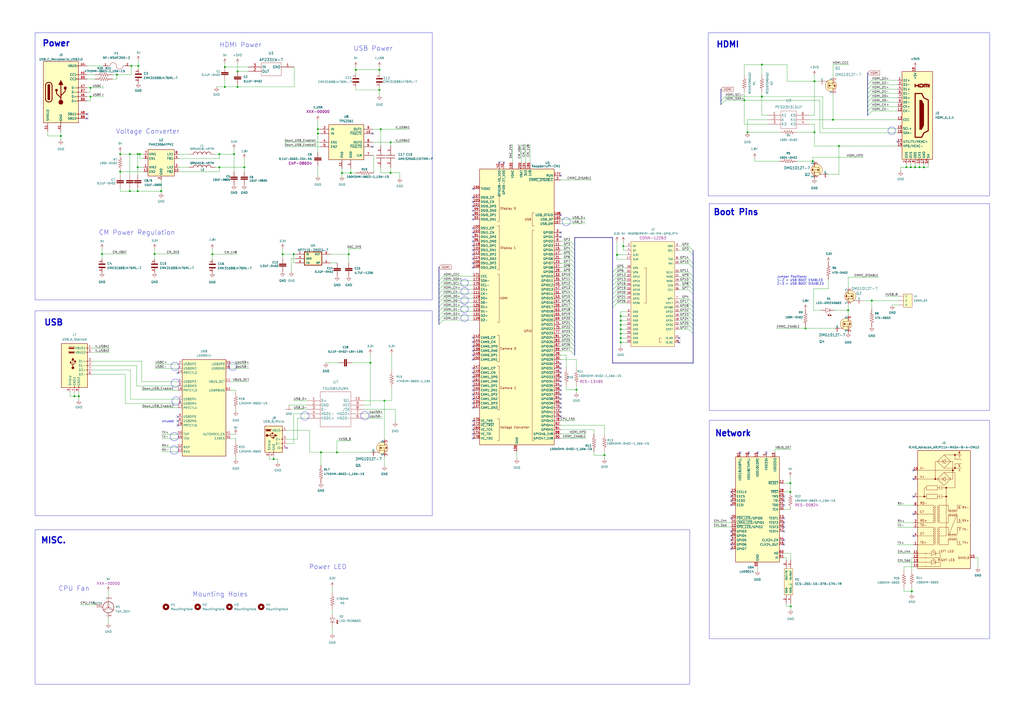
<source format=kicad_sch>
(kicad_sch (version 20230121) (generator eeschema)
  (paper "A2")
  (title_block (title "Raspberry Pi Compute Module I/O Board") (date "2023-07-11") (rev "1.1") (comment 1 "creativecommons.org/licenses/by/4.0/") (comment 2 "License: CC BY 4.0") (comment 3 "Author: Nathaniel McBride"))
  (lib_symbols
    (symbol "100OHM-0603-1_4W-5%_1" (pin_numbers hide) (pin_names (offset 1.016) hide)
      (property "Reference" "R" (at -5.08 1.27 0))
      (property "Value" "100OHM-0603-1_4W-5%" (at -5.08 -3.81 0))
      (property "Field4" "RES-12438" (at 0 5.08 0))
      (symbol "100OHM-0603-1_4W-5%_1_1_1"
        (pin passive line (at -5.08 0 0) (length 2.54) (name "1") (number "1"))
        (pin passive line (at 5.08 0 180) (length 2.54) (name "2") (number "2"))
      )
    )
    (symbol "3.3V_1" (power) (pin_numbers hide) (pin_names (offset 1.016) hide)
      (property "Value" "3.3V_1" (at -1.27 3.81 0))
      (property "Footprint" "XXX-00000" (at 0 7.62 0))
      (symbol "3.3V_1_1_1"
        (pin power_in line (at 0 0 90) (length 0) hide (name "3.3V") (number "~"))
      )
    )
    (symbol "47KOHM-0603-1_10W-1%_1" (pin_numbers hide) (pin_names (offset 1.016) hide)
      (property "Reference" "R" (at -5.08 1.27 0))
      (property "Value" "47KOHM-0603-1_10W-1%" (at -5.08 -3.81 0))
      (property "Field4" "RES-07871" (at 0 5.08 0))
      (symbol "47KOHM-0603-1_10W-1%_1_1_1"
        (pin passive line (at -5.08 0 0) (length 2.54) (name "1") (number "1"))
        (pin passive line (at 5.08 0 180) (length 2.54) (name "2") (number "2"))
      )
    )
    (symbol "47KOHM-0603-1_10W-1%_2" (pin_numbers hide) (pin_names (offset 1.016) hide)
      (property "Reference" "R" (at -5.08 1.27 0))
      (property "Value" "47KOHM-0603-1_10W-1%" (at -5.08 -3.81 0))
      (property "Field4" "RES-07871" (at 0 5.08 0))
      (symbol "47KOHM-0603-1_10W-1%_2_1_1"
        (pin passive line (at -5.08 0 0) (length 2.54) (name "1") (number "1"))
        (pin passive line (at 5.08 0 180) (length 2.54) (name "2") (number "2"))
      )
    )
    (symbol "5V_1" (power) (pin_numbers hide) (pin_names (offset 1.016) hide)
      (property "Value" "5V_1" (at 0 6.35 0))
      (property "Footprint" "XXX-00000" (at 0 4.064 0))
      (symbol "5V_1_1_1"
        (pin power_in line (at 0 0 90) (length 0) hide (name "5V") (number "~"))
      )
    )
    (symbol "5V_2" (power) (pin_numbers hide) (pin_names (offset 1.016) hide)
      (property "Value" "5V_2" (at -1.27 3.81 0))
      (property "Footprint" "XXX-00000" (at 0 7.62 0))
      (symbol "5V_2_1_1"
        (pin power_in line (at 0 0 90) (length 0) hide (name "5V") (number "~"))
      )
    )
    (symbol "5V_3" (power) (pin_numbers hide) (pin_names (offset 1.016) hide)
      (property "Value" "5V_3" (at -1.27 3.81 0))
      (property "Footprint" "XXX-00000" (at 0 7.62 0))
      (symbol "5V_3_1_1"
        (pin power_in line (at 0 0 90) (length 0) hide (name "5V") (number "~"))
      )
    )
    (symbol "5V_4" (power) (pin_numbers hide) (pin_names (offset 1.016) hide)
      (property "Value" "5V_4" (at -1.27 3.81 0))
      (property "Footprint" "XXX-00000" (at 0 7.62 0))
      (symbol "5V_4_1_1"
        (pin power_in line (at 0 0 90) (length 0) hide (name "5V") (number "~"))
      )
    )
    (symbol "AMK325ABJ157MM-P:AMK325ABJ157MM-P" (pin_names hide)
      (property "Reference" "C" (at 8.89 6.35 0))
      (property "Value" "AMK325ABJ157MM-P" (at 8.89 3.81 0))
      (symbol "AMK325ABJ157MM-P_1_1"
        (pin passive line (at 0 0 0) (length 5.08) (name "1") (number "1"))
        (pin passive line (at 12.7 0 180) (length 5.08) (name "2") (number "2"))
      )
    )
    (symbol "AP2331W-7:AP2331W-7" (pin_names (offset 0.254))
      (property "Reference" "U?" (at 13.97 9.017 0))
      (property "Value" "AP2331W-7" (at 13.97 6.35 0))
      (symbol "AP2331W-7_1_1"
        (pin power_in line (at 0 2.54 0) (length 7.62) (name "GND") (number "1"))
        (pin output line (at 26.67 0 180) (length 7.62) (name "OUT") (number "2"))
        (pin input line (at 26.67 2.54 180) (length 7.62) (name "IN") (number "3"))
      )
    )
    (symbol "AP7115-25SEG-7:AP7115-25SEG-7" (pin_names (offset 1.016))
      (property "Reference" "U?" (at 0 7.62 0))
      (property "Value" "AP7115-25SEG-7" (at 0 4.953 0))
      (symbol "AP7115-25SEG-7_0_0"
        (pin power_in line (at -10.16 2.54 0) (length 5.08) (name "IN") (number "1"))
        (pin power_in line (at -10.16 0 0) (length 5.08) (name "GND") (number "2"))
        (pin input line (at -10.16 -2.54 0) (length 5.08) (name "EN") (number "3"))
        (pin passive line (at 10.16 -2.54 180) (length 5.08) (name "BP") (number "4"))
        (pin output line (at 10.16 2.54 180) (length 5.08) (name "OUT") (number "5"))
      )
    )
    (symbol "Connector:HDMI_A_1.4"
      (property "Reference" "J3" (at 11.557 1.2701 0))
      (property "Value" "HDMI_A_1.4" (at 11.557 -1.2699 0))
      (symbol "HDMI_A_1.4_1_1"
        (pin passive line (at -10.16 20.32 0) (length 2.54) (name "D2+") (number "1"))
        (pin passive line (at -10.16 5.08 0) (length 2.54) (name "CK+") (number "10"))
        (pin power_in line (at 2.54 -27.94 90) (length 2.54) (name "CKS") (number "11"))
        (pin passive line (at -10.16 2.54 0) (length 2.54) (name "CK-") (number "12"))
        (pin bidirectional line (at -10.16 -2.54 0) (length 2.54) (name "CEC") (number "13"))
        (pin passive line (at -10.16 -15.24 0) (length 2.54) (name "UTILITY/HEAC+") (number "14"))
        (pin passive line (at -10.16 -7.62 0) (length 2.54) (name "SCL+") (number "15"))
        (pin bidirectional line (at -10.16 -10.16 0) (length 2.54) (name "SDA-") (number "16"))
        (pin output line (at 5.08 -27.94 90) (length 2.54) (name "GND") (number "17"))
        (pin power_in line (at 0 27.94 270) (length 2.54) (name "+5V") (number "18"))
        (pin passive line (at -10.16 -17.78 0) (length 2.54) (name "HPD/HEAC-") (number "19"))
        (pin power_in line (at -5.08 -27.94 90) (length 2.54) (name "D2S") (number "2"))
        (pin passive line (at -10.16 17.78 0) (length 2.54) (name "D2-") (number "3"))
        (pin passive line (at -10.16 15.24 0) (length 2.54) (name "D1+") (number "4"))
        (pin power_in line (at -2.54 -27.94 90) (length 2.54) (name "D1S") (number "5"))
        (pin passive line (at -10.16 12.7 0) (length 2.54) (name "D1-") (number "6"))
        (pin passive line (at -10.16 10.16 0) (length 2.54) (name "D0+") (number "7"))
        (pin power_in line (at 0 -27.94 90) (length 2.54) (name "D0S") (number "8"))
        (pin passive line (at -10.16 7.62 0) (length 2.54) (name "D0-") (number "9"))
        (pin passive line (at 7.62 -27.94 90) (length 2.54) (name "SH") (number "SH"))
      )
    )
    (symbol "Connector:RJ45_Abracon_ARJP11A-MASA-B-A-EMU2" (pin_names (offset 1.016) hide)
      (property "Reference" "J" (at 0 -38.1 0))
      (property "Value" "RJ45_Abracon_ARJP11A-MASA-B-A-EMU2" (at 0 -35.56 0))
      (symbol "RJ45_Abracon_ARJP11A-MASA-B-A-EMU2_0_0"
        (text "1 TX+" (at 11.43 -19.05 0) (effects (font (size 1.27 1.27))))
        (text "2 TX-" (at 11.43 -11.43 0) (effects (font (size 1.27 1.27))))
        (text "3 RX+" (at 11.43 -6.35 0) (effects (font (size 1.27 1.27))))
        (text "4" (at 8.89 22.86 0) (effects (font (size 1.27 1.27))))
        (text "5" (at 8.89 25.4 0) (effects (font (size 1.27 1.27))))
        (text "6 RX-" (at 11.43 1.27 0) (effects (font (size 1.27 1.27))))
        (text "7" (at 8.89 30.48 0) (effects (font (size 1.27 1.27))))
        (text "8" (at 8.89 33.02 0) (effects (font (size 1.27 1.27))))
        (text "CT" (at -13.97 -1.27 0) (effects (font (size 1.27 1.27)) (justify left)))
        (text "LEFT LED" (at 1.27 -24.13 0) (effects (font (size 1.27 1.27))))
        (text "RD-" (at -13.97 3.81 0) (effects (font (size 1.27 1.27)) (justify left)))
        (text "SHIELD" (at 11.43 -27.94 0) (effects (font (size 1.27 1.27))))
        (text "V+" (at -13.97 19.05 0) (effects (font (size 1.27 1.27)) (justify left)))
        (text "V-" (at -13.97 24.13 0) (effects (font (size 1.27 1.27)) (justify left)))
      )
      (symbol "RJ45_Abracon_ARJP11A-MASA-B-A-EMU2_1_1"
        (text "CT" (at -13.97 -13.97 0) (effects (font (size 1.27 1.27)) (justify left)))
        (text "RD+" (at -13.97 -6.35 0) (effects (font (size 1.27 1.27)) (justify left)))
        (text "RIGHT LED" (at 1.27 -29.21 0) (effects (font (size 1.27 1.27))))
        (text "TD+" (at -13.97 -19.05 0) (effects (font (size 1.27 1.27)) (justify left)))
        (text "TD-" (at -13.97 -8.89 0) (effects (font (size 1.27 1.27)) (justify left)))
        (pin passive line (at -17.78 -20.32 0) (length 2.54) (name "TD+") (number "1"))
        (pin power_out line (at -17.78 22.86 0) (length 2.54) (name "V-") (number "10"))
        (pin passive line (at -17.78 -25.4 0) (length 2.54) (name "LLED+") (number "11"))
        (pin passive line (at -17.78 -27.94 0) (length 2.54) (name "LLED-") (number "12"))
        (pin passive line (at -17.78 -30.48 0) (length 2.54) (name "RLED+") (number "13"))
        (pin passive line (at -17.78 -33.02 0) (length 2.54) (name "RLED-") (number "14"))
        (pin passive line (at 17.78 -27.94 180) (length 2.54) (name "SHIELD") (number "15"))
        (pin passive line (at -17.78 -10.16 0) (length 2.54) (name "TD-") (number "2"))
        (pin passive line (at -17.78 -7.62 0) (length 2.54) (name "RD+") (number "3"))
        (pin passive line (at -17.78 -15.24 0) (length 2.54) (name "CT") (number "4"))
        (pin passive line (at -17.78 -2.54 0) (length 2.54) (name "CT") (number "5"))
        (pin passive line (at -17.78 2.54 0) (length 2.54) (name "RD-") (number "6"))
        (pin passive line (at -17.78 7.62 0) (length 2.54) (name "7") (number "7"))
        (pin power_out line (at -17.78 17.78 0) (length 2.54) (name "V+") (number "9"))
      )
    )
    (symbol "Connector:USB_A_Stacked" (pin_names (offset 1.016))
      (property "Reference" "J" (at 0 15.875 0))
      (property "Value" "USB_A_Stacked" (at 0 13.97 0))
      (symbol "USB_A_Stacked_1_1"
        (pin power_in line (at 10.16 10.16 180) (length 2.54) (name "VBUS1") (number "1"))
        (pin bidirectional line (at 10.16 0 180) (length 2.54) (name "D1-") (number "2"))
        (pin bidirectional line (at 10.16 2.54 180) (length 2.54) (name "D1+") (number "3"))
        (pin power_in line (at 0 -15.24 90) (length 2.54) (name "GND1") (number "4"))
        (pin power_in line (at 10.16 7.62 180) (length 2.54) (name "VBUS2") (number "5"))
        (pin bidirectional line (at 10.16 -5.08 180) (length 2.54) (name "D2-") (number "6"))
        (pin bidirectional line (at 10.16 -2.54 180) (length 2.54) (name "D2+") (number "7"))
        (pin power_in line (at 2.54 -15.24 90) (length 2.54) (name "GND2") (number "8"))
        (pin passive line (at -2.54 -15.24 90) (length 2.54) (name "Shield") (number "9"))
      )
    )
    (symbol "Connector:USB_B_Micro" (pin_names (offset 1.016))
      (property "Reference" "J" (at -5.08 11.43 0))
      (property "Value" "USB_B_Micro" (at -5.08 8.89 0))
      (symbol "USB_B_Micro_1_1"
        (pin power_out line (at 7.62 5.08 180) (length 2.54) (name "VBUS") (number "1"))
        (pin bidirectional line (at 7.62 -2.54 180) (length 2.54) (name "D-") (number "2"))
        (pin bidirectional line (at 7.62 0 180) (length 2.54) (name "D+") (number "3"))
        (pin passive line (at 7.62 -5.08 180) (length 2.54) (name "ID") (number "4"))
        (pin power_out line (at 0 -10.16 90) (length 2.54) (name "GND") (number "5"))
        (pin passive line (at -2.54 -10.16 90) (length 2.54) (name "Shield") (number "6"))
      )
    )
    (symbol "Connector:USB_C_Receptacle_USB2.0" (pin_names (offset 1.016))
      (property "Reference" "J" (at -10.16 19.05 0))
      (property "Value" "USB_C_Receptacle_USB2.0" (at 19.05 19.05 0))
      (symbol "USB_C_Receptacle_USB2.0_1_1"
        (pin passive line (at 0 -22.86 90) (length 5.08) (name "GND") (number "A1"))
        (pin passive line (at 0 -22.86 90) (length 5.08) hide (name "GND") (number "A12"))
        (pin passive line (at 15.24 15.24 180) (length 5.08) (name "VBUS") (number "A4"))
        (pin bidirectional line (at 15.24 10.16 180) (length 5.08) (name "CC1") (number "A5"))
        (pin bidirectional line (at 15.24 -2.54 180) (length 5.08) (name "D+") (number "A6"))
        (pin bidirectional line (at 15.24 2.54 180) (length 5.08) (name "D-") (number "A7"))
        (pin bidirectional line (at 15.24 -12.7 180) (length 5.08) (name "SBU1") (number "A8"))
        (pin passive line (at 15.24 15.24 180) (length 5.08) hide (name "VBUS") (number "A9"))
        (pin passive line (at 0 -22.86 90) (length 5.08) hide (name "GND") (number "B1"))
        (pin passive line (at 0 -22.86 90) (length 5.08) hide (name "GND") (number "B12"))
        (pin passive line (at 15.24 15.24 180) (length 5.08) hide (name "VBUS") (number "B4"))
        (pin bidirectional line (at 15.24 7.62 180) (length 5.08) (name "CC2") (number "B5"))
        (pin bidirectional line (at 15.24 -5.08 180) (length 5.08) (name "D+") (number "B6"))
        (pin bidirectional line (at 15.24 0 180) (length 5.08) (name "D-") (number "B7"))
        (pin bidirectional line (at 15.24 -15.24 180) (length 5.08) (name "SBU2") (number "B8"))
        (pin passive line (at 15.24 15.24 180) (length 5.08) hide (name "VBUS") (number "B9"))
        (pin passive line (at -7.62 -22.86 90) (length 5.08) (name "SHIELD") (number "S1"))
      )
    )
    (symbol "ECS-250-10-37B-CTN-TR:ECS-250-10-37B-CTN-TR" (pin_names (offset 1.016))
      (property "Reference" "Y1" (at -3.81 -2.4384 90))
      (property "Value" "ECS-250-10-37B-CTN-TR" (at -6.35 -2.4384 90))
      (symbol "ECS-250-10-37B-CTN-TR_0_0"
        (pin bidirectional line (at 7.62 0 180) (length 5.08) (name "IN/OUT") (number "1"))
        (pin power_in line (at -17.78 2.54 0) (length 5.08) (name "GND") (number "2"))
        (pin bidirectional line (at 7.62 2.54 180) (length 5.08) (name "OUT/IN") (number "3"))
        (pin power_in line (at -17.78 0 0) (length 5.08) (name "GND__1") (number "4"))
      )
    )
    (symbol "EMK316BBJ476ML-T:EMK316BBJ476ML-T" (pin_names (offset 1.016))
      (property "Reference" "C" (at 0 3.8109 0))
      (property "Value" "EMK316BBJ476ML-T" (at 0 -5.0885 0))
      (symbol "EMK316BBJ476ML-T_0_0"
        (pin passive line (at -2.54 0 0) (length 2.54) (name "~") (number "1"))
        (pin passive line (at 5.08 0 180) (length 2.54) (name "~") (number "2"))
      )
    )
    (symbol "FSUSB42UMX:FSUSB42UMX" (pin_names (offset 0.254))
      (property "Reference" "U?" (at 16.51 10.795 0))
      (property "Value" "FSUSB42UMX" (at 16.51 6.985 0))
      (symbol "FSUSB42UMX_1_1"
        (pin unspecified line (at 0 0 0) (length 7.62) (name "D+") (number "1"))
        (pin unspecified line (at 33.02 0 180) (length 7.62) (name "SEL") (number "10"))
        (pin power_in line (at 0 -2.54 0) (length 7.62) (name "GND") (number "2"))
        (pin unspecified line (at 0 -5.08 0) (length 7.62) (name "D-") (number "3"))
        (pin bidirectional line (at 0 -7.62 0) (length 7.62) (name "HSD1-") (number "4"))
        (pin bidirectional line (at 0 -10.16 0) (length 7.62) (name "HSD1+") (number "5"))
        (pin bidirectional line (at 33.02 -10.16 180) (length 7.62) (name "HSD2-") (number "6"))
        (pin bidirectional line (at 33.02 -7.62 180) (length 7.62) (name "HSD2+") (number "7"))
        (pin unspecified line (at 33.02 -5.08 180) (length 7.62) (name "/OE") (number "8"))
        (pin power_in line (at 33.02 -2.54 180) (length 7.62) (name "VCC") (number "9"))
      )
    )
    (symbol "GND_1" (power) (pin_names (offset 0))
      (property "Value" "GND_1" (at 0 -3.81 0))
      (symbol "GND_1_1_1"
        (pin power_in line (at 0 0 270) (length 0) hide (name "GND") (number "1"))
      )
    )
    (symbol "GND_2" (power) (pin_names (offset 0))
      (property "Value" "GND_2" (at 0 -3.81 0))
      (symbol "GND_2_1_1"
        (pin power_in line (at 0 0 270) (length 0) hide (name "GND") (number "1"))
      )
    )
    (symbol "GND_3" (power) (pin_names (offset 0))
      (property "Value" "GND_3" (at 0 -3.81 0))
      (symbol "GND_3_1_1"
        (pin power_in line (at 0 0 270) (length 0) hide (name "GND") (number "1"))
      )
    )
    (symbol "GND_4" (power) (pin_names (offset 0))
      (property "Value" "GND_4" (at 0 -3.81 0))
      (symbol "GND_4_1_1"
        (pin power_in line (at 0 0 270) (length 0) hide (name "GND") (number "1"))
      )
    )
    (symbol "GND_5" (power) (pin_names (offset 0))
      (property "Value" "GND_5" (at 0 -3.81 0))
      (symbol "GND_5_1_1"
        (pin power_in line (at 0 0 270) (length 0) hide (name "GND") (number "1"))
      )
    )
    (symbol "GND_6" (power) (pin_names (offset 0))
      (property "Value" "GND_6" (at 0 -3.81 0))
      (symbol "GND_6_1_1"
        (pin power_in line (at 0 0 270) (length 0) hide (name "GND") (number "1"))
      )
    )
    (symbol "GND_7" (power) (pin_names (offset 0))
      (property "Value" "GND_7" (at 0 -3.81 0))
      (symbol "GND_7_1_1"
        (pin power_in line (at 0 0 270) (length 0) hide (name "GND") (number "1"))
      )
    )
    (symbol "GND_8" (power) (pin_names (offset 0))
      (property "Value" "GND_8" (at 0 -3.81 0))
      (symbol "GND_8_1_1"
        (pin power_in line (at 0 0 270) (length 0) hide (name "GND") (number "1"))
      )
    )
    (symbol "GND_9" (power) (pin_names (offset 0))
      (property "Value" "GND_9" (at 0 -3.81 0))
      (symbol "GND_9_1_1"
        (pin power_in line (at 0 0 270) (length 0) hide (name "GND") (number "1"))
      )
    )
    (symbol "Interface_Ethernet:LAN9514"
      (property "Reference" "U" (at -15.24 31.75 0))
      (property "Value" "LAN9514" (at 15.24 31.75 0))
      (symbol "LAN9514_1_1"
        (pin passive line (at -5.08 33.02 270) (length 2.54) hide (name "VDD33A") (number "10"))
        (pin input line (at -15.24 15.24 0) (length 2.54) (name "~{RESET}") (number "12"))
        (pin input line (at -15.24 -5.08 0) (length 2.54) (name "TEST1") (number "13"))
        (pin power_in line (at 0 33.02 270) (length 2.54) (name "VDD18CORE") (number "15"))
        (pin power_in line (at -10.16 33.02 270) (length 2.54) (name "VDD33IO") (number "19"))
        (pin bidirectional line (at 15.24 -5.08 180) (length 2.54) (name "~{FDX_LED}/GPIO0") (number "20"))
        (pin bidirectional line (at 15.24 -7.62 180) (length 2.54) (name "~{LNKA_LED}/GPIO1") (number "21"))
        (pin bidirectional line (at 15.24 -10.16 180) (length 2.54) (name "~{SPD_LED}/GPIO2") (number "22"))
        (pin output line (at 15.24 10.16 180) (length 2.54) (name "EECLK") (number "23"))
        (pin output line (at 15.24 7.62 180) (length 2.54) (name "EECS") (number "24"))
        (pin output line (at 15.24 5.08 180) (length 2.54) (name "EEDO") (number "25"))
        (pin input line (at 15.24 2.54 180) (length 2.54) (name "EEDI") (number "26"))
        (pin passive line (at -10.16 33.02 270) (length 2.54) hide (name "VDD33IO") (number "27"))
        (pin input line (at -15.24 10.16 0) (length 2.54) (name "~{TRST}") (number "28"))
        (pin input line (at -15.24 7.62 0) (length 2.54) (name "TMS") (number "29"))
        (pin input line (at -15.24 5.08 0) (length 2.54) (name "TDI") (number "30"))
        (pin output line (at -15.24 2.54 0) (length 2.54) (name "TDO") (number "31"))
        (pin input line (at -15.24 0 0) (length 2.54) (name "TCK") (number "32"))
        (pin passive line (at -10.16 33.02 270) (length 2.54) hide (name "VDD33IO") (number "33"))
        (pin input line (at -15.24 -7.62 0) (length 2.54) (name "TEST2") (number "34"))
        (pin bidirectional line (at 15.24 -12.7 180) (length 2.54) (name "GPIO3") (number "35"))
        (pin bidirectional line (at 15.24 -15.24 180) (length 2.54) (name "GPIO4") (number "36"))
        (pin bidirectional line (at 15.24 -17.78 180) (length 2.54) (name "GPIO5") (number "37"))
        (pin passive line (at 0 33.02 270) (length 2.54) hide (name "VDD18CORE") (number "38"))
        (pin passive line (at -10.16 33.02 270) (length 2.54) hide (name "VDD33IO") (number "39"))
        (pin input line (at -15.24 -10.16 0) (length 2.54) (name "TEST3") (number "40"))
        (pin bidirectional line (at 15.24 -20.32 180) (length 2.54) (name "GPIO6") (number "42"))
        (pin bidirectional line (at 15.24 -22.86 180) (length 2.54) (name "GPIO7") (number "43"))
        (pin input line (at -15.24 -17.78 0) (length 2.54) (name "CLK24_EN") (number "44"))
        (pin output line (at -15.24 -20.32 0) (length 2.54) (name "CLK24_OUT") (number "45"))
        (pin passive line (at -10.16 33.02 270) (length 2.54) hide (name "VDD33IO") (number "46"))
        (pin input line (at -15.24 -12.7 0) (length 2.54) (name "TEST4") (number "47"))
        (pin power_in line (at 5.08 33.02 270) (length 2.54) (name "VDD18ETHPLL") (number "48"))
        (pin passive line (at -5.08 33.02 270) (length 2.54) hide (name "VDD33A") (number "49"))
        (pin power_in line (at -5.08 33.02 270) (length 2.54) (name "VDD33A") (number "5"))
        (pin passive line (at -5.08 33.02 270) (length 2.54) hide (name "VDD33A") (number "51"))
        (pin passive line (at -5.08 33.02 270) (length 2.54) hide (name "VDD33A") (number "54"))
        (pin passive line (at -5.08 33.02 270) (length 2.54) hide (name "VDD33A") (number "57"))
        (pin input line (at -15.24 -25.4 0) (length 2.54) (name "XO") (number "60"))
        (pin input line (at -15.24 -27.94 0) (length 2.54) (name "XI") (number "61"))
        (pin power_in line (at 10.16 33.02 270) (length 2.54) (name "VDD18USBPLL") (number "62"))
        (pin passive line (at -5.08 33.02 270) (length 2.54) hide (name "VDD33A") (number "64"))
        (pin power_in line (at 0 -33.02 90) (length 2.54) (name "GND") (number "65"))
      )
      (symbol "LAN9514_2_1"
        (pin bidirectional line (at 15.24 22.86 180) (length 2.54) (name "USBDM2") (number "1"))
        (pin input line (at -15.24 15.24 0) (length 2.54) (name "VBUS_DET") (number "11"))
        (pin bidirectional line (at 15.24 20.32 180) (length 2.54) (name "PRTCTL2") (number "14"))
        (pin bidirectional line (at 15.24 10.16 180) (length 2.54) (name "PRTCTL3") (number "16"))
        (pin bidirectional line (at 15.24 0 180) (length 2.54) (name "PRTCTL4") (number "17"))
        (pin bidirectional line (at 15.24 -10.16 180) (length 2.54) (name "PRTCTL5") (number "18"))
        (pin bidirectional line (at 15.24 25.4 180) (length 2.54) (name "USBDP2") (number "2"))
        (pin bidirectional line (at 15.24 12.7 180) (length 2.54) (name "USBDM3") (number "3"))
        (pin bidirectional line (at 15.24 15.24 180) (length 2.54) (name "USBDP3") (number "4"))
        (pin input line (at -15.24 -15.24 0) (length 2.54) (name "AUTOMDIX_EN") (number "41"))
        (pin input line (at -15.24 -17.78 0) (length 2.54) (name "EXRES") (number "50"))
        (pin input line (at 15.24 -22.86 180) (length 2.54) (name "RXP") (number "52"))
        (pin input line (at 15.24 -25.4 180) (length 2.54) (name "RXN") (number "53"))
        (pin output line (at 15.24 -15.24 180) (length 2.54) (name "TXP") (number "55"))
        (pin output line (at 15.24 -17.78 180) (length 2.54) (name "TXN") (number "56"))
        (pin bidirectional line (at -15.24 22.86 0) (length 2.54) (name "USBDM0") (number "58"))
        (pin bidirectional line (at -15.24 25.4 0) (length 2.54) (name "USBDP0") (number "59"))
        (pin bidirectional line (at 15.24 2.54 180) (length 2.54) (name "USBDM4") (number "6"))
        (pin input line (at -15.24 10.16 0) (length 2.54) (name "USBRBIAS") (number "63"))
        (pin bidirectional line (at 15.24 5.08 180) (length 2.54) (name "USBDP4") (number "7"))
        (pin bidirectional line (at 15.24 -7.62 180) (length 2.54) (name "USBDM5") (number "8"))
        (pin bidirectional line (at 15.24 -5.08 180) (length 2.54) (name "USBDP5") (number "9"))
      )
    )
    (symbol "Interface_USB:TPS2561" (pin_names (offset 1.016))
      (property "Reference" "U" (at -10.16 12.7 0))
      (property "Value" "TPS2561" (at -5.08 12.7 0))
      (symbol "TPS2561_1_1"
        (pin power_in line (at 2.54 -15.24 90) (length 5.08) (name "GND") (number "1"))
        (pin output line (at 15.24 5.08 180) (length 5.08) (name "~{FAULT1}") (number "10"))
        (pin power_in line (at -2.54 -15.24 90) (length 5.08) (name "PAD") (number "11"))
        (pin power_in line (at -15.24 7.62 0) (length 5.08) (name "IN") (number "2"))
        (pin power_in line (at -15.24 5.08 0) (length 5.08) (name "IN") (number "3"))
        (pin input line (at -15.24 0 0) (length 5.08) (name "EN1") (number "4"))
        (pin input line (at -15.24 -2.54 0) (length 5.08) (name "EN2") (number "5"))
        (pin output line (at 15.24 -2.54 180) (length 5.08) (name "~{FAULT2}") (number "6"))
        (pin output line (at 15.24 -7.62 180) (length 5.08) (name "ILM") (number "7"))
        (pin output line (at 15.24 0 180) (length 5.08) (name "OUT2") (number "8"))
        (pin output line (at 15.24 7.62 180) (length 5.08) (name "OUT1") (number "9"))
      )
    )
    (symbol "MCU_Module:RaspberryPi-CM1"
      (property "Reference" "U5" (at -17.78 83.566 0))
      (property "Value" "RaspberryPi-CM1" (at -16.891 81.661 0))
      (symbol "RaspberryPi-CM1_0_0"
        (text "Camera 0" (at 5.08 -24.13 0) (effects (font (size 1.27 1.27))))
        (text "Camera 1" (at 5.08 -46.99 0) (effects (font (size 1.27 1.27))))
        (text "Display 0" (at 5.08 57.15 0) (effects (font (size 1.27 1.27))))
        (text "Display 1" (at 5.08 34.29 0) (effects (font (size 1.27 1.27))))
        (text "GPIO" (at -6.35 -13.97 0) (effects (font (size 1.27 1.27))))
        (text "HDMI" (at 7.62 5.08 0) (effects (font (size 1.27 1.27))))
        (text "USB" (at -6.35 50.8 0) (effects (font (size 1.27 1.27))))
        (text "Voltage Converter" (at 1.27 -69.85 0) (effects (font (size 1.27 1.27))))
      )
      (symbol "RaspberryPi-CM1_1_1"
        (pin passive line (at 0 -83.82 90) (length 3.81) hide (name "GND") (number "1"))
        (pin no_connect line (at -20.32 71.12 0) (length 2.54) hide (name "NC") (number "10"))
        (pin output line (at 25.4 45.72 180) (length 3.81) (name "DSI1_CP") (number "100"))
        (pin output line (at 25.4 58.42 180) (length 3.81) (name "DSI0_DP0") (number "101"))
        (pin output line (at 25.4 43.18 180) (length 3.81) (name "DSI1_CN") (number "102"))
        (pin passive line (at 0 -83.82 90) (length 3.81) hide (name "GND") (number "103"))
        (pin passive line (at 0 -83.82 90) (length 3.81) hide (name "GND") (number "104"))
        (pin output line (at 25.4 60.96 180) (length 3.81) (name "DSI0_CN") (number "105"))
        (pin output line (at 25.4 25.4 180) (length 3.81) (name "DSI1_DP3") (number "106"))
        (pin output line (at 25.4 63.5 180) (length 3.81) (name "DSI0_CP") (number "107"))
        (pin output line (at 25.4 22.86 180) (length 3.81) (name "DSI1_DN3") (number "108"))
        (pin passive line (at 0 -83.82 90) (length 3.81) hide (name "GND") (number "109"))
        (pin bidirectional line (at -25.4 35.56 0) (length 3.81) (name "GPIO3") (number "11"))
        (pin passive line (at 0 -83.82 90) (length 3.81) hide (name "GND") (number "110"))
        (pin output line (at 25.4 7.62 180) (length 3.81) (name "CK-") (number "111"))
        (pin output line (at 25.4 30.48 180) (length 3.81) (name "DSI1_DP2") (number "112"))
        (pin output line (at 25.4 10.16 180) (length 3.81) (name "CK+") (number "113"))
        (pin output line (at 25.4 27.94 180) (length 3.81) (name "DSI1_DN2") (number "114"))
        (pin passive line (at 0 -83.82 90) (length 3.81) hide (name "GND") (number "115"))
        (pin passive line (at 0 -83.82 90) (length 3.81) hide (name "GND") (number "116"))
        (pin output line (at 25.4 2.54 180) (length 3.81) (name "D0-") (number "117"))
        (pin output line (at 25.4 35.56 180) (length 3.81) (name "DSI1_DP1") (number "118"))
        (pin output line (at 25.4 5.08 180) (length 3.81) (name "D0+") (number "119"))
        (pin no_connect line (at -20.32 68.58 0) (length 2.54) hide (name "NC") (number "12"))
        (pin output line (at 25.4 33.02 180) (length 3.81) (name "DSI1_DN1") (number "120"))
        (pin passive line (at 0 -83.82 90) (length 3.81) hide (name "GND") (number "121"))
        (pin passive line (at 0 -83.82 90) (length 3.81) hide (name "GND") (number "122"))
        (pin output line (at 25.4 -2.54 180) (length 3.81) (name "D1-") (number "123"))
        (pin no_connect line (at 20.32 76.2 180) (length 2.54) hide (name "NC") (number "124"))
        (pin output line (at 25.4 0 180) (length 3.81) (name "D1+") (number "125"))
        (pin no_connect line (at 20.32 73.66 180) (length 2.54) hide (name "NC") (number "126"))
        (pin passive line (at 0 -83.82 90) (length 3.81) hide (name "GND") (number "127"))
        (pin no_connect line (at 20.32 71.12 180) (length 2.54) hide (name "NC") (number "128"))
        (pin output line (at 25.4 -7.62 180) (length 3.81) (name "D2-") (number "129"))
        (pin passive line (at 0 -83.82 90) (length 3.81) hide (name "GND") (number "13"))
        (pin no_connect line (at 20.32 66.04 180) (length 2.54) hide (name "NC") (number "130"))
        (pin output line (at 25.4 -5.08 180) (length 3.81) (name "D2+") (number "131"))
        (pin no_connect line (at 20.32 48.26 180) (length 2.54) hide (name "NC") (number "132"))
        (pin passive line (at 0 -83.82 90) (length 3.81) hide (name "GND") (number "133"))
        (pin passive line (at 0 -83.82 90) (length 3.81) hide (name "GND") (number "134"))
        (pin input line (at 25.4 -55.88 180) (length 3.81) (name "CAM1_DP3") (number "135"))
        (pin input line (at 25.4 -22.86 180) (length 3.81) (name "CAM0_DP0") (number "136"))
        (pin input line (at 25.4 -58.42 180) (length 3.81) (name "CAM1_DN3") (number "137"))
        (pin input line (at 25.4 -25.4 180) (length 3.81) (name "CAM0_DN0") (number "138"))
        (pin passive line (at 0 -83.82 90) (length 3.81) hide (name "GND") (number "139"))
        (pin no_connect line (at 5.08 -78.74 90) (length 2.54) hide (name "NC") (number "14"))
        (pin passive line (at 0 -83.82 90) (length 3.81) hide (name "GND") (number "140"))
        (pin input line (at 25.4 -50.8 180) (length 3.81) (name "CAM1_DP2") (number "141"))
        (pin input line (at 25.4 -17.78 180) (length 3.81) (name "CAM0_CP") (number "142"))
        (pin input line (at 25.4 -53.34 180) (length 3.81) (name "CAM1_DN2") (number "143"))
        (pin input line (at 25.4 -20.32 180) (length 3.81) (name "CAM0_CN") (number "144"))
        (pin passive line (at 0 -83.82 90) (length 3.81) hide (name "GND") (number "145"))
        (pin passive line (at 0 -83.82 90) (length 3.81) hide (name "GND") (number "146"))
        (pin input line (at 25.4 -35.56 180) (length 3.81) (name "CAM1_CP") (number "147"))
        (pin input line (at 25.4 -27.94 180) (length 3.81) (name "CAM0_DP1") (number "148"))
        (pin input line (at 25.4 -38.1 180) (length 3.81) (name "CAM1_CN") (number "149"))
        (pin bidirectional line (at -25.4 33.02 0) (length 3.81) (name "GPIO4") (number "15"))
        (pin input line (at 25.4 -30.48 180) (length 3.81) (name "CAM0_DN1") (number "150"))
        (pin passive line (at 0 -83.82 90) (length 3.81) hide (name "GND") (number "151"))
        (pin passive line (at 0 -83.82 90) (length 3.81) hide (name "GND") (number "152"))
        (pin input line (at 25.4 -45.72 180) (length 3.81) (name "CAM1_DP1") (number "153"))
        (pin no_connect line (at 20.32 -15.24 180) (length 2.54) hide (name "NC") (number "154"))
        (pin input line (at 25.4 -48.26 180) (length 3.81) (name "CAM1_DN1") (number "155"))
        (pin no_connect line (at 20.32 -12.7 180) (length 2.54) hide (name "NC") (number "156"))
        (pin passive line (at 0 -83.82 90) (length 3.81) hide (name "GND") (number "157"))
        (pin no_connect line (at 20.32 20.32 180) (length 2.54) hide (name "NC") (number "158"))
        (pin input line (at 25.4 -40.64 180) (length 3.81) (name "CAM1_DP0") (number "159"))
        (pin no_connect line (at -20.32 66.04 0) (length 2.54) hide (name "NC") (number "16"))
        (pin no_connect line (at 20.32 -60.96 180) (length 2.54) hide (name "NC") (number "160"))
        (pin input line (at 25.4 -43.18 180) (length 3.81) (name "CAM1_DN0") (number "161"))
        (pin no_connect line (at 20.32 -63.5 180) (length 2.54) hide (name "NC") (number "162"))
        (pin passive line (at 0 -83.82 90) (length 3.81) hide (name "GND") (number "163"))
        (pin passive line (at 0 -83.82 90) (length 3.81) hide (name "GND") (number "164"))
        (pin bidirectional line (at -25.4 50.8 0) (length 3.81) (name "USB_DP") (number "165"))
        (pin output line (at 25.4 68.58 180) (length 3.81) (name "TVDAC") (number "166"))
        (pin bidirectional line (at -25.4 48.26 0) (length 3.81) (name "USB_DM") (number "167"))
        (pin passive line (at -25.4 53.34 0) (length 3.81) (name "USB_OTGID") (number "168"))
        (pin passive line (at 0 -83.82 90) (length 3.81) hide (name "GND") (number "169"))
        (pin bidirectional line (at -25.4 30.48 0) (length 3.81) (name "GPIO5") (number "17"))
        (pin passive line (at 0 -83.82 90) (length 3.81) hide (name "GND") (number "170"))
        (pin bidirectional line (at 25.4 17.78 180) (length 3.81) (name "CEC") (number "171"))
        (pin input line (at 25.4 -68.58 180) (length 3.81) (name "~{VC_TRST}") (number "172"))
        (pin bidirectional line (at 25.4 15.24 180) (length 3.81) (name "SDA-") (number "173"))
        (pin input line (at 25.4 -73.66 180) (length 3.81) (name "VC_TDI") (number "174"))
        (pin bidirectional line (at 25.4 12.7 180) (length 3.81) (name "SCL-") (number "175"))
        (pin input line (at 25.4 -66.04 180) (length 3.81) (name "VC_TMS") (number "176"))
        (pin input line (at -25.4 76.2 0) (length 3.81) (name "RUN") (number "177"))
        (pin output line (at 25.4 -76.2 180) (length 3.81) (name "VC_TDO") (number "178"))
        (pin no_connect line (at 0 78.74 270) (length 2.54) hide (name "VDD_CORE_(DO_NOT_CONNECT)") (number "179"))
        (pin no_connect line (at -20.32 63.5 0) (length 2.54) hide (name "NC") (number "18"))
        (pin input line (at 25.4 -71.12 180) (length 3.81) (name "VC_TCK") (number "180"))
        (pin passive line (at 0 -83.82 90) (length 3.81) hide (name "GND") (number "181"))
        (pin passive line (at 0 -83.82 90) (length 3.81) hide (name "GND") (number "182"))
        (pin passive line (at -7.62 83.82 270) (length 3.81) hide (name "1V8") (number "183"))
        (pin passive line (at -7.62 83.82 270) (length 3.81) hide (name "1V8") (number "184"))
        (pin passive line (at -7.62 83.82 270) (length 3.81) hide (name "1V8") (number "185"))
        (pin power_in line (at -7.62 83.82 270) (length 3.81) (name "1V8") (number "186"))
        (pin passive line (at 0 -83.82 90) (length 3.81) hide (name "GND") (number "187"))
        (pin passive line (at 0 -83.82 90) (length 3.81) hide (name "GND") (number "188"))
        (pin passive line (at 2.54 83.82 270) (length 3.81) hide (name "VDAC") (number "189"))
        (pin passive line (at 0 -83.82 90) (length 3.81) hide (name "GND") (number "19"))
        (pin power_in line (at 2.54 83.82 270) (length 3.81) (name "VDAC") (number "190"))
        (pin passive line (at -5.08 83.82 270) (length 3.81) hide (name "3V3") (number "191"))
        (pin passive line (at -5.08 83.82 270) (length 3.81) hide (name "3V3") (number "192"))
        (pin passive line (at -5.08 83.82 270) (length 3.81) hide (name "3V3") (number "193"))
        (pin power_in line (at -5.08 83.82 270) (length 3.81) (name "3V3") (number "194"))
        (pin passive line (at 0 -83.82 90) (length 3.81) hide (name "GND") (number "195"))
        (pin power_out line (at 0 -83.82 90) (length 3.81) (name "GND") (number "196"))
        (pin passive line (at -2.54 83.82 270) (length 3.81) hide (name "VBAT") (number "197"))
        (pin passive line (at -2.54 83.82 270) (length 3.81) hide (name "VBAT") (number "198"))
        (pin passive line (at -2.54 83.82 270) (length 3.81) hide (name "VBAT") (number "199"))
        (pin input line (at -25.4 73.66 0) (length 3.81) (name "~{EMMC_DISABLE}") (number "2"))
        (pin no_connect line (at 7.62 -78.74 90) (length 2.54) hide (name "NC") (number "20"))
        (pin power_in line (at -2.54 83.82 270) (length 3.81) (name "VBAT") (number "200"))
        (pin bidirectional line (at -25.4 27.94 0) (length 3.81) (name "GPIO6") (number "21"))
        (pin no_connect line (at -20.32 60.96 0) (length 2.54) hide (name "NC") (number "22"))
        (pin bidirectional line (at -25.4 25.4 0) (length 3.81) (name "GPIO7") (number "23"))
        (pin no_connect line (at -20.32 58.42 0) (length 2.54) hide (name "NC") (number "24"))
        (pin passive line (at 0 -83.82 90) (length 3.81) hide (name "GND") (number "25"))
        (pin passive line (at 0 -83.82 90) (length 3.81) hide (name "GND") (number "26"))
        (pin bidirectional line (at -25.4 22.86 0) (length 3.81) (name "GPIO8") (number "27"))
        (pin bidirectional line (at -25.4 -27.94 0) (length 3.81) (name "GPIO28") (number "28"))
        (pin bidirectional line (at -25.4 20.32 0) (length 3.81) (name "GPIO9") (number "29"))
        (pin bidirectional line (at -25.4 43.18 0) (length 3.81) (name "GPIO0") (number "3"))
        (pin bidirectional line (at -25.4 -30.48 0) (length 3.81) (name "GPIO29") (number "30"))
        (pin passive line (at 0 -83.82 90) (length 3.81) hide (name "GND") (number "31"))
        (pin passive line (at 0 -83.82 90) (length 3.81) hide (name "GND") (number "32"))
        (pin bidirectional line (at -25.4 17.78 0) (length 3.81) (name "GPIO10") (number "33"))
        (pin bidirectional line (at -25.4 -33.02 0) (length 3.81) (name "GPIO30") (number "34"))
        (pin bidirectional line (at -25.4 15.24 0) (length 3.81) (name "GPIO11") (number "35"))
        (pin bidirectional line (at -25.4 -35.56 0) (length 3.81) (name "GPIO31") (number "36"))
        (pin passive line (at 0 -83.82 90) (length 3.81) hide (name "GND") (number "37"))
        (pin passive line (at 0 -83.82 90) (length 3.81) hide (name "GND") (number "38"))
        (pin passive line (at 7.62 83.82 270) (length 3.81) hide (name "GPIO0-27_VDD") (number "39"))
        (pin no_connect line (at 5.08 78.74 270) (length 2.54) hide (name "NC") (number "4"))
        (pin power_in line (at 7.62 83.82 270) (length 3.81) (name "GPIO0-27_VDD") (number "40"))
        (pin passive line (at 10.16 83.82 270) (length 3.81) hide (name "GPIO28-45_VDD") (number "41"))
        (pin power_in line (at 10.16 83.82 270) (length 3.81) (name "GPIO28-45_VDD") (number "42"))
        (pin passive line (at 0 -83.82 90) (length 3.81) hide (name "GND") (number "43"))
        (pin passive line (at 0 -83.82 90) (length 3.81) hide (name "GND") (number "44"))
        (pin bidirectional line (at -25.4 12.7 0) (length 3.81) (name "GPIO12") (number "45"))
        (pin bidirectional line (at -25.4 -38.1 0) (length 3.81) (name "GPIO32") (number "46"))
        (pin bidirectional line (at -25.4 10.16 0) (length 3.81) (name "GPIO13") (number "47"))
        (pin bidirectional line (at -25.4 -40.64 0) (length 3.81) (name "GPIO33") (number "48"))
        (pin passive line (at 0 -83.82 90) (length 3.81) hide (name "GND") (number "49"))
        (pin bidirectional line (at -25.4 40.64 0) (length 3.81) (name "GPIO1") (number "5"))
        (pin passive line (at 0 -83.82 90) (length 3.81) hide (name "GND") (number "50"))
        (pin bidirectional line (at -25.4 7.62 0) (length 3.81) (name "GPIO14") (number "51"))
        (pin bidirectional line (at -25.4 -43.18 0) (length 3.81) (name "GPIO34") (number "52"))
        (pin bidirectional line (at -25.4 5.08 0) (length 3.81) (name "GPIO15") (number "53"))
        (pin bidirectional line (at -25.4 -45.72 0) (length 3.81) (name "GPIO35") (number "54"))
        (pin passive line (at 0 -83.82 90) (length 3.81) hide (name "GND") (number "55"))
        (pin passive line (at 0 -83.82 90) (length 3.81) hide (name "GND") (number "56"))
        (pin bidirectional line (at -25.4 2.54 0) (length 3.81) (name "GPIO16") (number "57"))
        (pin bidirectional line (at -25.4 -48.26 0) (length 3.81) (name "GPIO36") (number "58"))
        (pin bidirectional line (at -25.4 0 0) (length 3.81) (name "GPIO17") (number "59"))
        (pin no_connect line (at 12.7 78.74 270) (length 2.54) hide (name "NC") (number "6"))
        (pin bidirectional line (at -25.4 -50.8 0) (length 3.81) (name "GPIO37") (number "60"))
        (pin passive line (at 0 -83.82 90) (length 3.81) hide (name "GND") (number "61"))
        (pin passive line (at 0 -83.82 90) (length 3.81) hide (name "GND") (number "62"))
        (pin bidirectional line (at -25.4 -2.54 0) (length 3.81) (name "GPIO18") (number "63"))
        (pin bidirectional line (at -25.4 -53.34 0) (length 3.81) (name "GPIO38") (number "64"))
        (pin bidirectional line (at -25.4 -5.08 0) (length 3.81) (name "GPIO19") (number "65"))
        (pin bidirectional line (at -25.4 -55.88 0) (length 3.81) (name "GPIO39") (number "66"))
        (pin passive line (at 0 -83.82 90) (length 3.81) hide (name "GND") (number "67"))
        (pin passive line (at 0 -83.82 90) (length 3.81) hide (name "GND") (number "68"))
        (pin bidirectional line (at -25.4 -7.62 0) (length 3.81) (name "GPIO20") (number "69"))
        (pin passive line (at 0 -83.82 90) (length 3.81) hide (name "GND") (number "7"))
        (pin bidirectional line (at -25.4 -58.42 0) (length 3.81) (name "GPIO40") (number "70"))
        (pin bidirectional line (at -25.4 -10.16 0) (length 3.81) (name "GPIO21") (number "71"))
        (pin bidirectional line (at -25.4 -60.96 0) (length 3.81) (name "GPIO41") (number "72"))
        (pin passive line (at 0 -83.82 90) (length 3.81) hide (name "GND") (number "73"))
        (pin passive line (at 0 -83.82 90) (length 3.81) hide (name "GND") (number "74"))
        (pin bidirectional line (at -25.4 -12.7 0) (length 3.81) (name "GPIO22") (number "75"))
        (pin bidirectional line (at -25.4 -63.5 0) (length 3.81) (name "GPIO42") (number "76"))
        (pin bidirectional line (at -25.4 -15.24 0) (length 3.81) (name "GPIO23") (number "77"))
        (pin bidirectional line (at -25.4 -66.04 0) (length 3.81) (name "GPIO43") (number "78"))
        (pin passive line (at 0 -83.82 90) (length 3.81) hide (name "GND") (number "79"))
        (pin no_connect line (at 2.54 -78.74 90) (length 2.54) hide (name "NC") (number "8"))
        (pin passive line (at 0 -83.82 90) (length 3.81) hide (name "GND") (number "80"))
        (pin bidirectional line (at -25.4 -17.78 0) (length 3.81) (name "GPIO24") (number "81"))
        (pin bidirectional line (at -25.4 -68.58 0) (length 3.81) (name "GPIO44") (number "82"))
        (pin bidirectional line (at -25.4 -20.32 0) (length 3.81) (name "GPIO25") (number "83"))
        (pin bidirectional line (at -25.4 -71.12 0) (length 3.81) (name "GPIO45") (number "84"))
        (pin passive line (at 0 -83.82 90) (length 3.81) hide (name "GND") (number "85"))
        (pin passive line (at 0 -83.82 90) (length 3.81) hide (name "GND") (number "86"))
        (pin bidirectional line (at -25.4 -22.86 0) (length 3.81) (name "GPIO26") (number "87"))
        (pin bidirectional line (at -25.4 -73.66 0) (length 3.81) (name "GPIO46_1V8") (number "88"))
        (pin bidirectional line (at -25.4 -25.4 0) (length 3.81) (name "GPIO27") (number "89"))
        (pin bidirectional line (at -25.4 38.1 0) (length 3.81) (name "GPIO2") (number "9"))
        (pin bidirectional line (at -25.4 -76.2 0) (length 3.81) (name "GPIO47_1V8") (number "90"))
        (pin passive line (at 0 -83.82 90) (length 3.81) hide (name "GND") (number "91"))
        (pin passive line (at 0 -83.82 90) (length 3.81) hide (name "GND") (number "92"))
        (pin output line (at 25.4 50.8 180) (length 3.81) (name "DSI0_DN1") (number "93"))
        (pin output line (at 25.4 40.64 180) (length 3.81) (name "DSI1_DP0") (number "94"))
        (pin output line (at 25.4 53.34 180) (length 3.81) (name "DSI0_DP1") (number "95"))
        (pin output line (at 25.4 38.1 180) (length 3.81) (name "DSI1_DN0") (number "96"))
        (pin passive line (at 0 -83.82 90) (length 3.81) hide (name "GND") (number "97"))
        (pin passive line (at 0 -83.82 90) (length 3.81) hide (name "GND") (number "98"))
        (pin output line (at 25.4 55.88 180) (length 3.81) (name "DSI0_DN0") (number "99"))
      )
    )
    (symbol "MF-MSMF200-2:MF-MSMF200-2" (pin_names (offset 1.016))
      (property "Reference" "F" (at -2.54 5.08 0))
      (property "Value" "MF-MSMF200-2" (at -2.54 -5.08 0))
      (symbol "MF-MSMF200-2_0_0"
        (pin passive line (at -7.62 0 0) (length 2.54) (name "~") (number "1"))
        (pin passive line (at 7.62 0 180) (length 2.54) (name "~") (number "2"))
      )
    )
    (symbol "Mechanical:MountingHole" (pin_names (offset 1.016))
      (property "Reference" "H" (at 0 5.08 0))
      (property "Value" "MountingHole" (at 0 3.175 0))
    )
    (symbol "Motor:Fan_3pin" (pin_names (offset 0))
      (property "Reference" "M" (at 2.54 2.54 0))
      (property "Value" "Fan_3pin" (at 2.54 -5.08 0))
      (symbol "Fan_3pin_1_1"
        (pin passive line (at -7.62 0 0) (length 2.54) (name "Tacho") (number "1"))
        (pin passive line (at 0 5.08 270) (length 2.54) (name "+") (number "2"))
        (pin passive line (at 0 -7.62 90) (length 2.54) (name "-") (number "3"))
      )
    )
    (symbol "PESD3V3L5UY:PESD3V3L5UY" (pin_names (offset 0.254))
      (property "Reference" "U?" (at 1.27 10.414 0))
      (property "Value" "PESD3V3L5UY" (at 1.27 6.604 0))
      (symbol "PESD3V3L5UY_1_1"
        (pin unspecified line (at -11.43 2.54 0) (length 7.62) (name "K1") (number "1"))
        (pin unspecified line (at -11.43 0 0) (length 7.62) (name "A") (number "2"))
        (pin unspecified line (at -11.43 -2.54 0) (length 7.62) (name "K2") (number "3"))
        (pin unspecified line (at 12.7 -2.54 180) (length 7.62) (name "K3") (number "4"))
        (pin unspecified line (at 12.7 0 180) (length 7.62) (name "K4") (number "5"))
        (pin unspecified line (at 12.7 2.54 180) (length 7.62) (name "K5") (number "6"))
      )
    )
    (symbol "Regulator_Switching:PAM2306AYPKE"
      (property "Reference" "U" (at 0 11.43 0))
      (property "Value" "PAM2306AYPKE" (at 0 8.89 0))
      (symbol "PAM2306AYPKE_1_1"
        (pin power_in line (at -10.16 -2.54 0) (length 2.54) (name "VIN2") (number "1"))
        (pin input line (at 10.16 -5.08 180) (length 2.54) (name "FB2") (number "10"))
        (pin no_connect line (at 7.62 0 180) (length 2.54) hide (name "NC2") (number "11"))
        (pin input line (at -10.16 -5.08 0) (length 2.54) (name "EN2") (number "12"))
        (pin passive line (at 0 -10.16 90) (length 2.54) hide (name "GND") (number "13"))
        (pin output line (at 10.16 -2.54 180) (length 2.54) (name "LX2") (number "2"))
        (pin power_in line (at 0 -10.16 90) (length 2.54) (name "GND") (number "3"))
        (pin input line (at 10.16 2.54 180) (length 2.54) (name "FB1") (number "4"))
        (pin no_connect line (at -7.62 0 0) (length 2.54) hide (name "NC1") (number "5"))
        (pin input line (at -10.16 2.54 0) (length 2.54) (name "EN1") (number "6"))
        (pin power_in line (at -10.16 5.08 0) (length 2.54) (name "VIN1") (number "7"))
        (pin output line (at 10.16 5.08 180) (length 2.54) (name "LX1") (number "8"))
        (pin passive line (at 0 -10.16 90) (length 2.54) hide (name "GND") (number "9"))
      )
    )
    (symbol "SRN4018-4R7M:SRN4018-4R7M" (pin_numbers hide) (pin_names (offset 1.651) hide)
      (property "Reference" "L?" (at 7.62 6.858 0))
      (property "Value" "SRN4018-4R7M" (at 7.62 3.048 0))
      (symbol "SRN4018-4R7M_1_1"
        (pin unspecified line (at 15.24 0 180) (length 2.54) (name "1") (number "1"))
        (pin unspecified line (at 0 0 0) (length 2.54) (name "2") (number "2"))
      )
    )
    (symbol "SparkFun-Capacitors:0.1UF-0402-16V-10%" (pin_numbers hide) (pin_names (offset 1.016) hide)
      (property "Reference" "C" (at 1.524 2.921 0))
      (property "Value" "0.1UF-0402-16V-10%" (at 1.524 -2.159 0))
      (property "Field4" "CAP-12416" (at 0 7.62 0))
      (symbol "0.1UF-0402-16V-10%_1_1"
        (pin passive line (at 0 5.08 270) (length 2.54) (name "1") (number "1"))
        (pin passive line (at 0 -2.54 90) (length 2.54) (name "2") (number "2"))
      )
    )
    (symbol "SparkFun-Capacitors:0.1UF-0603-25V-5%" (pin_numbers hide) (pin_names (offset 1.016) hide)
      (property "Reference" "C" (at 1.524 2.921 0))
      (property "Value" "0.1UF-0603-25V-5%" (at 1.524 -2.159 0))
      (property "Field4" "CAP-08604" (at 0 7.62 0))
      (symbol "0.1UF-0603-25V-5%_1_1"
        (pin passive line (at 0 5.08 270) (length 2.54) (name "1") (number "1"))
        (pin passive line (at 0 -2.54 90) (length 2.54) (name "2") (number "2"))
      )
    )
    (symbol "SparkFun-Capacitors:1.0UF-0402-16V-10%" (pin_numbers hide) (pin_names (offset 1.016) hide)
      (property "Reference" "C" (at 1.524 2.921 0))
      (property "Value" "1.0UF-0402-16V-10%" (at 1.524 -2.159 0))
      (property "Field4" "CAP-12417" (at 0 7.62 0))
      (symbol "1.0UF-0402-16V-10%_1_1"
        (pin passive line (at 0 5.08 270) (length 2.54) (name "1") (number "1"))
        (pin passive line (at 0 -2.54 90) (length 2.54) (name "2") (number "2"))
      )
    )
    (symbol "SparkFun-Capacitors:10UF-0805-10V-10%" (pin_numbers hide) (pin_names (offset 1.016) hide)
      (property "Reference" "C" (at 1.524 2.921 0))
      (property "Value" "10UF-0805-10V-10%" (at 1.524 -2.159 0))
      (property "Field4" "CAP-11330" (at 0 7.62 0))
      (symbol "10UF-0805-10V-10%_1_1"
        (pin passive line (at 0 5.08 270) (length 2.54) (name "1") (number "1"))
        (pin passive line (at 0 -2.54 90) (length 2.54) (name "2") (number "2"))
      )
    )
    (symbol "SparkFun-Capacitors:4.7UF-1206-16V-_+80_-20%_" (pin_numbers hide) (pin_names (offset 1.016) hide)
      (property "Reference" "C" (at 1.524 2.921 0))
      (property "Value" "4.7UF-1206-16V-_+80_-20%_" (at 1.524 -2.159 0))
      (symbol "4.7UF-1206-16V-_+80_-20%__1_1"
        (pin passive line (at 0 5.08 270) (length 2.54) (name "1") (number "1"))
        (pin passive line (at 0 -2.54 90) (length 2.54) (name "2") (number "2"))
      )
    )
    (symbol "SparkFun-Connectors:CONN_03" (pin_numbers hide) (pin_names (offset 1.016))
      (property "Reference" "J" (at -5.08 7.62 0))
      (property "Value" "CONN_03" (at -5.08 -3.81 0))
      (property "Field4" "XXX-00000" (at 0 11.43 0))
      (symbol "CONN_03_1_1"
        (pin passive line (at 2.54 0 180) (length 2.54) (name "1") (number "1"))
        (pin passive line (at 2.54 2.54 180) (length 2.54) (name "2") (number "2"))
        (pin passive line (at 2.54 5.08 180) (length 2.54) (name "3") (number "3"))
      )
    )
    (symbol "SparkFun-Connectors:RASPBERRYPI-40-PIN-GPIO_PTH" (pin_names (offset 1.016))
      (property "Reference" "J" (at -12.7 31.75 0))
      (property "Value" "RASPBERRYPI-40-PIN-GPIO_PTH" (at -12.7 -33.02 0))
      (property "Field4" "CONN-12263" (at 0 34.29 0))
      (symbol "RASPBERRYPI-40-PIN-GPIO_PTH_1_1"
        (pin power_in line (at -15.24 22.86 0) (length 2.54) (name "3.3V") (number "1"))
        (pin input line (at 15.24 17.78 180) (length 2.54) (name "RXI") (number "10"))
        (pin bidirectional line (at 15.24 -5.08 180) (length 2.54) (name "GP17") (number "11"))
        (pin bidirectional line (at 15.24 -7.62 180) (length 2.54) (name "GP18#") (number "12"))
        (pin bidirectional line (at 15.24 -20.32 180) (length 2.54) (name "GP27") (number "13"))
        (pin power_in line (at -15.24 -15.24 0) (length 2.54) (name "GND") (number "14"))
        (pin bidirectional line (at 15.24 -10.16 180) (length 2.54) (name "GP22") (number "15"))
        (pin bidirectional line (at 15.24 -12.7 180) (length 2.54) (name "GP23") (number "16"))
        (pin power_in line (at -15.24 20.32 0) (length 2.54) (name "3.3V") (number "17"))
        (pin bidirectional line (at 15.24 -15.24 180) (length 2.54) (name "GP24") (number "18"))
        (pin output line (at 15.24 7.62 180) (length 2.54) (name "MOSI") (number "19"))
        (pin power_in line (at -15.24 27.94 0) (length 2.54) (name "5V") (number "2"))
        (pin power_in line (at -15.24 -17.78 0) (length 2.54) (name "GND") (number "20"))
        (pin input line (at 15.24 10.16 180) (length 2.54) (name "MISO") (number "21"))
        (pin bidirectional line (at 15.24 -17.78 180) (length 2.54) (name "GP25") (number "22"))
        (pin output line (at 15.24 12.7 180) (length 2.54) (name "SCLK") (number "23"))
        (pin output line (at 15.24 5.08 180) (length 2.54) (name "CE0") (number "24"))
        (pin power_in line (at -15.24 -20.32 0) (length 2.54) (name "GND") (number "25"))
        (pin output line (at 15.24 2.54 180) (length 2.54) (name "CE1") (number "26"))
        (pin bidirectional line (at 15.24 -25.4 180) (length 2.54) (name "ID_SD") (number "27"))
        (pin bidirectional line (at 15.24 -27.94 180) (length 2.54) (name "ID_SC") (number "28"))
        (pin bidirectional line (at -15.24 15.24 0) (length 2.54) (name "GP5") (number "29"))
        (pin bidirectional line (at 15.24 27.94 180) (length 2.54) (name "SDA") (number "3"))
        (pin power_in line (at -15.24 -22.86 0) (length 2.54) (name "GND") (number "30"))
        (pin bidirectional line (at -15.24 12.7 0) (length 2.54) (name "GP6") (number "31"))
        (pin bidirectional line (at -15.24 10.16 0) (length 2.54) (name "GP12") (number "32"))
        (pin bidirectional line (at -15.24 7.62 0) (length 2.54) (name "GP13") (number "33"))
        (pin power_in line (at -15.24 -25.4 0) (length 2.54) (name "GND") (number "34"))
        (pin bidirectional line (at -15.24 2.54 0) (length 2.54) (name "GP19") (number "35"))
        (pin bidirectional line (at -15.24 5.08 0) (length 2.54) (name "GP16") (number "36"))
        (pin bidirectional line (at -15.24 -5.08 0) (length 2.54) (name "GP26") (number "37"))
        (pin bidirectional line (at -15.24 0 0) (length 2.54) (name "GP20") (number "38"))
        (pin power_in line (at -15.24 -27.94 0) (length 2.54) (name "GND") (number "39"))
        (pin power_in line (at -15.24 25.4 0) (length 2.54) (name "5V") (number "4"))
        (pin bidirectional line (at -15.24 -2.54 0) (length 2.54) (name "GP21") (number "40"))
        (pin bidirectional line (at 15.24 25.4 180) (length 2.54) (name "SCL") (number "5"))
        (pin power_in line (at -15.24 -10.16 0) (length 2.54) (name "GND") (number "6"))
        (pin bidirectional line (at 15.24 -2.54 180) (length 2.54) (name "GP4") (number "7"))
        (pin output line (at 15.24 20.32 180) (length 2.54) (name "TXO") (number "8"))
        (pin power_in line (at -15.24 -12.7 0) (length 2.54) (name "GND") (number "9"))
      )
    )
    (symbol "SparkFun-LED:LED-GREEN0603" (pin_numbers hide) (pin_names (offset 1.016) hide)
      (property "Reference" "D" (at -1.27 -6.35 90))
      (property "Value" "LED-GREEN0603" (at 3.81 -6.35 90))
      (property "Field4" "DIO-00821" (at -6.35 0 90))
      (symbol "LED-GREEN0603_1_1"
        (pin passive line (at 0 2.54 270) (length 2.54) (name "A") (number "A"))
        (pin passive line (at 0 -5.08 90) (length 2.54) (name "C") (number "C"))
      )
    )
    (symbol "SparkFun-LED:LED-RED0603" (pin_numbers hide) (pin_names (offset 1.016) hide)
      (property "Reference" "D" (at -1.27 -6.35 90))
      (property "Value" "LED-RED0603" (at 3.81 -6.35 90))
      (property "Field4" "DIO-00819" (at -6.35 0 90))
      (symbol "LED-RED0603_1_1"
        (pin passive line (at 0 2.54 270) (length 2.54) (name "A") (number "A"))
        (pin passive line (at 0 -5.08 90) (length 2.54) (name "C") (number "C"))
      )
    )
    (symbol "SparkFun-PowerSymbols:1.8V" (power) (pin_numbers hide) (pin_names (offset 1.016) hide)
      (property "Value" "1.8V" (at -1.27 3.81 0))
      (property "Footprint" "XXX-00000" (at 0 6.35 0))
      (symbol "1.8V_1_1"
        (pin power_in line (at 0 0 90) (length 0) hide (name "1.8V") (number "~"))
      )
    )
    (symbol "SparkFun-PowerSymbols:3.3V" (power) (pin_numbers hide) (pin_names (offset 1.016) hide)
      (property "Value" "3.3V" (at -1.27 3.81 0))
      (property "Footprint" "XXX-00000" (at 0 7.62 0))
      (symbol "3.3V_1_1"
        (pin power_in line (at 0 0 90) (length 0) hide (name "3.3V") (number "~"))
      )
    )
    (symbol "SparkFun-PowerSymbols:5V" (power) (pin_numbers hide) (pin_names (offset 1.016) hide)
      (property "Value" "5V" (at -1.27 3.81 0))
      (property "Footprint" "XXX-00000" (at 0 7.62 0))
      (symbol "5V_1_1"
        (pin power_in line (at 0 0 90) (length 0) hide (name "5V") (number "~"))
      )
    )
    (symbol "SparkFun-PowerSymbols:GND" (power) (pin_numbers hide) (pin_names (offset 1.016) hide)
      (property "Value" "GND" (at -1.778 -5.08 0))
      (symbol "GND_1_1"
        (pin power_in line (at 0 0 270) (length 0) hide (name "GND") (number "~"))
      )
    )
    (symbol "SparkFun-PowerSymbols:V_USB" (power) (pin_numbers hide) (pin_names (offset 1.016) hide)
      (property "Value" "V_USB" (at -2.54 3.81 0))
      (property "Footprint" "XXX-00000" (at 0 7.62 0))
      (symbol "V_USB_1_1"
        (pin power_in line (at 0 0 90) (length 0) hide (name "V_USB") (number "~"))
      )
    )
    (symbol "SparkFun-Resistors:100KOHM-0402-1_16W-1%" (pin_numbers hide) (pin_names (offset 1.016) hide)
      (property "Reference" "R" (at -5.08 1.27 0))
      (property "Value" "100KOHM-0402-1_16W-1%" (at -5.08 -3.81 0))
      (property "Field4" "RES-13495" (at 0 5.08 0))
      (symbol "100KOHM-0402-1_16W-1%_1_1"
        (pin passive line (at -5.08 0 0) (length 2.54) (name "1") (number "1"))
        (pin passive line (at 5.08 0 180) (length 2.54) (name "2") (number "2"))
      )
    )
    (symbol "SparkFun-Resistors:100KOHM-0603-1_10W-1%" (pin_numbers hide) (pin_names (offset 1.016) hide)
      (property "Reference" "R" (at -5.08 1.27 0))
      (property "Value" "100KOHM-0603-1_10W-1%" (at -5.08 -3.81 0))
      (property "Field4" "RES-07828" (at 0 5.08 0))
      (symbol "100KOHM-0603-1_10W-1%_1_1"
        (pin passive line (at -5.08 0 0) (length 2.54) (name "1") (number "1"))
        (pin passive line (at 5.08 0 180) (length 2.54) (name "2") (number "2"))
      )
    )
    (symbol "SparkFun-Resistors:100OHM-0603-1_4W-5%" (pin_numbers hide) (pin_names (offset 1.016) hide)
      (property "Reference" "R" (at -5.08 1.27 0))
      (property "Value" "100OHM-0603-1_4W-5%" (at -5.08 -3.81 0))
      (property "Field4" "RES-12438" (at 0 5.08 0))
      (symbol "100OHM-0603-1_4W-5%_1_1"
        (pin passive line (at -5.08 0 0) (length 2.54) (name "1") (number "1"))
        (pin passive line (at 5.08 0 180) (length 2.54) (name "2") (number "2"))
      )
    )
    (symbol "SparkFun-Resistors:10KOHM-0603-1_10W-1%" (pin_numbers hide) (pin_names (offset 1.016) hide)
      (property "Reference" "R" (at -5.08 1.27 0))
      (property "Value" "10KOHM-0603-1_10W-1%" (at -5.08 -3.81 0))
      (property "Field4" "RES-00824" (at 0 5.08 0))
      (symbol "10KOHM-0603-1_10W-1%_1_1"
        (pin passive line (at -5.08 0 0) (length 2.54) (name "1") (number "1"))
        (pin passive line (at 5.08 0 180) (length 2.54) (name "2") (number "2"))
      )
    )
    (symbol "SparkFun-Resistors:12KOHM-0603-1_10W-1%" (pin_numbers hide) (pin_names (offset 1.016) hide)
      (property "Reference" "R" (at -5.08 1.27 0))
      (property "Value" "12KOHM-0603-1_10W-1%" (at -5.08 -3.81 0))
      (property "Field4" "RES-10327" (at 0 5.08 0))
      (symbol "12KOHM-0603-1_10W-1%_1_1"
        (pin passive line (at -5.08 0 0) (length 2.54) (name "1") (number "1"))
        (pin passive line (at 5.08 0 180) (length 2.54) (name "2") (number "2"))
      )
    )
    (symbol "SparkFun-Resistors:470OHM" (pin_numbers hide) (pin_names (offset 1.016) hide)
      (property "Reference" "R" (at -5.08 1.27 0))
      (property "Value" "470OHM" (at -5.08 -3.81 0))
      (property "Field4" "RES-07869" (at 0 5.08 0))
      (symbol "470OHM_1_1"
        (pin passive line (at -5.08 0 0) (length 2.54) (name "1") (number "1"))
        (pin passive line (at 5.08 0 180) (length 2.54) (name "2") (number "2"))
      )
    )
    (symbol "SparkFun-Resistors:47KOHM-0603-1_10W-1%" (pin_numbers hide) (pin_names (offset 1.016) hide)
      (property "Reference" "R" (at -5.08 1.27 0))
      (property "Value" "47KOHM-0603-1_10W-1%" (at -5.08 -3.81 0))
      (property "Field4" "RES-07871" (at 0 5.08 0))
      (symbol "47KOHM-0603-1_10W-1%_1_1"
        (pin passive line (at -5.08 0 0) (length 2.54) (name "1") (number "1"))
        (pin passive line (at 5.08 0 180) (length 2.54) (name "2") (number "2"))
      )
    )
    (symbol "SparkFun-Resistors:RESISTOR0402" (pin_numbers hide) (pin_names (offset 1.016) hide)
      (property "Reference" "R" (at -5.08 1.27 0))
      (property "Value" "RESISTOR0402" (at -5.08 -3.81 0))
      (property "Field4" " " (at 0 5.08 0))
      (symbol "RESISTOR0402_1_1"
        (pin passive line (at -5.08 0 0) (length 2.54) (name "1") (number "1"))
        (pin passive line (at 5.08 0 180) (length 2.54) (name "2") (number "2"))
      )
    )
    (symbol "V_USB_1" (power) (pin_numbers hide) (pin_names (offset 1.016) hide)
      (property "Value" "V_USB_1" (at -2.54 3.81 0))
      (property "Footprint" "XXX-00000" (at 0 7.62 0))
      (symbol "V_USB_1_1_1"
        (pin power_in line (at 0 0 90) (length 0) hide (name "V_USB") (number "~"))
      )
    )
    (symbol "dk_Transistors-FETs-MOSFETs-Single:DMG1012T-7" (pin_names (offset 0))
      (property "Reference" "Q" (at -2.6924 3.6322 0))
      (property "Value" "DMG1012T-7" (at 3.4544 0 90))
      (symbol "DMG1012T-7_1_1"
        (pin bidirectional line (at -7.62 -2.54 0) (length 2.54) (name "G") (number "1"))
        (pin bidirectional line (at 0 -5.08 90) (length 2.54) (name "S") (number "2"))
        (pin bidirectional line (at 0 5.08 270) (length 2.54) (name "D") (number "3"))
      )
    )
    (symbol "power:+5VD" (power) (pin_names (offset 0))
      (property "Value" "+5VD" (at 0 3.556 0))
      (symbol "+5VD_1_1"
        (pin power_in line (at 0 0 90) (length 0) hide (name "+5VD") (number "1"))
      )
    )
    (symbol "power:GND" (power) (pin_names (offset 0))
      (property "Value" "GND" (at 0 -3.81 0))
      (symbol "GND_1_1"
        (pin power_in line (at 0 0 270) (length 0) hide (name "GND") (number "1"))
      )
    )
  )
  (junction (at 525.78 97.028))
  (junction (at 491.998 179.959))
  (junction (at 535.94 97.028))
  (junction (at 52.451 56.007))
  (junction (at 360.045 183.388))
  (junction (at 43.18 229.87))
  (junction (at 472.44 76.708))
  (junction (at 79.883 89.408))
  (junction (at 198.374 100.33))
  (junction (at 69.723 99.568))
  (junction (at 505.714 174.371))
  (junction (at 141.732 97.028))
  (junction (at 184.404 74.93))
  (junction (at 471.424 93.472))
  (junction (at 170.434 147.447))
  (junction (at 214.884 210.439))
  (junction (at 59.182 147.32))
  (junction (at 75.311 110.871))
  (junction (at 220.091 52.197))
  (junction (at 486.664 84.709))
  (junction (at 89.662 147.32))
  (junction (at 186.182 262.382))
  (junction (at 67.818 43.307))
  (junction (at 130.429 38.862))
  (junction (at 528.32 97.028))
  (junction (at 360.045 198.628))
  (junction (at 195.453 262.382))
  (junction (at 123.19 147.447))
  (junction (at 528.955 343.027))
  (junction (at 360.045 188.468))
  (junction (at 220.8784 74.93))
  (junction (at 360.045 193.548))
  (junction (at 220.091 40.513))
  (junction (at 361.569 142.748))
  (junction (at 69.723 89.408))
  (junction (at 93.472 110.871))
  (junction (at 79.883 110.871))
  (junction (at 184.404 77.47))
  (junction (at 360.045 185.928))
  (junction (at 360.045 191.008))
  (junction (at 127.254 89.408))
  (junction (at 431.8 58.166))
  (junction (at 350.647 264.033))
  (junction (at 467.233 190.5))
  (junction (at 433.578 76.708))
  (junction (at 163.957 147.447))
  (junction (at 137.795 50.419))
  (junction (at 226.568 100.2792))
  (junction (at 441.96 37.465))
  (junction (at 458.6732 351.7138))
  (junction (at 357.886 147.828))
  (junction (at 533.4 97.028))
  (junction (at 223.012 232.41))
  (junction (at 530.86 97.028))
  (junction (at 45.72 229.87))
  (junction (at 130.429 50.419))
  (junction (at 441.96 56.007))
  (junction (at 203.454 100.33))
  (junction (at 158.75 266.319))
  (junction (at 206.375 40.513))
  (junction (at 75.311 89.408))
  (junction (at 81.153 89.408))
  (junction (at 472.44 47.117))
  (junction (at 80.264 38.227))
  (junction (at 334.391 226.06))
  (junction (at 127.254 97.028))
  (junction (at 137.795 41.402))
  (junction (at 226.568 82.55))
  (junction (at 76.2 38.227))
  (junction (at 135.763 89.408))
  (junction (at 52.451 50.927))
  (junction (at 458.47 280.289))
  (junction (at 458.47 285.369))
  (junction (at 202.311 147.447))
  (junction (at 360.045 196.088))
  (junction (at 79.883 97.028))
  (junction (at 483.235 69.469))
  (junction (at 35.306 78.867))
  (no_connect (at 424.18 300.609))
  (no_connect (at 424.18 290.449))
  (no_connect (at 454.66 300.609))
  (no_connect (at 454.66 303.149))
  (no_connect (at 274.447 195.834))
  (no_connect (at 325.247 239.014))
  (no_connect (at 325.247 231.394))
  (no_connect (at 216.154 85.09))
  (no_connect (at 454.66 292.989))
  (no_connect (at 103.124 246.761))
  (no_connect (at 103.124 241.681))
  (no_connect (at 274.447 246.634))
  (no_connect (at 274.447 205.994))
  (no_connect (at 274.447 226.314))
  (no_connect (at 424.18 285.369))
  (no_connect (at 274.447 152.654))
  (no_connect (at 424.18 313.309))
  (no_connect (at 325.247 211.074))
  (no_connect (at 325.247 241.554))
  (no_connect (at 50.546 68.707))
  (no_connect (at 454.66 308.229))
  (no_connect (at 274.447 114.554))
  (no_connect (at 216.154 77.47))
  (no_connect (at 103.124 244.221))
  (no_connect (at 274.447 147.574))
  (no_connect (at 439.42 262.509))
  (no_connect (at 434.34 262.509))
  (no_connect (at 274.447 249.174))
  (no_connect (at 274.447 244.094))
  (no_connect (at 529.844 288.036))
  (no_connect (at 454.66 315.849))
  (no_connect (at 274.447 134.874))
  (no_connect (at 325.247 213.614))
  (no_connect (at 454.66 313.309))
  (no_connect (at 454.66 305.689))
  (no_connect (at 274.447 119.634))
  (no_connect (at 454.66 290.449))
  (no_connect (at 325.247 221.234))
  (no_connect (at 444.5 262.509))
  (no_connect (at 166.37 259.842))
  (no_connect (at 274.447 218.694))
  (no_connect (at 529.844 310.896))
  (no_connect (at 325.247 226.314))
  (no_connect (at 274.447 254.254))
  (no_connect (at 274.447 198.374))
  (no_connect (at 424.18 308.229))
  (no_connect (at 274.447 251.714))
  (no_connect (at 454.66 287.909))
  (no_connect (at 393.954 198.628))
  (no_connect (at 325.247 124.714))
  (no_connect (at 274.447 142.494))
  (no_connect (at 529.844 277.876))
  (no_connect (at 50.546 66.167))
  (no_connect (at 393.954 196.088))
  (no_connect (at 274.447 122.174))
  (no_connect (at 529.844 298.196))
  (no_connect (at 429.26 262.509))
  (no_connect (at 325.247 216.154))
  (no_connect (at 274.447 213.614))
  (no_connect (at 274.447 223.774))
  (no_connect (at 274.447 127.254))
  (no_connect (at 274.447 139.954))
  (no_connect (at 325.247 233.934))
  (no_connect (at 424.18 287.909))
  (no_connect (at 274.447 236.474))
  (no_connect (at 292.227 94.234))
  (no_connect (at 325.247 236.474))
  (no_connect (at 274.447 109.474))
  (no_connect (at 325.247 223.774))
  (no_connect (at 274.447 150.114))
  (no_connect (at 274.447 117.094))
  (no_connect (at 274.447 216.154))
  (no_connect (at 274.447 155.194))
  (no_connect (at 325.247 101.854))
  (no_connect (at 424.18 318.389))
  (no_connect (at 424.18 292.989))
  (no_connect (at 289.687 94.234))
  (no_connect (at 325.247 137.414))
  (no_connect (at 274.447 221.234))
  (no_connect (at 274.447 231.394))
  (no_connect (at 424.18 310.769))
  (no_connect (at 274.447 208.534))
  (no_connect (at 274.447 145.034))
  (no_connect (at 274.447 132.334))
  (no_connect (at 325.247 134.874))
  (no_connect (at 274.447 124.714))
  (no_connect (at 274.447 203.454))
  (no_connect (at 325.247 228.854))
  (no_connect (at 520.7 82.169))
  (no_connect (at 529.844 272.796))
  (no_connect (at 103.124 216.281))
  (no_connect (at 325.247 218.694))
  (no_connect (at 274.447 228.854))
  (no_connect (at 424.18 315.849))
  (no_connect (at 274.447 233.934))
  (no_connect (at 274.447 137.414))
  (no_connect (at 274.447 200.914))
  (bus_entry (at 257.175 172.974) (size -2.54 2.54))
  (bus_entry (at 505.841 56.769) (size -2.54 2.54))
  (bus_entry (at 330.835 172.974) (size 2.54 2.54))
  (bus_entry (at 257.175 170.434) (size -2.54 2.54))
  (bus_entry (at 330.835 178.054) (size 2.54 2.54))
  (bus_entry (at 420.751 56.007) (size -2.54 2.54))
  (bus_entry (at 330.835 170.434) (size 2.54 2.54))
  (bus_entry (at 257.175 178.054) (size -2.54 2.54))
  (bus_entry (at 505.841 61.849) (size -2.54 2.54))
  (bus_entry (at 330.835 139.954) (size 2.54 2.54))
  (bus_entry (at 399.542 178.308) (size 2.54 2.54))
  (bus_entry (at 399.542 168.148) (size 2.54 2.54))
  (bus_entry (at 505.841 46.609) (size -2.54 2.54))
  (bus_entry (at 257.175 183.134) (size -2.54 2.54))
  (bus_entry (at 505.841 51.689) (size -2.54 2.54))
  (bus_entry (at 399.542 152.908) (size 2.54 2.54))
  (bus_entry (at 399.542 145.288) (size 2.54 2.54))
  (bus_entry (at 357.886 175.768) (size -2.54 2.54))
  (bus_entry (at 330.835 142.494) (size 2.54 2.54))
  (bus_entry (at 399.542 188.468) (size 2.54 2.54))
  (bus_entry (at 330.835 190.754) (size 2.54 2.54))
  (bus_entry (at 330.835 183.134) (size 2.54 2.54))
  (bus_entry (at 330.835 155.194) (size 2.54 2.54))
  (bus_entry (at 399.542 191.008) (size 2.54 2.54))
  (bus_entry (at 330.835 157.734) (size 2.54 2.54))
  (bus_entry (at 399.542 163.068) (size 2.54 2.54))
  (bus_entry (at 505.841 59.309) (size -2.54 2.54))
  (bus_entry (at 357.886 170.688) (size -2.54 2.54))
  (bus_entry (at 257.175 165.354) (size -2.54 2.54))
  (bus_entry (at 330.835 152.654) (size 2.54 2.54))
  (bus_entry (at 399.542 165.608) (size 2.54 2.54))
  (bus_entry (at 420.751 58.166) (size -2.54 2.54))
  (bus_entry (at 330.835 162.814) (size 2.54 2.54))
  (bus_entry (at 399.542 150.368) (size 2.54 2.54))
  (bus_entry (at 330.835 150.114) (size 2.54 2.54))
  (bus_entry (at 257.175 180.594) (size -2.54 2.54))
  (bus_entry (at 399.542 173.228) (size 2.54 2.54))
  (bus_entry (at 399.542 180.848) (size 2.54 2.54))
  (bus_entry (at 399.542 183.388) (size 2.54 2.54))
  (bus_entry (at 257.175 185.674) (size -2.54 2.54))
  (bus_entry (at 330.835 185.674) (size 2.54 2.54))
  (bus_entry (at 505.841 54.229) (size -2.54 2.54))
  (bus_entry (at 357.886 157.988) (size -2.54 2.54))
  (bus_entry (at 330.835 175.514) (size 2.54 2.54))
  (bus_entry (at 357.886 168.148) (size -2.54 2.54))
  (bus_entry (at 330.835 195.834) (size 2.54 2.54))
  (bus_entry (at 399.542 175.768) (size 2.54 2.54))
  (bus_entry (at 357.886 163.068) (size -2.54 2.54))
  (bus_entry (at 330.835 167.894) (size 2.54 2.54))
  (bus_entry (at 330.835 200.914) (size 2.54 2.54))
  (bus_entry (at 330.835 198.374) (size 2.54 2.54))
  (bus_entry (at 357.886 173.228) (size -2.54 2.54))
  (bus_entry (at 399.542 142.748) (size 2.54 2.54))
  (bus_entry (at 357.886 160.528) (size -2.54 2.54))
  (bus_entry (at 257.175 160.274) (size -2.54 2.54))
  (bus_entry (at 330.835 193.294) (size 2.54 2.54))
  (bus_entry (at 357.886 165.608) (size -2.54 2.54))
  (bus_entry (at 257.175 167.894) (size -2.54 2.54))
  (bus_entry (at 330.835 147.574) (size 2.54 2.54))
  (bus_entry (at 330.835 203.454) (size 2.54 2.54))
  (bus_entry (at 257.175 162.814) (size -2.54 2.54))
  (bus_entry (at 357.886 155.448) (size -2.54 2.54))
  (bus_entry (at 505.841 49.149) (size -2.54 2.54))
  (bus_entry (at 330.835 160.274) (size 2.54 2.54))
  (bus_entry (at 399.542 160.528) (size 2.54 2.54))
  (bus_entry (at 257.175 175.514) (size -2.54 2.54))
  (bus_entry (at 330.835 165.354) (size 2.54 2.54))
  (bus_entry (at 330.835 188.214) (size 2.54 2.54))
  (bus_entry (at 399.542 185.928) (size 2.54 2.54))
  (bus_entry (at 330.835 145.034) (size 2.54 2.54))
  (bus_entry (at 399.542 157.988) (size 2.54 2.54))
  (bus_entry (at 505.841 64.389) (size -2.54 2.54))
  (bus_entry (at 330.835 180.594) (size 2.54 2.54))
  (wire (pts (xy 137.795 49.022) (xy 137.795 50.419)))
  (wire (pts (xy 439.42 328.549) (xy 439.42 331.089)))
  (wire (pts (xy 528.32 97.028) (xy 525.78 97.028)))
  (bus (pts (xy 402.082 178.308) (xy 402.082 180.848)))
  (wire (pts (xy 164.973 82.55) (xy 185.674 82.55)))
  (wire (pts (xy 302.387 83.693) (xy 302.387 94.234)))
  (wire (pts (xy 184.404 77.47) (xy 184.404 88.392)))
  (wire (pts (xy 360.045 185.928) (xy 360.045 188.468)))
  (wire (pts (xy 456.1332 350.139) (xy 456.1332 351.7138)))
  (wire (pts (xy 46.609 350.774) (xy 55.245 350.774)))
  (wire (pts (xy 505.841 46.609) (xy 520.7 46.609)))
  (wire (pts (xy 491.998 160.782) (xy 509.651 160.782)))
  (wire (pts (xy 471.424 93.472) (xy 472.44 93.472)))
  (wire (pts (xy 357.886 175.768) (xy 363.474 175.768)))
  (wire (pts (xy 184.404 74.93) (xy 184.404 77.47)))
  (wire (pts (xy 458.6732 350.139) (xy 458.6732 351.7138)))
  (wire (pts (xy 103.632 89.408) (xy 109.601 89.408)))
  (wire (pts (xy 486.664 84.709) (xy 520.7 84.709)))
  (bus (pts (xy 402.082 163.068) (xy 402.082 165.608)))
  (wire (pts (xy 486.664 84.709) (xy 472.44 84.709)))
  (wire (pts (xy 491.998 179.959) (xy 491.998 182.88)))
  (wire (pts (xy 567.309 323.596) (xy 567.309 329.311)))
  (bus (pts (xy 355.346 157.988) (xy 355.346 160.528)))
  (bus (pts (xy 355.346 160.528) (xy 355.346 163.068)))
  (wire (pts (xy 198.374 97.79) (xy 198.374 100.33)))
  (wire (pts (xy 158.75 266.319) (xy 161.163 266.319)))
  (wire (pts (xy 223.012 232.41) (xy 223.012 254.762)))
  (wire (pts (xy 458.47 276.479) (xy 458.47 280.289)))
  (wire (pts (xy 441.96 37.465) (xy 431.8 37.465)))
  (wire (pts (xy 330.835 147.574) (xy 325.247 147.574)))
  (wire (pts (xy 127.254 91.948) (xy 127.254 89.408)))
  (wire (pts (xy 399.542 142.748) (xy 393.954 142.748)))
  (wire (pts (xy 325.247 251.714) (xy 339.979 251.714)))
  (wire (pts (xy 203.454 97.79) (xy 203.454 100.33)))
  (wire (pts (xy 483.235 69.469) (xy 520.7 69.469)))
  (bus (pts (xy 503.301 64.389) (xy 503.301 66.929)))
  (wire (pts (xy 441.96 37.465) (xy 441.96 43.434)))
  (wire (pts (xy 330.835 200.914) (xy 325.247 200.914)))
  (wire (pts (xy 50.546 58.547) (xy 52.451 58.547)))
  (wire (pts (xy 82.423 236.601) (xy 103.124 236.601)))
  (bus (pts (xy 333.375 162.814) (xy 333.375 160.274)))
  (wire (pts (xy 334.391 223.901) (xy 334.391 226.06)))
  (wire (pts (xy 456.1332 323.469) (xy 454.66 323.469)))
  (wire (pts (xy 52.451 53.467) (xy 52.451 50.927)))
  (wire (pts (xy 220.091 40.513) (xy 220.091 42.799)))
  (wire (pts (xy 103.632 91.948) (xy 127.254 91.948)))
  (bus (pts (xy 355.346 210.566) (xy 402.082 210.566)))
  (bus (pts (xy 333.375 150.114) (xy 333.375 147.574)))
  (wire (pts (xy 79.883 109.22) (xy 79.883 110.871)))
  (wire (pts (xy 330.835 183.134) (xy 325.247 183.134)))
  (wire (pts (xy 350.647 246.634) (xy 350.647 251.714)))
  (bus (pts (xy 418.211 58.547) (xy 418.211 60.706)))
  (wire (pts (xy 82.296 221.361) (xy 82.296 209.55)))
  (wire (pts (xy 136.779 265.684) (xy 136.779 266.446)))
  (bus (pts (xy 254.635 167.894) (xy 254.635 170.434)))
  (bus (pts (xy 402.082 193.548) (xy 402.082 210.566)))
  (wire (pts (xy 433.578 76.708) (xy 452.374 76.708)))
  (wire (pts (xy 69.723 99.568) (xy 69.723 101.6)))
  (wire (pts (xy 211.201 232.41) (xy 223.012 232.41)))
  (wire (pts (xy 361.569 142.748) (xy 363.474 142.748)))
  (bus (pts (xy 402.082 160.528) (xy 402.082 163.068)))
  (wire (pts (xy 431.8 58.166) (xy 431.8 72.009)))
  (wire (pts (xy 328.549 205.994) (xy 328.549 213.487)))
  (wire (pts (xy 50.546 43.307) (xy 55.118 43.307)))
  (wire (pts (xy 471.424 93.472) (xy 471.424 91.313)))
  (wire (pts (xy 360.045 191.008) (xy 363.474 191.008)))
  (wire (pts (xy 360.045 188.468) (xy 363.474 188.468)))
  (wire (pts (xy 325.247 208.534) (xy 334.391 208.534)))
  (bus (pts (xy 333.375 170.434) (xy 333.375 167.894)))
  (bus (pts (xy 355.346 175.768) (xy 355.346 178.308)))
  (wire (pts (xy 137.795 36.703) (xy 137.795 41.402)))
  (bus (pts (xy 503.301 42.291) (xy 503.301 49.149)))
  (wire (pts (xy 524.383 328.676) (xy 524.383 330.962)))
  (wire (pts (xy 202.311 144.272) (xy 209.677 144.272)))
  (wire (pts (xy 170.434 257.302) (xy 166.37 257.302)))
  (wire (pts (xy 103.124 223.901) (xy 79.248 223.901)))
  (wire (pts (xy 220.8784 74.93) (xy 237.744 74.93)))
  (wire (pts (xy 325.247 246.634) (xy 350.647 246.634)))
  (wire (pts (xy 325.247 127.254) (xy 339.725 127.254)))
  (wire (pts (xy 170.434 147.447) (xy 171.45 147.447)))
  (wire (pts (xy 69.723 88.138) (xy 69.723 89.408)))
  (bus (pts (xy 355.346 168.148) (xy 355.346 170.688)))
  (wire (pts (xy 186.182 262.382) (xy 186.182 269.875)))
  (wire (pts (xy 75.692 231.521) (xy 75.692 214.63)))
  (wire (pts (xy 43.18 227.33) (xy 43.18 229.87)))
  (wire (pts (xy 136.779 254.381) (xy 136.779 255.524)))
  (wire (pts (xy 184.404 69.9008) (xy 184.404 74.93)))
  (bus (pts (xy 355.346 163.068) (xy 355.346 165.608)))
  (wire (pts (xy 467.233 190.5) (xy 484.378 190.5)))
  (bus (pts (xy 333.375 137.795) (xy 355.346 137.795)))
  (wire (pts (xy 357.886 157.988) (xy 363.474 157.988)))
  (bus (pts (xy 254.635 185.674) (xy 254.635 188.214)))
  (wire (pts (xy 528.32 94.869) (xy 528.32 97.028)))
  (bus (pts (xy 503.301 61.849) (xy 503.301 64.389)))
  (bus (pts (xy 254.635 178.054) (xy 254.635 180.594)))
  (wire (pts (xy 505.841 49.149) (xy 520.7 49.149)))
  (wire (pts (xy 399.542 180.848) (xy 393.954 180.848)))
  (wire (pts (xy 80.264 47.752) (xy 80.264 48.133)))
  (wire (pts (xy 529.844 323.596) (xy 528.955 323.596)))
  (wire (pts (xy 206.375 42.799) (xy 206.375 40.513)))
  (wire (pts (xy 133.604 221.361) (xy 144.526 221.361)))
  (wire (pts (xy 454.66 295.529) (xy 458.47 295.529)))
  (wire (pts (xy 89.662 147.32) (xy 89.662 150.368)))
  (wire (pts (xy 505.714 174.371) (xy 521.462 174.371)))
  (wire (pts (xy 163.957 147.447) (xy 170.434 147.447)))
  (wire (pts (xy 458.47 285.369) (xy 458.47 280.289)))
  (bus (pts (xy 333.375 142.494) (xy 333.375 137.795)))
  (wire (pts (xy 299.847 261.874) (xy 299.847 266.192)))
  (wire (pts (xy 103.632 97.028) (xy 109.601 97.028)))
  (bus (pts (xy 333.375 195.834) (xy 333.375 193.294)))
  (wire (pts (xy 133.604 226.441) (xy 136.779 226.441)))
  (wire (pts (xy 399.542 145.288) (xy 393.954 145.288)))
  (wire (pts (xy 179.578 249.682) (xy 179.578 262.382)))
  (wire (pts (xy 170.434 152.527) (xy 170.434 147.447)))
  (wire (pts (xy 189.103 210.439) (xy 196.596 210.439)))
  (bus (pts (xy 402.082 170.688) (xy 402.082 175.768)))
  (wire (pts (xy 257.175 178.054) (xy 274.447 178.054)))
  (wire (pts (xy 50.546 38.227) (xy 59.944 38.227)))
  (wire (pts (xy 449.58 262.509) (xy 449.58 260.604)))
  (wire (pts (xy 334.391 208.534) (xy 334.391 213.741)))
  (wire (pts (xy 361.569 145.288) (xy 363.474 145.288)))
  (wire (pts (xy 35.306 76.327) (xy 35.306 78.867)))
  (bus (pts (xy 402.082 175.768) (xy 402.082 178.308)))
  (wire (pts (xy 59.182 144.272) (xy 59.182 147.32)))
  (wire (pts (xy 133.604 251.841) (xy 136.779 251.841)))
  (wire (pts (xy 93.853 251.841) (xy 103.124 251.841)))
  (wire (pts (xy 69.723 89.408) (xy 75.311 89.408)))
  (wire (pts (xy 50.546 45.847) (xy 55.118 45.847)))
  (bus (pts (xy 355.346 165.608) (xy 355.346 168.148)))
  (wire (pts (xy 431.8 72.009) (xy 445.389 72.009)))
  (wire (pts (xy 226.568 100.2792) (xy 231.902 100.2792)))
  (wire (pts (xy 156.21 264.922) (xy 156.21 266.319)))
  (bus (pts (xy 333.375 160.274) (xy 333.375 157.734)))
  (wire (pts (xy 363.474 180.848) (xy 360.045 180.848)))
  (wire (pts (xy 360.045 188.468) (xy 360.045 191.008)))
  (wire (pts (xy 123.19 147.447) (xy 123.19 150.495)))
  (wire (pts (xy 211.201 237.49) (xy 229.235 237.49)))
  (wire (pts (xy 414.02 305.689) (xy 424.18 305.689)))
  (bus (pts (xy 333.375 193.294) (xy 333.375 190.754)))
  (bus (pts (xy 333.375 185.674) (xy 333.375 183.134)))
  (wire (pts (xy 330.835 155.194) (xy 325.247 155.194)))
  (wire (pts (xy 93.472 110.871) (xy 93.472 112.014)))
  (wire (pts (xy 330.835 170.434) (xy 325.247 170.434)))
  (wire (pts (xy 62.865 358.394) (xy 62.865 361.569)))
  (bus (pts (xy 333.375 203.454) (xy 333.375 200.914)))
  (wire (pts (xy 192.786 363.601) (xy 192.786 367.538)))
  (wire (pts (xy 69.723 110.871) (xy 75.311 110.871)))
  (wire (pts (xy 52.451 50.927) (xy 60.452 50.927)))
  (wire (pts (xy 27.686 76.327) (xy 27.686 78.867)))
  (wire (pts (xy 399.542 160.528) (xy 393.954 160.528)))
  (wire (pts (xy 186.182 262.382) (xy 195.453 262.382)))
  (bus (pts (xy 503.301 56.769) (xy 503.301 59.309)))
  (wire (pts (xy 93.853 262.001) (xy 103.124 262.001)))
  (wire (pts (xy 229.235 237.49) (xy 229.235 244.856)))
  (wire (pts (xy 330.835 160.274) (xy 325.247 160.274)))
  (wire (pts (xy 399.542 152.908) (xy 393.954 152.908)))
  (wire (pts (xy 184.404 96.012) (xy 184.404 102.108)))
  (wire (pts (xy 520.573 305.816) (xy 529.844 305.816)))
  (wire (pts (xy 357.886 163.068) (xy 363.474 163.068)))
  (wire (pts (xy 257.175 165.354) (xy 274.447 165.354)))
  (wire (pts (xy 357.886 147.828) (xy 363.474 147.828)))
  (wire (pts (xy 477.266 74.549) (xy 477.266 56.007)))
  (wire (pts (xy 330.835 165.354) (xy 325.247 165.354)))
  (wire (pts (xy 170.307 237.49) (xy 178.181 237.49)))
  (wire (pts (xy 399.542 157.988) (xy 393.954 157.988)))
  (wire (pts (xy 211.201 234.95) (xy 214.884 234.95)))
  (wire (pts (xy 257.175 167.894) (xy 274.447 167.894)))
  (wire (pts (xy 357.886 170.688) (xy 363.474 170.688)))
  (wire (pts (xy 192.786 353.695) (xy 192.786 355.981)))
  (bus (pts (xy 355.346 173.228) (xy 355.346 175.768)))
  (wire (pts (xy 75.311 89.408) (xy 75.311 101.6)))
  (wire (pts (xy 226.568 84.5312) (xy 226.568 82.55)))
  (wire (pts (xy 170.434 240.03) (xy 170.434 257.302)))
  (wire (pts (xy 472.44 47.117) (xy 456.565 47.117)))
  (bus (pts (xy 402.082 191.008) (xy 402.082 193.548)))
  (wire (pts (xy 127.254 97.028) (xy 141.732 97.028)))
  (bus (pts (xy 503.301 59.309) (xy 503.301 61.849)))
  (wire (pts (xy 75.692 214.63) (xy 53.34 214.63)))
  (wire (pts (xy 360.045 193.548) (xy 360.045 196.088)))
  (wire (pts (xy 475.615 58.166) (xy 431.8 58.166)))
  (wire (pts (xy 307.467 83.693) (xy 307.467 94.234)))
  (wire (pts (xy 204.216 210.439) (xy 214.884 210.439)))
  (bus (pts (xy 355.346 178.308) (xy 355.346 210.566)))
  (wire (pts (xy 360.045 191.008) (xy 360.045 193.548)))
  (wire (pts (xy 45.72 227.33) (xy 45.72 229.87)))
  (bus (pts (xy 254.635 162.814) (xy 254.635 165.354)))
  (wire (pts (xy 520.573 321.056) (xy 529.844 321.056)))
  (wire (pts (xy 184.404 74.93) (xy 185.674 74.93)))
  (wire (pts (xy 360.045 198.628) (xy 363.474 198.628)))
  (wire (pts (xy 360.045 185.928) (xy 363.474 185.928)))
  (wire (pts (xy 521.462 176.911) (xy 517.652 176.911)))
  (wire (pts (xy 50.546 50.927) (xy 52.451 50.927)))
  (wire (pts (xy 50.546 53.467) (xy 52.451 53.467)))
  (wire (pts (xy 80.264 35.052) (xy 80.264 38.227)))
  (wire (pts (xy 124.841 89.408) (xy 127.254 89.408)))
  (bus (pts (xy 333.375 180.594) (xy 333.375 178.054)))
  (wire (pts (xy 361.569 140.208) (xy 361.569 142.748)))
  (wire (pts (xy 431.8 37.465) (xy 431.8 43.434)))
  (bus (pts (xy 333.375 145.034) (xy 333.375 142.494)))
  (bus (pts (xy 402.082 180.848) (xy 402.082 183.388)))
  (wire (pts (xy 75.311 89.408) (xy 79.883 89.408)))
  (wire (pts (xy 325.247 249.174) (xy 344.551 249.174)))
  (wire (pts (xy 475.615 47.117) (xy 472.44 47.117)))
  (wire (pts (xy 530.86 97.028) (xy 528.32 97.028)))
  (bus (pts (xy 503.301 49.149) (xy 503.301 51.689)))
  (wire (pts (xy 344.551 264.033) (xy 350.647 264.033)))
  (bus (pts (xy 402.082 183.388) (xy 402.082 185.928)))
  (bus (pts (xy 402.082 188.468) (xy 402.082 191.008)))
  (wire (pts (xy 90.043 213.741) (xy 103.124 213.741)))
  (wire (pts (xy 399.542 175.768) (xy 393.954 175.768)))
  (wire (pts (xy 433.578 76.708) (xy 433.578 76.962)))
  (wire (pts (xy 357.886 165.608) (xy 363.474 165.608)))
  (bus (pts (xy 333.375 178.054) (xy 333.375 175.514)))
  (wire (pts (xy 257.175 160.274) (xy 274.447 160.274)))
  (wire (pts (xy 399.542 178.308) (xy 393.954 178.308)))
  (wire (pts (xy 330.835 178.054) (xy 325.247 178.054)))
  (bus (pts (xy 402.082 155.448) (xy 402.082 160.528)))
  (wire (pts (xy 202.311 144.272) (xy 202.311 147.447)))
  (wire (pts (xy 231.902 100.2792) (xy 231.902 103.2764)))
  (wire (pts (xy 257.175 170.434) (xy 274.447 170.434)))
  (wire (pts (xy 325.247 205.994) (xy 328.549 205.994)))
  (wire (pts (xy 513.461 171.831) (xy 521.462 171.831)))
  (wire (pts (xy 471.932 167.513) (xy 480.568 167.513)))
  (wire (pts (xy 81.153 89.408) (xy 83.312 89.408)))
  (wire (pts (xy 538.48 94.869) (xy 538.48 97.028)))
  (bus (pts (xy 333.375 165.354) (xy 333.375 162.814)))
  (wire (pts (xy 325.247 104.394) (xy 343.154 104.394)))
  (wire (pts (xy 223.012 232.41) (xy 227.203 232.41)))
  (wire (pts (xy 472.44 47.117) (xy 472.44 66.929)))
  (wire (pts (xy 357.886 140.081) (xy 357.886 147.828)))
  (wire (pts (xy 454.66 320.929) (xy 458.6732 320.929)))
  (wire (pts (xy 330.835 139.954) (xy 325.247 139.954)))
  (wire (pts (xy 130.429 36.703) (xy 130.429 38.862)))
  (wire (pts (xy 456.565 37.465) (xy 441.96 37.465)))
  (wire (pts (xy 433.578 69.469) (xy 433.578 76.708)))
  (wire (pts (xy 399.542 183.388) (xy 393.954 183.388)))
  (bus (pts (xy 503.301 51.689) (xy 503.301 54.229)))
  (wire (pts (xy 520.573 315.976) (xy 529.844 315.976)))
  (wire (pts (xy 52.451 56.007) (xy 60.452 56.007)))
  (wire (pts (xy 40.64 229.87) (xy 43.18 229.87)))
  (wire (pts (xy 130.429 38.862) (xy 144.018 38.862)))
  (wire (pts (xy 361.569 142.748) (xy 361.569 145.288)))
  (wire (pts (xy 330.835 198.374) (xy 325.247 198.374)))
  (wire (pts (xy 524.383 341.122) (xy 524.383 343.027)))
  (wire (pts (xy 328.549 223.647) (xy 328.549 226.06)))
  (wire (pts (xy 127.254 99.568) (xy 127.254 97.028)))
  (wire (pts (xy 330.835 188.214) (xy 325.247 188.214)))
  (wire (pts (xy 505.841 54.229) (xy 520.7 54.229)))
  (wire (pts (xy 137.795 50.419) (xy 170.688 50.419)))
  (wire (pts (xy 133.604 211.201) (xy 144.526 211.201)))
  (wire (pts (xy 420.751 56.007) (xy 441.96 56.007)))
  (wire (pts (xy 344.551 249.174) (xy 344.551 251.714)))
  (wire (pts (xy 203.454 100.33) (xy 206.5528 100.33)))
  (wire (pts (xy 472.44 84.709) (xy 472.44 76.708)))
  (wire (pts (xy 477.266 56.007) (xy 441.96 56.007)))
  (wire (pts (xy 206.375 38.735) (xy 206.375 40.513)))
  (wire (pts (xy 431.8 53.594) (xy 431.8 58.166)))
  (wire (pts (xy 330.835 190.754) (xy 325.247 190.754)))
  (wire (pts (xy 80.264 38.227) (xy 80.264 40.132)))
  (wire (pts (xy 53.34 201.93) (xy 63.5 201.93)))
  (wire (pts (xy 399.542 165.608) (xy 393.954 165.608)))
  (wire (pts (xy 399.542 173.228) (xy 393.954 173.228)))
  (wire (pts (xy 59.182 147.32) (xy 73.533 147.32)))
  (wire (pts (xy 178.181 242.57) (xy 172.593 242.57)))
  (wire (pts (xy 472.44 72.009) (xy 469.519 72.009)))
  (wire (pts (xy 35.306 78.867) (xy 35.306 81.153)))
  (wire (pts (xy 83.312 97.028) (xy 79.883 97.028)))
  (bus (pts (xy 333.375 155.194) (xy 333.375 152.654)))
  (bus (pts (xy 402.082 147.828) (xy 402.082 152.908)))
  (wire (pts (xy 328.549 226.06) (xy 334.391 226.06)))
  (wire (pts (xy 79.883 110.871) (xy 93.472 110.871)))
  (bus (pts (xy 333.375 152.654) (xy 333.375 150.114)))
  (wire (pts (xy 43.18 229.87) (xy 45.72 229.87)))
  (wire (pts (xy 211.201 240.03) (xy 222.123 240.03)))
  (wire (pts (xy 462.407 93.472) (xy 471.424 93.472)))
  (wire (pts (xy 505.841 61.849) (xy 520.7 61.849)))
  (wire (pts (xy 441.96 66.929) (xy 445.389 66.929)))
  (wire (pts (xy 357.886 173.228) (xy 363.474 173.228)))
  (bus (pts (xy 254.635 170.434) (xy 254.635 172.974)))
  (wire (pts (xy 350.647 264.033) (xy 350.647 266.192)))
  (wire (pts (xy 202.311 147.447) (xy 202.311 152.527)))
  (wire (pts (xy 179.578 262.382) (xy 186.182 262.382)))
  (wire (pts (xy 135.763 86.487) (xy 135.763 89.408)))
  (wire (pts (xy 330.835 185.674) (xy 325.247 185.674)))
  (wire (pts (xy 471.932 179.959) (xy 471.932 167.513)))
  (bus (pts (xy 402.082 152.908) (xy 402.082 155.448)))
  (wire (pts (xy 141.732 97.028) (xy 141.732 99.568)))
  (wire (pts (xy 89.662 144.272) (xy 89.662 147.32)))
  (wire (pts (xy 480.568 167.513) (xy 480.568 162.179)))
  (bus (pts (xy 254.635 165.354) (xy 254.635 167.894)))
  (bus (pts (xy 503.301 54.229) (xy 503.301 56.769)))
  (wire (pts (xy 65.278 45.847) (xy 67.818 45.847)))
  (wire (pts (xy 226.568 97.2312) (xy 226.568 100.2792)))
  (wire (pts (xy 360.045 183.388) (xy 360.045 185.928)))
  (wire (pts (xy 93.472 104.648) (xy 93.472 110.871)))
  (wire (pts (xy 79.883 97.028) (xy 79.883 101.6)))
  (wire (pts (xy 79.248 212.09) (xy 53.34 212.09)))
  (wire (pts (xy 330.835 157.734) (xy 325.247 157.734)))
  (wire (pts (xy 170.688 38.862) (xy 170.688 50.419)))
  (wire (pts (xy 325.247 129.794) (xy 339.725 129.794)))
  (wire (pts (xy 399.542 185.928) (xy 393.954 185.928)))
  (wire (pts (xy 75.311 110.871) (xy 79.883 110.871)))
  (wire (pts (xy 52.451 58.547) (xy 52.451 56.007)))
  (bus (pts (xy 333.375 167.894) (xy 333.375 165.354)))
  (wire (pts (xy 330.835 162.814) (xy 325.247 162.814)))
  (wire (pts (xy 216.154 82.55) (xy 226.568 82.55)))
  (wire (pts (xy 360.045 193.548) (xy 363.474 193.548)))
  (bus (pts (xy 333.375 198.374) (xy 333.375 195.834)))
  (wire (pts (xy 103.124 221.361) (xy 82.296 221.361)))
  (wire (pts (xy 172.593 242.57) (xy 172.593 254.762)))
  (wire (pts (xy 399.542 163.068) (xy 393.954 163.068)))
  (wire (pts (xy 483.235 37.465) (xy 492.379 37.465)))
  (wire (pts (xy 211.201 242.57) (xy 222.123 242.57)))
  (wire (pts (xy 136.779 226.441) (xy 136.779 227.584)))
  (wire (pts (xy 330.835 152.654) (xy 325.247 152.654)))
  (wire (pts (xy 456.565 47.117) (xy 456.565 37.465)))
  (wire (pts (xy 169.037 149.987) (xy 169.037 157.607)))
  (wire (pts (xy 184.404 77.47) (xy 185.674 77.47)))
  (wire (pts (xy 530.86 94.869) (xy 530.86 97.028)))
  (wire (pts (xy 431.8 58.166) (xy 420.751 58.166)))
  (wire (pts (xy 330.835 180.594) (xy 325.247 180.594)))
  (wire (pts (xy 452.247 93.472) (xy 437.769 93.472)))
  (wire (pts (xy 528.955 343.027) (xy 528.955 344.678)))
  (wire (pts (xy 178.181 234.95) (xy 167.64 234.95)))
  (wire (pts (xy 214.884 210.439) (xy 214.884 234.95)))
  (wire (pts (xy 505.714 174.371) (xy 505.714 179.324)))
  (wire (pts (xy 472.44 76.708) (xy 472.44 72.009)))
  (wire (pts (xy 462.534 76.708) (xy 472.44 76.708)))
  (wire (pts (xy 216.154 74.93) (xy 220.8784 74.93)))
  (wire (pts (xy 505.841 64.389) (xy 520.7 64.389)))
  (bus (pts (xy 355.346 170.688) (xy 355.346 173.228)))
  (wire (pts (xy 82.423 226.441) (xy 103.124 226.441)))
  (wire (pts (xy 399.542 191.008) (xy 393.954 191.008)))
  (wire (pts (xy 483.235 54.737) (xy 483.235 69.469)))
  (wire (pts (xy 357.886 155.448) (xy 363.474 155.448)))
  (wire (pts (xy 399.542 168.148) (xy 393.954 168.148)))
  (wire (pts (xy 75.311 109.22) (xy 75.311 110.871)))
  (wire (pts (xy 89.662 147.32) (xy 104.013 147.32)))
  (wire (pts (xy 360.045 180.848) (xy 360.045 183.388)))
  (wire (pts (xy 471.424 91.313) (xy 500.761 91.313)))
  (wire (pts (xy 79.248 223.901) (xy 79.248 212.09)))
  (wire (pts (xy 414.02 303.149) (xy 424.18 303.149)))
  (wire (pts (xy 505.841 51.689) (xy 520.7 51.689)))
  (wire (pts (xy 330.835 175.514) (xy 325.247 175.514)))
  (wire (pts (xy 195.453 255.778) (xy 203.708 255.778)))
  (wire (pts (xy 220.8784 74.93) (xy 220.8784 84.5312)))
  (wire (pts (xy 456.1332 324.739) (xy 456.1332 323.469)))
  (bus (pts (xy 254.635 154.94) (xy 254.635 162.814)))
  (wire (pts (xy 257.175 180.594) (xy 274.447 180.594)))
  (wire (pts (xy 27.686 78.867) (xy 35.306 78.867)))
  (wire (pts (xy 477.266 74.549) (xy 520.7 74.549)))
  (wire (pts (xy 454.66 280.289) (xy 458.47 280.289)))
  (wire (pts (xy 65.278 43.307) (xy 67.818 43.307)))
  (wire (pts (xy 499.618 174.371) (xy 505.714 174.371)))
  (wire (pts (xy 62.865 342.9) (xy 62.865 345.694)))
  (wire (pts (xy 69.723 109.22) (xy 69.723 110.871)))
  (wire (pts (xy 483.997 179.959) (xy 491.998 179.959)))
  (wire (pts (xy 172.593 254.762) (xy 166.37 254.762)))
  (wire (pts (xy 469.519 69.469) (xy 483.235 69.469)))
  (wire (pts (xy 330.835 145.034) (xy 325.247 145.034)))
  (wire (pts (xy 166.37 249.682) (xy 179.578 249.682)))
  (wire (pts (xy 76.2 38.227) (xy 80.264 38.227)))
  (wire (pts (xy 163.957 147.447) (xy 163.957 149.987)))
  (wire (pts (xy 161.163 266.319) (xy 161.163 268.224)))
  (wire (pts (xy 40.64 227.33) (xy 40.64 229.87)))
  (wire (pts (xy 141.732 91.948) (xy 141.732 97.028)))
  (wire (pts (xy 163.957 144.272) (xy 163.957 147.447)))
  (wire (pts (xy 475.615 77.089) (xy 520.7 77.089)))
  (wire (pts (xy 529.844 328.676) (xy 524.383 328.676)))
  (wire (pts (xy 475.615 77.089) (xy 475.615 58.166)))
  (wire (pts (xy 135.763 89.408) (xy 135.763 99.568)))
  (wire (pts (xy 206.375 52.197) (xy 220.091 52.197)))
  (wire (pts (xy 257.175 162.814) (xy 274.447 162.814)))
  (bus (pts (xy 402.082 185.928) (xy 402.082 188.468)))
  (bus (pts (xy 503.301 66.929) (xy 503.301 67.056)))
  (wire (pts (xy 220.8784 100.2792) (xy 226.568 100.2792)))
  (wire (pts (xy 520.573 293.116) (xy 529.844 293.116)))
  (bus (pts (xy 418.211 51.816) (xy 418.211 58.547)))
  (wire (pts (xy 158.75 266.319) (xy 158.75 264.922)))
  (wire (pts (xy 344.551 261.874) (xy 344.551 264.033)))
  (wire (pts (xy 520.573 326.136) (xy 529.844 326.136)))
  (wire (pts (xy 357.886 150.368) (xy 363.474 150.368)))
  (wire (pts (xy 216.7128 90.17) (xy 216.7128 100.33)))
  (wire (pts (xy 69.723 99.568) (xy 83.312 99.568)))
  (wire (pts (xy 220.091 50.419) (xy 220.091 52.197)))
  (wire (pts (xy 45.72 229.87) (xy 45.72 232.0036)))
  (wire (pts (xy 522.478 97.028) (xy 522.478 99.314)))
  (wire (pts (xy 472.44 43.815) (xy 472.44 47.117)))
  (wire (pts (xy 171.45 152.527) (xy 170.434 152.527)))
  (wire (pts (xy 59.182 147.32) (xy 59.182 150.368)))
  (wire (pts (xy 297.307 83.693) (xy 297.307 94.234)))
  (wire (pts (xy 203.454 100.33) (xy 198.374 100.33)))
  (wire (pts (xy 458.6732 351.7138) (xy 458.6732 353.695)))
  (wire (pts (xy 226.568 82.55) (xy 237.744 82.55)))
  (wire (pts (xy 72.644 217.17) (xy 53.34 217.17)))
  (wire (pts (xy 357.886 160.528) (xy 363.474 160.528)))
  (wire (pts (xy 538.48 97.028) (xy 535.94 97.028)))
  (wire (pts (xy 223.012 264.922) (xy 223.012 270.256)))
  (wire (pts (xy 220.8784 97.2312) (xy 220.8784 100.2792)))
  (wire (pts (xy 195.453 255.778) (xy 195.453 262.382)))
  (wire (pts (xy 206.375 50.419) (xy 206.375 52.197)))
  (wire (pts (xy 72.644 234.061) (xy 72.644 217.17)))
  (wire (pts (xy 330.835 203.454) (xy 325.247 203.454)))
  (wire (pts (xy 399.542 150.368) (xy 393.954 150.368)))
  (wire (pts (xy 304.927 83.693) (xy 304.927 94.234)))
  (bus (pts (xy 254.635 183.134) (xy 254.635 185.674)))
  (wire (pts (xy 445.389 69.469) (xy 433.578 69.469)))
  (wire (pts (xy 53.34 204.47) (xy 63.5 204.47)))
  (wire (pts (xy 360.045 196.088) (xy 360.045 198.628)))
  (wire (pts (xy 191.77 147.447) (xy 202.311 147.447)))
  (wire (pts (xy 486.664 101.092) (xy 486.664 84.709)))
  (wire (pts (xy 125.603 50.419) (xy 130.429 50.419)))
  (wire (pts (xy 357.886 168.148) (xy 363.474 168.148)))
  (wire (pts (xy 535.94 94.869) (xy 535.94 97.028)))
  (wire (pts (xy 360.045 198.628) (xy 360.045 201.168)))
  (wire (pts (xy 227.203 232.41) (xy 227.203 224.917)))
  (wire (pts (xy 472.44 66.929) (xy 469.519 66.929)))
  (wire (pts (xy 334.391 226.06) (xy 334.391 227.838)))
  (wire (pts (xy 360.045 196.088) (xy 363.474 196.088)))
  (wire (pts (xy 357.886 147.828) (xy 357.886 150.368)))
  (bus (pts (xy 402.082 165.608) (xy 402.082 168.148)))
  (wire (pts (xy 103.124 231.521) (xy 75.692 231.521)))
  (wire (pts (xy 257.175 172.974) (xy 274.447 172.974)))
  (wire (pts (xy 156.21 266.319) (xy 158.75 266.319)))
  (wire (pts (xy 437.769 91.694) (xy 437.769 93.472)))
  (wire (pts (xy 505.841 56.769) (xy 520.7 56.769)))
  (wire (pts (xy 93.853 254.381) (xy 103.124 254.381)))
  (wire (pts (xy 330.835 195.834) (xy 325.247 195.834)))
  (wire (pts (xy 441.96 56.007) (xy 441.96 66.929)))
  (wire (pts (xy 533.4 94.869) (xy 533.4 97.028)))
  (wire (pts (xy 525.78 97.028) (xy 522.478 97.028)))
  (wire (pts (xy 50.546 56.007) (xy 52.451 56.007)))
  (wire (pts (xy 124.841 97.028) (xy 127.254 97.028)))
  (wire (pts (xy 206.375 40.513) (xy 220.091 40.513)))
  (bus (pts (xy 333.375 175.514) (xy 333.375 172.974)))
  (wire (pts (xy 93.853 259.461) (xy 103.124 259.461)))
  (wire (pts (xy 216.154 90.17) (xy 216.7128 90.17)))
  (wire (pts (xy 227.203 205.232) (xy 227.203 214.757)))
  (wire (pts (xy 441.96 56.007) (xy 441.96 53.594)))
  (wire (pts (xy 130.429 46.482) (xy 130.429 50.419)))
  (bus (pts (xy 333.375 205.994) (xy 333.375 203.454)))
  (wire (pts (xy 325.247 254.254) (xy 339.979 254.254)))
  (wire (pts (xy 325.247 244.094) (xy 333.502 244.094)))
  (wire (pts (xy 533.4 97.028) (xy 530.86 97.028)))
  (wire (pts (xy 195.453 262.382) (xy 215.392 262.382)))
  (wire (pts (xy 198.374 100.33) (xy 198.374 102.108)))
  (wire (pts (xy 505.841 59.309) (xy 520.7 59.309)))
  (wire (pts (xy 483.235 44.577) (xy 483.235 37.465)))
  (wire (pts (xy 491.998 166.751) (xy 491.998 160.782)))
  (wire (pts (xy 136.779 237.744) (xy 136.779 238.506)))
  (wire (pts (xy 525.78 94.869) (xy 525.78 97.028)))
  (wire (pts (xy 79.883 89.408) (xy 81.153 89.408)))
  (wire (pts (xy 67.818 43.307) (xy 76.2 43.307)))
  (wire (pts (xy 192.786 340.487) (xy 192.786 343.535)))
  (wire (pts (xy 171.45 149.987) (xy 169.037 149.987)))
  (wire (pts (xy 220.091 52.197) (xy 220.091 55.245)))
  (bus (pts (xy 254.635 172.974) (xy 254.635 175.514)))
  (wire (pts (xy 476.377 179.959) (xy 471.932 179.959)))
  (wire (pts (xy 456.1332 351.7138) (xy 458.6732 351.7138)))
  (wire (pts (xy 528.955 340.995) (xy 528.955 343.027)))
  (wire (pts (xy 103.124 234.061) (xy 72.644 234.061)))
  (wire (pts (xy 257.175 185.674) (xy 274.447 185.674)))
  (wire (pts (xy 330.835 167.894) (xy 325.247 167.894)))
  (wire (pts (xy 191.77 152.527) (xy 195.58 152.527)))
  (wire (pts (xy 360.045 183.388) (xy 363.474 183.388)))
  (wire (pts (xy 214.884 205.359) (xy 214.884 210.439)))
  (wire (pts (xy 83.312 91.948) (xy 81.153 91.948)))
  (wire (pts (xy 528.955 323.596) (xy 528.955 330.835)))
  (wire (pts (xy 520.573 303.276) (xy 529.844 303.276)))
  (wire (pts (xy 565.404 323.596) (xy 567.309 323.596)))
  (wire (pts (xy 330.835 150.114) (xy 325.247 150.114)))
  (wire (pts (xy 123.19 147.447) (xy 137.541 147.447)))
  (wire (pts (xy 450.469 190.5) (xy 467.233 190.5)))
  (wire (pts (xy 76.2 43.307) (xy 76.2 38.227)))
  (wire (pts (xy 257.175 183.134) (xy 274.447 183.134)))
  (bus (pts (xy 254.635 180.594) (xy 254.635 183.134)))
  (wire (pts (xy 257.175 175.514) (xy 274.447 175.514)))
  (wire (pts (xy 82.296 209.55) (xy 53.34 209.55)))
  (wire (pts (xy 454.66 285.369) (xy 458.47 285.369)))
  (wire (pts (xy 127.254 89.408) (xy 135.763 89.408)))
  (wire (pts (xy 103.632 99.568) (xy 127.254 99.568)))
  (bus (pts (xy 333.375 172.974) (xy 333.375 170.434)))
  (bus (pts (xy 254.635 175.514) (xy 254.635 178.054)))
  (wire (pts (xy 133.604 213.741) (xy 144.526 213.741)))
  (wire (pts (xy 330.835 193.294) (xy 325.247 193.294)))
  (wire (pts (xy 480.06 101.092) (xy 486.664 101.092)))
  (wire (pts (xy 524.383 343.027) (xy 528.955 343.027)))
  (wire (pts (xy 81.153 91.948) (xy 81.153 89.408)))
  (wire (pts (xy 75.184 38.227) (xy 76.2 38.227)))
  (wire (pts (xy 350.647 264.033) (xy 350.647 261.874)))
  (wire (pts (xy 458.6732 320.929) (xy 458.6732 324.739)))
  (wire (pts (xy 535.94 97.028) (xy 533.4 97.028)))
  (wire (pts (xy 399.542 188.468) (xy 393.954 188.468)))
  (wire (pts (xy 133.604 254.381) (xy 136.779 254.381)))
  (wire (pts (xy 164.973 85.09) (xy 185.674 85.09)))
  (bus (pts (xy 333.375 188.214) (xy 333.375 185.674)))
  (wire (pts (xy 467.233 189.611) (xy 467.233 190.5)))
  (bus (pts (xy 333.375 147.574) (xy 333.375 145.034)))
  (bus (pts (xy 333.375 183.134) (xy 333.375 180.594)))
  (bus (pts (xy 402.082 145.288) (xy 402.082 147.828)))
  (bus (pts (xy 333.375 157.734) (xy 333.375 155.194)))
  (wire (pts (xy 330.835 142.494) (xy 325.247 142.494)))
  (wire (pts (xy 178.181 240.03) (xy 170.434 240.03)))
  (wire (pts (xy 130.429 50.419) (xy 137.795 50.419)))
  (wire (pts (xy 330.835 172.974) (xy 325.247 172.974)))
  (wire (pts (xy 123.19 144.399) (xy 123.19 147.447)))
  (wire (pts (xy 220.091 40.513) (xy 220.091 38.735)))
  (bus (pts (xy 355.346 137.795) (xy 355.346 157.988)))
  (bus (pts (xy 333.375 200.914) (xy 333.375 198.374)))
  (wire (pts (xy 90.043 211.201) (xy 103.124 211.201)))
  (wire (pts (xy 449.58 260.604) (xy 459.105 260.604)))
  (bus (pts (xy 333.375 190.754) (xy 333.375 188.214)))
  (wire (pts (xy 79.883 89.408) (xy 79.883 97.028)))
  (wire (pts (xy 170.307 232.41) (xy 178.181 232.41)))
  (wire (pts (xy 137.795 41.402) (xy 144.018 41.402)))
  (bus (pts (xy 402.082 168.148) (xy 402.082 170.688)))
  (wire (pts (xy 67.818 45.847) (xy 67.818 43.307)))
  (wire (pts (xy 491.998 176.911) (xy 491.998 179.959)))
  (circle (center 517.271 75.819) (radius 2.185))
  (circle (center 328.422 128.524) (radius 2.3962))
  (circle (center 101.092 260.985) (radius 2.3962))
  (circle (center 101.473 212.471) (radius 2.3962))
  (circle (center 102.108 232.664) (radius 2.3962))
  (circle (center 269.494 184.404) (radius 2.185))
  (circle (center 269.494 179.197) (radius 2.185))
  (circle (center 176.911 241.3) (radius 2.3962))
  (circle (center 101.092 253.238) (radius 2.3962))
  (circle (center 211.582 241.173) (radius 2.3962))
  (rectangle (start 20.32 19.05) (end 250.825 173.99))
  (circle (center 269.494 174.244) (radius 2.185))
  (rectangle (start 411.353 118.11) (end 574.04 238.125))
  (rectangle (start 20.32 307.34) (end 400.05 396.875))
  (rectangle (start 411.48 243.84) (end 574.04 370.586))
  (circle (center 101.727 222.25) (radius 2.3962))
  (circle (center 269.494 169.037) (radius 2.185))
  (rectangle (start 410.845 19.05) (end 574.04 113.665))
  (circle (center 135.001 212.471) (radius 2.3962))
  (circle (center 269.494 164.084) (radius 2.185))
  (rectangle (start 20.32 180.34) (end 250.825 299.085))
  (text "Boot Pins" (at 413.639 125.222 0) (effects (font (size 3.5 3.5) (thickness 0.7) bold) (justify left bottom)))
  (text "HDMI" (at 415.29 27.94 0) (effects (font (size 3.5 3.5) (thickness 0.7) bold) (justify left bottom)))
  (text "USB\n" (at 25.4 189.23 0) (effects (font (size 3.5 3.5) (thickness 0.7) bold) (justify left bottom)))
  (text "CPU Fan" (at 33.909 343.154 0) (effects (font (size 2.75 2.75)) (justify left bottom)))
  (text "USB Power" (at 205.105 29.845 0) (effects (font (size 2.75 2.75)) (justify left bottom)))
  (text "MISC.\n" (at 23.495 315.595 0) (effects (font (size 3.5 3.5) (thickness 0.7) bold) (justify left bottom)))
  (text "Jumper Positions:\n1-2 = USB BOOT ENABLED\n2-3 = USB BOOT DISABLED" (at 450.723 165.481 0) (effects (font (size 1.27 1.27)) (justify left bottom)))
  (text "Network\n" (at 414.528 253.492 0) (effects (font (size 3.5 3.5) (thickness 0.7) bold) (justify left bottom)))
  (text "Power" (at 24.384 27.305 0) (effects (font (size 3.5 3.5) (thickness 0.7) bold) (justify left bottom)))
  (text "Mounting Holes" (at 111.633 346.456 0) (effects (font (size 2.75 2.75)) (justify left bottom)))
  (text "HDMI Power" (at 127.254 27.813 0) (effects (font (size 2.75 2.75)) (justify left bottom)))
  (text "Power LED" (at 179.197 330.581 0) (effects (font (size 2.75 2.75)) (justify left bottom)))
  (text "Voltage Converter" (at 67.183 77.978 0) (effects (font (size 2.75 2.75)) (justify left bottom)))
  (text "CM Power Regulation" (at 57.277 136.652 0) (effects (font (size 2.75 2.75)) (justify left bottom)))
  (text "Unused" (at 100.965 245.237 0) (effects (font (size 1.27 1.27)) (justify right bottom)))
  (label "GP16" (at 330.835 175.514 180))
  (label "DAC_2V5" (at 209.677 144.272 180))
  (label "HDMI_D2-" (at 257.175 185.674 0))
  (label "GP17" (at 399.542 175.768 180))
  (label "GP2" (at 330.835 139.954 180))
  (label "HDMI_SCL-" (at 420.751 56.007 0))
  (label "EMMC_ENABLE" (at 450.469 190.5 0))
  (label "USB_D-" (at 339.725 129.794 180))
  (label "GP12" (at 330.835 165.354 180))
  (label "GP15" (at 330.835 172.974 180))
  (label "UpUSB-" (at 222.123 242.57 180))
  (label "GP13" (at 330.835 167.894 180))
  (label "USBC-" (at 60.452 50.927 180))
  (label "V_USBA1" (at 237.744 74.93 180))
  (label "USB_D-" (at 170.307 237.49 0))
  (label "GP4" (at 399.542 173.228 180))
  (label "VBUS_DET" (at 144.526 221.361 180))
  (label "GP4" (at 330.835 145.034 180))
  (label "HDMI_CK-" (at 505.841 64.389 0))
  (label "USBC-" (at 90.043 213.741 0))
  (label "CM_1V8" (at 137.541 147.447 180))
  (label "VUSB_B" (at 203.708 255.778 180))
  (label "HDMI_D0-" (at 257.175 175.514 0))
  (label "CM_3V3" (at 104.013 147.32 180))
  (label "CM_VBAT" (at 302.387 83.693 270))
  (label "GP13" (at 357.886 163.068 0))
  (label "GP27" (at 330.835 203.454 180))
  (label "USB_D+" (at 170.307 232.41 0))
  (label "HDMI_SDA+" (at 257.175 162.814 0))
  (label "GP16" (at 357.886 165.608 0))
  (label "V_USBA2" (at 237.744 82.55 180))
  (label "HDMI_SDA+" (at 420.751 58.166 0))
  (label "EMMC_DISABLE" (at 343.154 104.394 180))
  (label "GP25" (at 330.835 198.374 180))
  (label "EMMC_DISABLE" (at 509.651 160.782 180))
  (label "GP18" (at 399.542 178.308 180))
  (label "GP26" (at 330.835 200.914 180))
  (label "GP24" (at 330.835 195.834 180))
  (label "HDMI_D0+" (at 257.175 172.974 0))
  (label "GP5" (at 357.886 155.448 0))
  (label "VBUS_DET" (at 459.105 260.604 180))
  (label "HDMI_CEC" (at 492.379 37.465 180))
  (label "HDMI_D2+" (at 257.175 183.134 0))
  (label "GP24" (at 399.542 185.928 180))
  (label "V_USBA1" (at 63.5 201.93 180))
  (label "HDMI_CEC" (at 257.175 160.274 0))
  (label "GP22" (at 330.835 190.754 180))
  (label "GP19" (at 330.835 183.134 180))
  (label "GP22" (at 399.542 180.848 180))
  (label "GP26" (at 357.886 175.768 0))
  (label "GP9" (at 330.835 157.734 180))
  (label "RX+" (at 93.853 259.461 0))
  (label "VUSB_B" (at 513.461 171.831 0))
  (label "GP23" (at 399.542 183.388 180))
  (label "GP3" (at 330.835 142.494 180))
  (label "HDMI_CK+" (at 505.841 61.849 0))
  (label "HDMI_D1-" (at 505.841 54.229 0))
  (label "CPU_FAN" (at 333.502 244.094 180))
  (label "TX+" (at 520.573 315.976 0))
  (label "Down_USB_Enable2" (at 82.423 236.601 0))
  (label "Eth_Spd" (at 520.573 326.136 0))
  (label "RX+" (at 520.573 303.276 0))
  (label "GP21" (at 357.886 173.228 0))
  (label "GP5" (at 330.835 147.574 180))
  (label "GP14" (at 330.835 170.434 180))
  (label "Down_USB_Enable1" (at 82.423 226.441 0))
  (label "GP17" (at 330.835 178.054 180))
  (label "GP8" (at 330.835 155.194 180))
  (label "V_USBA2" (at 63.5 204.47 180))
  (label "GP6" (at 357.886 157.988 0))
  (label "GP19" (at 357.886 168.148 0))
  (label "HDMI_D2-" (at 505.841 49.149 0))
  (label "USBC+" (at 60.452 56.007 180))
  (label "UpUSB+" (at 144.526 211.201 180))
  (label "HDMI_D1-" (at 257.175 180.594 0))
  (label "HDMI_SCL-" (at 257.175 165.354 0))
  (label "HDMI_HPD" (at 339.979 251.714 180))
  (label "CM_VBAT" (at 73.533 147.32 180))
  (label "HDMI_CK+" (at 257.175 167.894 0))
  (label "GP7" (at 399.542 168.148 180))
  (label "Down_USB_Enable1" (at 164.973 82.55 0))
  (label "CPU_FAN" (at 46.609 350.774 0))
  (label "TX+" (at 93.853 251.841 0))
  (label "HDMI_D1+" (at 257.175 178.054 0))
  (label "GP18" (at 330.835 180.594 180))
  (label "GP7" (at 330.835 152.654 180))
  (label "HDMI_D2+" (at 505.841 46.609 0))
  (label "TX-" (at 520.573 305.816 0))
  (label "CM_1V8" (at 307.467 83.693 270))
  (label "DAC_2V5" (at 297.307 83.693 270))
  (label "RX-" (at 520.573 293.116 0))
  (label "TX-" (at 93.853 254.381 0))
  (label "UpUSB+" (at 222.123 240.03 180))
  (label "Down_USB_Enable2" (at 164.973 85.09 0))
  (label "UpUSB-" (at 144.526 213.741 180))
  (label "GP11" (at 330.835 162.814 180))
  (label "HDMI_D0-" (at 505.841 59.309 0))
  (label "GP20" (at 330.835 185.674 180))
  (label "Eth_link" (at 414.02 303.149 0))
  (label "GP15" (at 399.542 152.908 180))
  (label "GP12" (at 357.886 160.528 0))
  (label "CM_3V3" (at 304.927 83.693 270))
  (label "GP21" (at 330.835 188.214 180))
  (label "RX-" (at 93.853 262.001 0))
  (label "GP10" (at 399.542 163.068 180))
  (label "GP9" (at 399.542 160.528 180))
  (label "HDMI_HPD" (at 500.761 91.313 180))
  (label "GP6" (at 330.835 150.114 180))
  (label "GP25" (at 399.542 188.468 180))
  (label "Eth_Spd" (at 414.02 305.689 0))
  (label "GP3" (at 399.542 145.288 180))
  (label "HDMI_D1+" (at 505.841 51.689 0))
  (label "GP11" (at 399.542 157.988 180))
  (label "GP8" (at 399.542 165.608 180))
  (label "GP10" (at 330.835 160.274 180))
  (label "GP23" (at 330.835 193.294 180))
  (label "GP2" (at 399.542 142.748 180))
  (label "GP27" (at 399.542 191.008 180))
  (label "USBC+" (at 90.043 211.201 0))
  (label "Eth_link" (at 520.573 321.056 0))
  (label "HDMI_D0+" (at 505.841 56.769 0))
  (label "USB_D+" (at 339.725 127.254 180))
  (label "EMMC_ENABLE" (at 339.979 254.254 180))
  (label "HDMI_CK-" (at 257.175 170.434 0))
  (label "GP14" (at 399.542 150.368 180))
  (label "GP20" (at 357.886 170.688 0))
  (global_label "HDMI" (shape input) (at 254.635 154.94 0) (property "Intersheetrefs" "${INTERSHEET_REFS}" (effects hide)))
  (global_label "HDMI" (shape input) (at 503.301 42.291 0) (property "Intersheetrefs" "${INTERSHEET_REFS}" (effects hide)))
  (global_label "HDMI" (shape input) (at 418.211 51.816 0) (property "Intersheetrefs" "${INTERSHEET_REFS}" (effects hide)))
  (symbol (lib_name "47KOHM-0603-1_10W-1%_2") (lib_id "SparkFun-Resistors:47KOHM-0603-1_10W-1%") (at 60.198 45.847 0) (unit 1)
    (property "Reference" "R21" (at 62.8396 39.6494 0) (effects (font (size 1.143 1.143))))
    (property "Value" "47KOHM-0603-1_10W-1%" (effects hide))
    (property "Footprint" "Resistor_SMD:R_0603_1608Metric" (effects hide))
    (property "Field4" "RES-07871" (effects hide))
  )
  (symbol (lib_id "EMK316BBJ476ML-T:EMK316BBJ476ML-T") (at 220.091 45.339 270) (unit 1)
    (property "Reference" "C12" (at 222.377 45.339 90) (effects (justify left)))
    (property "Value" "EMK316BBJ476ML-T" (at 222.25 47.371 90) (effects (justify left)))
    (property "Footprint" "custom:CAPC3216X190N" (effects hide))
  )
  (symbol (lib_name "3.3V_1") (lib_id "SparkFun-PowerSymbols:3.3V") (at 357.886 140.081 0) (unit 1)
    (property "Reference" "#SUPPLY023" (effects hide))
    (property "Value" "3.3V" (at 357.886 135.509 0) (effects (font (size 1.143 1.143))))
    (property "Footprint" "XXX-00000" (effects hide))
  )
  (symbol (lib_name "5V_4") (lib_id "SparkFun-PowerSymbols:5V") (at 361.569 140.208 0) (unit 1)
    (property "Reference" "#SUPPLY021" (effects hide))
    (property "Value" "5V" (at 361.569 135.509 0) (effects (font (size 1.143 1.143))))
    (property "Footprint" "XXX-00000" (effects hide))
  )
  (symbol (lib_id "power:GND") (at 62.865 361.569 0) (unit 1)
    (property "Reference" "#PWR043" (effects hide))
    (property "Value" "GND" (at 62.865 366.395 0))
  )
  (symbol (lib_id "Connector:USB_C_Receptacle_USB2.0") (at 35.306 53.467 0) (unit 1)
    (property "Reference" "J5" (at 35.306 31.877 0))
    (property "Value" "USB_C_Receptacle_USB2.0" (at 35.306 34.417 0))
    (property "Footprint" "Connector_USB:USB_C_Receptacle_GCT_USB4085" (effects hide))
    (property "Datasheet" "https://www.usb.org/sites/default/files/documents/usb_type-c.zip" (effects hide))
  )
  (symbol (lib_id "power:GND") (at 522.478 99.314 0) (unit 1)
    (property "Reference" "#PWR012" (effects hide))
    (property "Value" "GND" (at 522.478 103.886 0))
  )
  (symbol (lib_id "EMK316BBJ476ML-T:EMK316BBJ476ML-T") (at 59.182 152.908 270) (unit 1)
    (property "Reference" "C4" (at 62.23 152.9079 90) (effects (justify left)))
    (property "Value" "EMK316BBJ476ML-T" (at 62.23 155.4479 90) (effects (justify left)))
    (property "Footprint" "custom:CAPC3216X190N" (effects hide))
  )
  (symbol (lib_name "GND_1") (lib_id "power:GND") (at 35.306 81.153 0) (unit 1)
    (property "Reference" "#PWR010" (effects hide))
    (property "Value" "GND" (at 35.306 86.487 0))
  )
  (symbol (lib_id "SparkFun-Capacitors:0.1UF-0402-16V-10%") (at 195.58 157.607 0) (unit 1)
    (property "Reference" "C14" (at 189.611 155.575 0) (effects (font (size 1.143 1.143)) (justify left)))
    (property "Value" "0.1UF-0402" (at 182.499 157.607 0) (effects (font (size 1.143 1.143)) (justify left)))
    (property "Footprint" "Capacitors:0402" (effects hide))
    (property "Field4" "CAP-12416" (effects hide))
  )
  (symbol (lib_id "Regulator_Switching:PAM2306AYPKE") (at 93.472 94.488 0) (unit 1)
    (property "Reference" "U2" (at 93.472 81.28 0))
    (property "Value" "PAM2306AYPKE" (at 93.472 83.82 0))
    (property "Footprint" "Package_DFN_QFN:WDFN-12-1EP_3x3mm_P0.45mm_EP1.7x2.5mm" (effects hide))
    (property "Datasheet" "https://www.diodes.com/assets/Datasheets/PAM2306.pdf" (effects hide))
  )
  (symbol (lib_id "SparkFun-Capacitors:0.1UF-0603-25V-5%") (at 184.404 93.472 0) (mirror y) (unit 1)
    (property "Reference" "C9" (at 181.0004 89.662 0) (effects (font (size 1.143 1.143)) (justify left)))
    (property "Value" "0.1UF-0603-25V-5%" (at 181.0004 92.202 0) (effects (font (size 1.143 1.143)) (justify left)))
    (property "Footprint" "Capacitor_SMD:C_0603_1608Metric" (effects hide))
    (property "Field4" "CAP-08604" (at 181.0004 94.742 0) (effects (font (size 1.524 1.524)) (justify left)))
  )
  (symbol (lib_id "SparkFun-Resistors:100KOHM-0402-1_16W-1%") (at 467.233 184.531 270) (unit 1)
    (property "Reference" "R9" (at 463.296 181.229 90) (effects (font (size 1.143 1.143)) (justify left)))
    (property "Value" "100K-0402" (at 455.422 184.023 90) (effects (font (size 1.143 1.143)) (justify left)))
    (property "Footprint" "Resistors:0402" (effects hide))
    (property "Field4" "RES-13495" (effects hide))
  )
  (symbol (lib_id "power:GND") (at 334.391 227.838 0) (unit 1)
    (property "Reference" "#PWR025" (effects hide))
    (property "Value" "GND" (at 334.391 232.41 0))
  )
  (symbol (lib_name "GND_9") (lib_id "power:GND") (at 458.6732 353.695 0) (unit 1)
    (property "Reference" "#PWR037" (effects hide))
    (property "Value" "GND" (at 458.6732 359.029 0))
  )
  (symbol (lib_id "SparkFun-Resistors:47KOHM-0603-1_10W-1%") (at 227.203 219.837 90) (mirror x) (unit 1)
    (property "Reference" "R15" (at 229.87 218.567 90) (effects (font (size 1.143 1.143)) (justify right)))
    (property "Value" "47KOHM-0603-1_10W" (at 229.87 221.107 90) (effects (font (size 1.143 1.143)) (justify right)))
    (property "Footprint" "Resistors:0603" (effects hide))
    (property "Field4" "RES-07871" (effects hide))
  )
  (symbol (lib_id "SparkFun-Resistors:100OHM-0603-1_4W-5%") (at 528.955 335.915 90) (unit 1)
    (property "Reference" "R14" (at 531.495 335.28 90) (effects (font (size 1.143 1.143)) (justify right)))
    (property "Value" "100OHM-0603" (at 531.495 337.82 90) (effects (font (size 1.143 1.143)) (justify right)))
    (property "Footprint" "Resistor_SMD:R_0603_1608Metric" (effects hide))
    (property "Field4" "RES-12438" (effects hide))
  )
  (symbol (lib_id "AP7115-25SEG-7:AP7115-25SEG-7") (at 181.61 149.987 0) (unit 1)
    (property "Reference" "U4" (at 181.61 142.367 0))
    (property "Value" "AP7115-25SEG-7" (at 181.61 145.034 0))
    (property "Footprint" "custom:AP7115-25SEG" (effects hide))
    (property "PRICE" "None" (effects hide))
    (property "PARTREV" "12" (effects hide))
    (property "STANDARD" "IPC7351B" (effects hide))
    (property "MANUFACTURER" "Diodes Inc." (effects hide))
  )
  (symbol (lib_id "EMK316BBJ476ML-T:EMK316BBJ476ML-T") (at 123.19 153.035 270) (unit 1)
    (property "Reference" "C16" (at 126.238 153.0349 90) (effects (justify left)))
    (property "Value" "EMK316BBJ476ML-T" (at 126.238 155.5749 90) (effects (justify left)))
    (property "Footprint" "custom:CAPC3216X190N" (effects hide))
  )
  (symbol (lib_id "SparkFun-Resistors:100KOHM-0402-1_16W-1%") (at 457.454 76.708 0) (unit 1)
    (property "Reference" "R4" (at 457.454 78.613 0) (effects (font (size 1.143 1.143))))
    (property "Value" "100K-0402" (at 457.454 81.153 0) (effects (font (size 1.143 1.143))))
    (property "Footprint" "Resistor_SMD:R_01005_0402Metric" (effects hide))
    (property "Field4" "RES-13495" (effects hide))
  )
  (symbol (lib_id "SparkFun-Capacitors:10UF-0805-10V-10%") (at 75.311 106.68 0) (unit 1)
    (property "Reference" "C8" (effects hide))
    (property "Value" "10UF-0805-10V-10%" (effects hide))
    (property "Footprint" "Capacitors:0805" (effects hide))
    (property "Field4" "CAP-11330" (effects hide))
  )
  (symbol (lib_id "Mechanical:MountingHole") (at 114.681 352.044 0) (unit 1)
    (property "Reference" "H2" (at 117.348 350.7739 0) (effects (justify left)))
    (property "Value" "MountingHole" (at 117.348 353.3139 0) (effects (justify left)))
    (property "Footprint" "MountingHole:MountingHole_2.2mm_M2_DIN965_Pad_TopBottom" (effects hide))
  )
  (symbol (lib_id "SparkFun-PowerSymbols:1.8V") (at 467.233 179.451 0) (unit 1)
    (property "Reference" "#SUPPLY013" (effects hide))
    (property "Value" "1.8V" (at 467.233 174.498 0) (effects (font (size 1.143 1.143))))
    (property "Footprint" "XXX-00000" (effects hide))
  )
  (symbol (lib_id "SparkFun-PowerSymbols:5V") (at 206.375 38.735 0) (unit 1)
    (property "Reference" "#SUPPLY012" (effects hide))
    (property "Value" "5V" (at 206.375 33.655 0) (effects (font (size 1.143 1.143))))
    (property "Footprint" "XXX-00000" (effects hide))
  )
  (symbol (lib_id "EMK316BBJ476ML-T:EMK316BBJ476ML-T") (at 80.264 42.672 270) (unit 1)
    (property "Reference" "C3" (at 83.312 42.6719 90) (effects (justify left)))
    (property "Value" "EMK316BBJ476ML-T" (at 83.312 45.2119 90) (effects (justify left)))
    (property "Footprint" "custom:CAPC3216X190N" (effects hide))
  )
  (symbol (lib_id "AMK325ABJ157MM-P:AMK325ABJ157MM-P") (at 226.568 84.5312 270) (unit 1)
    (property "Reference" "C17" (at 230.9368 89.6112 90) (effects (justify left)))
    (property "Value" "AMK325ABJ157MM-P" (at 230.9368 92.1512 90) (effects (justify left)))
    (property "Footprint" "Capacitors:1210" (effects hide))
    (property "Datasheet" "https://media.digikey.com/pdf/Data%20Sheets/Taiyo%20Yuden%20PDFs%20URL%20links/AMK325ABJ157MM-P_SS.pdf" (effects hide))
    (property "Height" "2.8" (effects hide))
    (property "Mouser Part Number" "963-AMK325ABJ157MM-P" (effects hide))
    (property "Mouser Price/Stock" "https://www.mouser.co.uk/ProductDetail/Taiyo-Yuden/AMK325ABJ157MM-P?qs=GTwwGWkfii23ISUqIFLJMQ%3D%3D" (effects hide))
    (property "Manufacturer_Name" "TAIYO YUDEN" (effects hide))
    (property "Manufacturer_Part_Number" "AMK325ABJ157MM-P" (effects hide))
  )
  (symbol (lib_name "5V_3") (lib_id "SparkFun-PowerSymbols:5V") (at 136.779 251.841 0) (mirror y) (unit 1)
    (property "Reference" "#SUPPLY017" (effects hide))
    (property "Value" "5V" (at 136.779 248.031 0) (effects (font (size 1.143 1.143))))
    (property "Footprint" "XXX-00000" (effects hide))
  )
  (symbol (lib_id "Mechanical:MountingHole") (at 133.096 352.044 0) (unit 1)
    (property "Reference" "H3" (at 135.763 350.7739 0) (effects (justify left)))
    (property "Value" "MountingHole" (at 135.763 353.3139 0) (effects (justify left)))
    (property "Footprint" "MountingHole:MountingHole_2.2mm_M2_DIN965_Pad_TopBottom" (effects hide))
  )
  (symbol (lib_id "SparkFun-Capacitors:10UF-0805-10V-10%") (at 79.883 106.68 0) (unit 1)
    (property "Reference" "C8/9" (at 83.693 104.775 0) (effects (font (size 1.143 1.143)) (justify left)))
    (property "Value" "10UF-0805" (at 83.693 107.315 0) (effects (font (size 1.143 1.143)) (justify left)))
    (property "Footprint" "Capacitors:0805" (effects hide))
    (property "Field4" "CAP-11330" (effects hide))
  )
  (symbol (lib_id "SparkFun-Resistors:100KOHM-0402-1_16W-1%") (at 334.391 218.821 90) (mirror x) (unit 1)
    (property "Reference" "R11" (at 338.328 215.519 90) (effects (font (size 1.143 1.143)) (justify left)))
    (property "Value" "100KOHM-0402-1_16W-1%" (at 360.553 218.059 90) (effects (font (size 1.143 1.143)) (justify left)))
    (property "Footprint" "Resistors:0402" (effects hide))
    (property "Field4" "RES-13495" (at 349.885 221.361 90) (effects (font (size 1.524 1.524)) (justify left)))
  )
  (symbol (lib_id "power:GND") (at 93.472 112.014 0) (unit 1)
    (property "Reference" "#PWR014" (effects hide))
    (property "Value" "GND" (at 93.472 116.84 0))
  )
  (symbol (lib_id "SparkFun-Capacitors:0.1UF-0402-16V-10%") (at 137.795 46.482 0) (unit 1)
    (property "Reference" "C2" (at 141.224 44.577 0) (effects (font (size 1.143 1.143)) (justify left)))
    (property "Value" "0.1UF-0402" (at 141.224 47.117 0) (effects (font (size 1.143 1.143)) (justify left)))
    (property "Footprint" "Capacitors:0402" (effects hide))
    (property "Field4" "CAP-12416" (effects hide))
  )
  (symbol (lib_id "ECS-250-10-37B-CTN-TR:ECS-250-10-37B-CTN-TR") (at 458.6732 332.359 90) (unit 1)
    (property "Reference" "Y1" (at 461.1116 336.169 90) (effects (justify right)))
    (property "Value" "ECS-250-10-37B-CTN-TR" (at 461.1116 338.709 90) (effects (justify right)))
    (property "Footprint" "Clocks:CRYSTAL-SMD-3.2X2.5MM" (effects hide))
    (property "PARTREV" "2017" (effects hide))
    (property "MANUFACTURER" "ECS INC" (effects hide))
    (property "PACKAGE" "SMD-4 ECX" (effects hide))
    (property "STANDARD" "Manufacturer Recommendation" (effects hide))
  )
  (symbol (lib_id "power:GND") (at 202.311 160.147 0) (unit 1)
    (property "Reference" "#PWR022" (effects hide))
    (property "Value" "GND" (at 202.311 165.354 0))
  )
  (symbol (lib_name "GND_6") (lib_id "power:GND") (at 198.374 102.108 0) (unit 1)
    (property "Reference" "#PWR033" (effects hide))
    (property "Value" "GND" (at 198.374 107.061 0))
  )
  (symbol (lib_id "SparkFun-Resistors:100KOHM-0603-1_10W-1%") (at 211.6328 100.33 180) (unit 1)
    (property "Reference" "R19" (at 213.1568 98.2472 0) (effects (font (size 1.143 1.143)) (justify left)))
    (property "Value" "100KOHM-0603-1_10W-1%" (at 225.7552 102.5652 0) (effects (font (size 1.143 1.143)) (justify left)))
    (property "Footprint" "Resistor_SMD:R_0603_1608Metric" (effects hide))
    (property "Field4" "RES-07828" (effects hide))
  )
  (symbol (lib_id "power:GND") (at 229.235 244.856 0) (unit 1)
    (property "Reference" "#PWR036" (effects hide))
    (property "Value" "GND" (at 229.235 250.063 0))
  )
  (symbol (lib_id "Connector:RJ45_Abracon_ARJP11A-MASA-B-A-EMU2") (at 547.624 295.656 0) (unit 1)
    (property "Reference" "J1" (at 547.624 256.921 0))
    (property "Value" "RJ45_Abracon_ARJP11A-MASA-B-A-EMU2" (at 547.624 259.461 0))
    (property "Footprint" "Connector_RJ:RJ45_Abracon_ARJP11A-MA_Horizontal" (effects hide))
    (property "Datasheet" "https://abracon.com/Magnetics/lan/ARJP11A.PDF" (effects hide))
  )
  (symbol (lib_id "power:GND") (at 169.037 157.607 0) (unit 1)
    (property "Reference" "#PWR018" (effects hide))
    (property "Value" "GND" (at 169.037 162.814 0))
  )
  (symbol (lib_name "GND_5") (lib_id "power:GND") (at 136.779 266.446 0) (unit 1)
    (property "Reference" "#PWR038" (effects hide))
    (property "Value" "GND" (at 136.779 271.78 0))
  )
  (symbol (lib_id "power:+5VD") (at 472.44 43.815 0) (unit 1)
    (property "Reference" "#PWR06" (effects hide))
    (property "Value" "+5VD" (at 472.44 38.989 0))
  )
  (symbol (lib_name "5V_2") (lib_id "SparkFun-PowerSymbols:5V") (at 458.47 276.479 0) (unit 1)
    (property "Reference" "#SUPPLY016" (effects hide))
    (property "Value" "5V" (at 458.47 272.034 0) (effects (font (size 1.143 1.143))))
    (property "Footprint" "XXX-00000" (effects hide))
  )
  (symbol (lib_id "power:GND") (at 220.091 55.245 0) (unit 1)
    (property "Reference" "#PWR016" (effects hide))
    (property "Value" "GND" (at 220.091 60.706 0))
  )
  (symbol (lib_id "SparkFun-PowerSymbols:1.8V") (at 141.732 91.948 0) (unit 1)
    (property "Reference" "#SUPPLY08" (effects hide))
    (property "Value" "1.8V" (at 141.859 87.757 0) (effects (font (size 1.143 1.143))))
    (property "Footprint" "XXX-00000" (effects hide))
  )
  (symbol (lib_id "SparkFun-Capacitors:10UF-0805-10V-10%") (at 135.763 104.648 0) (unit 1)
    (property "Reference" "C5" (at 131.064 102.362 0) (effects (font (size 1.143 1.143)) (justify left)))
    (property "Value" "10UF-0805" (at 123.317 104.267 0) (effects (font (size 1.143 1.143)) (justify left)))
    (property "Footprint" "Capacitors:0805" (effects hide))
    (property "Field4" "CAP-11330" (effects hide))
  )
  (symbol (lib_id "SparkFun-Resistors:10KOHM-0603-1_10W-1%") (at 458.47 290.449 90) (unit 1)
    (property "Reference" "R22" (at 461.0608 287.909 90) (effects (font (size 1.143 1.143)) (justify right)))
    (property "Value" "10KOHM-0603-1_10W-1%" (at 461.0608 290.449 90) (effects (font (size 1.143 1.143)) (justify right)))
    (property "Footprint" "Resistor_SMD:R_0603_1608Metric" (effects hide))
    (property "Field4" "RES-00824" (at 461.0608 292.989 90) (effects (font (size 1.524 1.524)) (justify right)))
  )
  (symbol (lib_name "GND_6") (lib_id "power:GND") (at 184.404 102.108 0) (unit 1)
    (property "Reference" "#PWR044" (effects hide))
    (property "Value" "GND" (at 184.404 107.061 0))
  )
  (symbol (lib_id "SparkFun-Resistors:100KOHM-0402-1_16W-1%") (at 344.551 256.794 90) (mirror x) (unit 1)
    (property "Reference" "R12" (at 343.027 258.572 90) (effects (font (size 1.143 1.143)) (justify left)))
    (property "Value" "100KOHM-0402-1_16W-1%" (at 343.662 260.477 90) (effects (font (size 1.143 1.143)) (justify left)))
    (property "Footprint" "Resistors:0402" (effects hide))
    (property "Field4" "RES-13495" (effects hide))
  )
  (symbol (lib_id "power:GND") (at 59.182 157.988 0) (unit 1)
    (property "Reference" "#PWR05" (effects hide))
    (property "Value" "GND" (at 59.182 163.576 0))
  )
  (symbol (lib_name "GND_5") (lib_id "power:GND") (at 136.779 238.506 0) (unit 1)
    (property "Reference" "#PWR032" (effects hide))
    (property "Value" "GND" (at 136.779 243.84 0))
  )
  (symbol (lib_id "power:GND") (at 472.44 103.632 0) (unit 1)
    (property "Reference" "#PWR013" (effects hide))
    (property "Value" "GND" (at 472.44 109.093 0))
  )
  (symbol (lib_id "SRN4018-4R7M:SRN4018-4R7M") (at 109.601 89.408 0) (unit 1)
    (property "Reference" "L1" (at 117.221 84.455 0) (effects (font (size 1.143 1.143))))
    (property "Value" "SRN4018-4R7M" (at 117.221 86.36 0) (effects (font (size 1.143 1.143))))
    (property "Footprint" "custom:SRN4018-4R7M" (effects hide))
  )
  (symbol (lib_id "SparkFun-PowerSymbols:3.3V") (at 163.957 144.272 0) (unit 1)
    (property "Reference" "#SUPPLY011" (effects hide))
    (property "Value" "3.3V" (at 163.957 139.827 0) (effects (font (size 1.143 1.143))))
    (property "Footprint" "XXX-00000" (effects hide))
  )
  (symbol (lib_id "SparkFun-PowerSymbols:V_USB") (at 220.091 38.735 0) (unit 1)
    (property "Reference" "#SUPPLY014" (effects hide))
    (property "Value" "V_USB" (at 220.091 33.655 0) (effects (font (size 1.143 1.143))))
    (property "Footprint" "XXX-00000" (effects hide))
  )
  (symbol (lib_id "SRN4018-4R7M:SRN4018-4R7M") (at 109.601 97.028 0) (unit 1)
    (property "Reference" "L2" (at 117.475 98.425 0) (effects (font (size 1.143 1.143))))
    (property "Value" "SRN4018-4R7M" (at 117.221 94.615 0) (effects (font (size 1.143 1.143))))
    (property "Footprint" "custom:SRN4018-4R7M" (effects hide))
  )
  (symbol (lib_id "power:GND") (at 433.578 76.962 0) (unit 1)
    (property "Reference" "#PWR07" (effects hide))
    (property "Value" "GND" (at 433.578 82.423 0))
  )
  (symbol (lib_id "SparkFun-PowerSymbols:3.3V") (at 192.786 340.487 0) (unit 1)
    (property "Reference" "#SUPPLY04" (effects hide))
    (property "Value" "3.3V" (at 192.786 335.407 0) (effects (font (size 1.143 1.143))))
    (property "Footprint" "XXX-00000" (effects hide))
  )
  (symbol (lib_id "power:GND") (at 189.103 210.439 0) (unit 1)
    (property "Reference" "#PWR030" (effects hide))
    (property "Value" "GND" (at 189.103 215.265 0))
  )
  (symbol (lib_id "Motor:Fan_3pin") (at 62.865 350.774 0) (unit 1)
    (property "Reference" "M1" (at 66.929 352.0439 0) (effects (justify left)))
    (property "Value" "Fan_3pin" (at 66.929 354.5839 0) (effects (justify left)))
    (property "Footprint" "Connectors:1X03_NO_SILK" (effects hide))
    (property "Datasheet" "http://www.hardwarecanucks.com/forum/attachments/new-builds/16287d1330775095-help-chassis-power-fan-connectors-motherboard-asus_p8z68.jpg" (effects hide))
  )
  (symbol (lib_name "V_USB_1") (lib_id "SparkFun-PowerSymbols:V_USB") (at 184.404 69.9008 0) (unit 1)
    (property "Reference" "#SUPPLY020" (effects hide))
    (property "Value" "V_USB" (at 184.404 62.23 0) (effects (font (size 1.143 1.143))))
    (property "Footprint" "XXX-00000" (at 184.404 64.77 0) (effects (font (size 1.524 1.524))))
  )
  (symbol (lib_id "power:GND") (at 80.264 48.133 0) (unit 1)
    (property "Reference" "#PWR03" (effects hide))
    (property "Value" "GND" (at 80.264 52.578 0))
  )
  (symbol (lib_id "Interface_USB:TPS2561") (at 200.914 82.55 0) (unit 1)
    (property "Reference" "U8" (at 200.914 67.691 0))
    (property "Value" "TPS2561" (at 200.914 70.231 0))
    (property "Footprint" "Package_SON:VSON-10-1EP_3x3mm_P0.5mm_EP1.65x2.4mm_ThermalVias" (effects hide))
    (property "Datasheet" "http://www.ti.com/lit/ds/symlink/tps2561.pdf" (effects hide))
  )
  (symbol (lib_id "SparkFun-Resistors:47KOHM-0603-1_10W-1%") (at 505.714 184.404 270) (mirror x) (unit 1)
    (property "Reference" "R8" (at 507.365 181.864 90) (effects (font (size 1.143 1.143)) (justify left)))
    (property "Value" "47K-0603" (at 507.365 184.404 90) (effects (font (size 1.143 1.143)) (justify left)))
    (property "Footprint" "Resistors:0603" (effects hide))
    (property "Field4" "RES-07871" (effects hide))
  )
  (symbol (lib_id "SparkFun-Capacitors:0.1UF-0402-16V-10%") (at 130.429 43.942 0) (unit 1)
    (property "Reference" "C1" (at 125.476 41.402 0) (effects (font (size 1.143 1.143)) (justify left)))
    (property "Value" "0.1UF-0402" (at 127.762 43.434 0) (effects (font (size 1.143 1.143)) (justify right)))
    (property "Footprint" "Capacitors:0402" (effects hide))
    (property "Field4" "CAP-12416" (effects hide))
  )
  (symbol (lib_name "100OHM-0603-1_4W-5%_1") (lib_id "SparkFun-Resistors:100OHM-0603-1_4W-5%") (at 524.383 336.042 270) (mirror x) (unit 1)
    (property "Reference" "R16" (at 521.843 335.407 90) (effects (font (size 1.143 1.143)) (justify right)))
    (property "Value" "100OHM-0603" (at 521.843 337.947 90) (effects (font (size 1.143 1.143)) (justify right)))
    (property "Footprint" "Resistor_SMD:R_0603_1608Metric" (effects hide))
    (property "Field4" "RES-12438" (effects hide))
  )
  (symbol (lib_id "SparkFun-LED:LED-RED0603") (at 192.786 358.521 0) (mirror y) (unit 1)
    (property "Reference" "D2" (at 196.85 357.632 0) (effects (font (size 1.143 1.143)) (justify right)))
    (property "Value" "LED-RED0603" (at 196.85 360.172 0) (effects (font (size 1.143 1.143)) (justify right)))
    (property "Footprint" "LED:LED-0603" (effects hide))
    (property "Field4" "DIO-00819" (effects hide))
  )
  (symbol (lib_id "dk_Transistors-FETs-MOSFETs-Single:DMG1012T-7") (at 472.44 98.552 0) (mirror y) (unit 1)
    (property "Reference" "Q2" (at 470.027 101.219 0) (effects (font (size 1.524 1.524)) (justify left)))
    (property "Value" "DMG1012T-7" (at 470.027 97.409 0) (effects (font (size 1.524 1.524)) (justify left)))
    (property "Footprint" "digikey-footprints:SOT-523" (effects hide))
    (property "Datasheet" "https://www.diodes.com/assets/Datasheets/ds31783.pdf" (effects hide))
    (property "Digi-Key_PN" "DMG1012T-7DICT-ND" (effects hide))
    (property "MPN" "DMG1012T-7" (effects hide))
    (property "Category" "Discrete Semiconductor Products" (effects hide))
    (property "Family" "Transistors - FETs, MOSFETs - Single" (effects hide))
    (property "DK_Datasheet_Link" "https://www.diodes.com/assets/Datasheets/ds31783.pdf" (effects hide))
    (property "DK_Detail_Page" "/product-detail/en/diodes-incorporated/DMG1012T-7/DMG1012T-7DICT-ND/2181232" (effects hide))
    (property "Description" "MOSFET N-CH 20V 630MA SOT-523" (effects hide))
    (property "Manufacturer" "Diodes Incorporated" (effects hide))
    (property "Status" "Active" (effects hide))
  )
  (symbol (lib_id "Connector:USB_B_Micro") (at 158.75 254.762 0) (unit 1)
    (property "Reference" "J8" (at 158.877 242.443 0))
    (property "Value" "USB_B_Micro" (at 158.75 244.475 0))
    (property "Footprint" "digikey-footprints:USB_Micro_B_Female_10118193-0001LF" (effects hide))
  )
  (symbol (lib_id "SparkFun-PowerSymbols:GND") (at 167.64 234.95 0) (unit 1)
    (property "Reference" "#GND01" (effects hide))
    (property "Value" "GND" (at 167.64 240.03 0) (effects (font (size 1.143 1.143))))
  )
  (symbol (lib_id "Connector:USB_A_Stacked") (at 43.18 212.09 0) (unit 1)
    (property "Reference" "J7" (at 43.18 194.31 0))
    (property "Value" "USB_A_Stacked" (at 43.18 196.85 0))
    (property "Footprint" "Connector_USB:USB_A_CUI_UJ2-ADH-TH_Horizontal_Stacked" (effects hide))
    (property "Datasheet" " ~" (effects hide))
  )
  (symbol (lib_id "power:GND") (at 350.647 266.192 0) (unit 1)
    (property "Reference" "#PWR028" (effects hide))
    (property "Value" "GND" (at 350.647 270.764 0))
  )
  (symbol (lib_id "power:+5VD") (at 530.86 38.989 0) (unit 1)
    (property "Reference" "#PWR04" (effects hide))
    (property "Value" "+5VD" (at 530.86 34.163 0))
  )
  (symbol (lib_id "SparkFun-PowerSymbols:3.3V") (at 480.568 152.019 0) (unit 1)
    (property "Reference" "#SUPPLY010" (effects hide))
    (property "Value" "3.3V" (at 480.822 147.193 0) (effects (font (size 1.143 1.143))))
    (property "Footprint" "XXX-00000" (effects hide))
  )
  (symbol (lib_id "power:GND") (at 192.786 367.538 0) (unit 1)
    (property "Reference" "#PWR011" (effects hide))
    (property "Value" "GND" (at 192.786 372.745 0))
  )
  (symbol (lib_id "power:GND") (at 299.847 266.192 0) (unit 1)
    (property "Reference" "#PWR027" (effects hide))
    (property "Value" "GND" (at 299.847 271.272 0))
  )
  (symbol (lib_id "SparkFun-Capacitors:0.1UF-0402-16V-10%") (at 69.723 106.68 0) (unit 1)
    (property "Reference" "C7" (at 64.389 104.267 0) (effects (font (size 1.143 1.143)) (justify left)))
    (property "Value" "0.1UF-0402" (at 56.261 106.299 0) (effects (font (size 1.143 1.143)) (justify left)))
    (property "Footprint" "Capacitors:0402" (effects hide))
    (property "Field4" "CAP-12416" (effects hide))
  )
  (symbol (lib_id "SparkFun-Resistors:12KOHM-0603-1_10W-1%") (at 136.779 260.604 270) (unit 1)
    (property "Reference" "R23" (at 138.43 259.334 90) (effects (font (size 1.143 1.143)) (justify left)))
    (property "Value" "12KOHM-0603" (at 138.43 261.874 90) (effects (font (size 1.143 1.143)) (justify left)))
    (property "Footprint" "Resistor_SMD:R_0603_1608Metric" (effects hide))
    (property "Field4" "RES-10327" (effects hide))
  )
  (symbol (lib_id "power:GND") (at 123.19 158.115 0) (unit 1)
    (property "Reference" "#PWR024" (effects hide))
    (property "Value" "GND" (at 123.19 163.703 0))
  )
  (symbol (lib_id "SparkFun-PowerSymbols:3.3V") (at 214.884 205.359 0) (unit 1)
    (property "Reference" "#SUPPLY019" (effects hide))
    (property "Value" "3.3V" (at 214.884 200.787 0) (effects (font (size 1.143 1.143))))
    (property "Footprint" "XXX-00000" (effects hide))
  )
  (symbol (lib_id "SparkFun-PowerSymbols:5V") (at 69.723 88.138 0) (unit 1)
    (property "Reference" "#SUPPLY07" (effects hide))
    (property "Value" "5V" (at 69.723 83.185 0) (effects (font (size 1.143 1.143))))
    (property "Footprint" "XXX-00000" (effects hide))
  )
  (symbol (lib_id "dk_Transistors-FETs-MOSFETs-Single:DMG1012T-7") (at 491.998 187.96 0) (unit 1)
    (property "Reference" "Q4" (at 475.107 198.12 0) (effects (font (size 1.524 1.524)) (justify left)))
    (property "Value" "DMG1012T-7" (at 475.107 194.31 0) (effects (font (size 1.524 1.524)) (justify left)))
    (property "Footprint" "digikey-footprints:SOT-523" (effects hide))
    (property "Datasheet" "https://www.diodes.com/assets/Datasheets/ds31783.pdf" (effects hide))
    (property "Digi-Key_PN" "DMG1012T-7DICT-ND" (effects hide))
    (property "MPN" "DMG1012T-7" (effects hide))
    (property "Category" "Discrete Semiconductor Products" (effects hide))
    (property "Family" "Transistors - FETs, MOSFETs - Single" (effects hide))
    (property "DK_Datasheet_Link" "https://www.diodes.com/assets/Datasheets/ds31783.pdf" (effects hide))
    (property "DK_Detail_Page" "/product-detail/en/diodes-incorporated/DMG1012T-7/DMG1012T-7DICT-ND/2181232" (effects hide))
    (property "Description" "MOSFET N-CH 20V 630MA SOT-523" (effects hide))
    (property "Manufacturer" "Diodes Incorporated" (effects hide))
    (property "Status" "Active" (effects hide))
  )
  (symbol (lib_id "SparkFun-Resistors:100KOHM-0402-1_16W-1%") (at 328.549 218.567 90) (mirror x) (unit 1)
    (property "Reference" "R10" (at 332.486 218.821 90) (effects (font (size 1.143 1.143)) (justify left)))
    (property "Value" "100KOHM-0402-1_16W-1%" (effects hide))
    (property "Footprint" "Resistors:0402" (effects hide))
    (property "Field4" "RES-13495" (effects hide))
  )
  (symbol (lib_id "SparkFun-PowerSymbols:3.3V") (at 135.763 86.487 0) (unit 1)
    (property "Reference" "#SUPPLY05" (effects hide))
    (property "Value" "3.3V" (at 135.763 82.169 0) (effects (font (size 1.143 1.143))))
    (property "Footprint" "XXX-00000" (effects hide))
  )
  (symbol (lib_id "SparkFun-PowerSymbols:5V") (at 59.182 144.272 0) (unit 1)
    (property "Reference" "#SUPPLY03" (effects hide))
    (property "Value" "5V" (at 59.309 139.954 0) (effects (font (size 1.143 1.143))))
    (property "Footprint" "XXX-00000" (effects hide))
  )
  (symbol (lib_id "SparkFun-Capacitors:4.7UF-1206-16V-_+80_-20%_") (at 202.311 157.607 0) (unit 1)
    (property "Reference" "C15" (at 205.613 155.702 0) (effects (font (size 1.143 1.143)) (justify left)))
    (property "Value" "4.7UF-1206" (at 205.613 158.242 0) (effects (font (size 1.143 1.143)) (justify left)))
    (property "Footprint" "Capacitors:0603" (effects hide))
  )
  (symbol (lib_id "SparkFun-PowerSymbols:1.8V") (at 123.19 144.399 0) (unit 1)
    (property "Reference" "#SUPPLY015" (effects hide))
    (property "Value" "1.8V" (at 123.317 139.065 0) (effects (font (size 1.143 1.143))))
    (property "Footprint" "XXX-00000" (effects hide))
  )
  (symbol (lib_name "47KOHM-0603-1_10W-1%_1") (lib_id "SparkFun-Resistors:47KOHM-0603-1_10W-1%") (at 60.198 43.307 0) (unit 1)
    (property "Reference" "R20" (at 58.0644 39.5732 0) (effects (font (size 1.143 1.143))))
    (property "Value" "47KOHM-0603-1_10W-1%" (at 60.8076 41.2496 0) (effects (font (size 1.143 1.143))))
    (property "Footprint" "Resistor_SMD:R_0603_1608Metric" (effects hide))
    (property "Field4" "RES-07871" (effects hide))
  )
  (symbol (lib_id "SparkFun-Capacitors:1.0UF-0402-16V-10%") (at 163.957 155.067 0) (unit 1)
    (property "Reference" "C13" (at 157.861 152.273 0) (effects (font (size 1.143 1.143)) (justify left)))
    (property "Value" "1.0UF-0402" (at 150.749 154.305 0) (effects (font (size 1.143 1.143)) (justify left)))
    (property "Footprint" "Capacitors:0402" (effects hide))
    (property "Field4" "CAP-12417" (effects hide))
  )
  (symbol (lib_id "power:GND") (at 505.714 189.484 0) (unit 1)
    (property "Reference" "#PWR021" (effects hide))
    (property "Value" "GND" (at 505.714 194.818 0))
  )
  (symbol (lib_id "power:GND") (at 360.045 201.168 0) (unit 1)
    (property "Reference" "#PWR045" (effects hide))
    (property "Value" "GND" (at 360.045 205.867 0))
  )
  (symbol (lib_name "5V_1") (lib_id "SparkFun-PowerSymbols:5V") (at 80.264 35.052 0) (unit 1)
    (property "Reference" "#SUPPLY02" (effects hide))
    (property "Value" "5V" (at 80.391 30.607 0) (effects (font (size 1.143 1.143))))
    (property "Footprint" "XXX-00000" (effects hide))
  )
  (symbol (lib_id "SparkFun-Connectors:CONN_03") (at 524.002 171.831 180) (unit 1)
    (property "Reference" "J4" (at 529.971 171.831 0) (effects (font (size 1.143 1.143)) (justify right)))
    (property "Value" "CONN_03" (at 529.971 174.371 0) (effects (font (size 1.143 1.143)) (justify right)))
    (property "Footprint" "Connectors:1X03_NO_SILK" (effects hide))
    (property "Field4" "XXX-00000" (effects hide))
  )
  (symbol (lib_id "Interface_Ethernet:LAN9514") (at 118.364 236.601 0) (mirror y) (unit 2)
    (property "Reference" "U6" (at 118.364 203.708 0))
    (property "Value" "LAN9514" (at 118.364 206.248 0))
    (property "Footprint" "Package_DFN_QFN:QFN-64-1EP_9x9mm_P0.5mm_EP7.3x7.3mm" (effects hide))
    (property "Datasheet" "http://ww1.microchip.com/downloads/en/DeviceDoc/00002306A.pdf" (effects hide))
  )
  (symbol (lib_id "FSUSB42UMX:FSUSB42UMX") (at 178.181 232.41 0) (unit 1)
    (property "Reference" "U7" (at 194.691 221.615 0) (effects (font (size 1.524 1.524))))
    (property "Value" "FSUSB42UMX" (at 194.691 225.425 0) (effects (font (size 1.524 1.524))))
    (property "Footprint" "custom:FSUSB42UMX" (effects hide))
  )
  (symbol (lib_id "power:GND") (at 517.652 176.911 0) (unit 1)
    (property "Reference" "#PWR020" (effects hide))
    (property "Value" "GND" (at 517.652 181.356 0))
  )
  (symbol (lib_id "power:GND") (at 195.58 160.147 0) (unit 1)
    (property "Reference" "#PWR019" (effects hide))
    (property "Value" "GND" (at 195.58 165.354 0))
  )
  (symbol (lib_id "SparkFun-PowerSymbols:1.8V") (at 437.769 91.694 0) (unit 1)
    (property "Reference" "#SUPPLY06" (effects hide))
    (property "Value" "1.8V" (at 437.515 86.36 0) (effects (font (size 1.143 1.143))))
    (property "Footprint" "XXX-00000" (effects hide))
  )
  (symbol (lib_name "GND_4") (lib_id "power:GND") (at 439.42 331.089 0) (unit 1)
    (property "Reference" "#PWR031" (effects hide))
    (property "Value" "GND" (at 439.42 336.169 0))
  )
  (symbol (lib_id "Interface_Ethernet:LAN9514") (at 439.42 295.529 0) (mirror y) (unit 1)
    (property "Reference" "U6" (at 437.4006 329.057 0) (effects (justify left)))
    (property "Value" "LAN9514" (at 437.4006 331.597 0) (effects (justify left)))
    (property "Footprint" "Package_DFN_QFN:QFN-64-1EP_9x9mm_P0.5mm_EP7.3x7.3mm" (effects hide))
    (property "Datasheet" "http://ww1.microchip.com/downloads/en/DeviceDoc/00002306A.pdf" (effects hide))
  )
  (symbol (lib_id "Mechanical:MountingHole") (at 96.266 352.044 0) (unit 1)
    (property "Reference" "H1" (at 98.933 350.7739 0) (effects (justify left)))
    (property "Value" "MountingHole" (at 98.933 353.3139 0) (effects (justify left)))
    (property "Footprint" "MountingHole:MountingHole_2.2mm_M2_DIN965_Pad_TopBottom" (effects hide))
  )
  (symbol (lib_id "SparkFun-PowerSymbols:5V") (at 130.429 36.703 0) (unit 1)
    (property "Reference" "#SUPPLY01" (effects hide))
    (property "Value" "5V" (at 130.429 32.004 0) (effects (font (size 1.143 1.143))))
    (property "Footprint" "XXX-00000" (effects hide))
  )
  (symbol (lib_id "SparkFun-Resistors:100KOHM-0402-1_16W-1%") (at 457.327 93.472 0) (unit 1)
    (property "Reference" "R5" (at 457.327 88.9 0) (effects (font (size 1.143 1.143))))
    (property "Value" "100K-0402" (at 457.327 91.44 0) (effects (font (size 1.143 1.143))))
    (property "Footprint" "Resistor_SMD:R_01005_0402Metric" (effects hide))
    (property "Field4" "RES-13495" (effects hide))
  )
  (symbol (lib_id "power:+5VD") (at 137.795 36.703 0) (unit 1)
    (property "Reference" "#PWR01" (effects hide))
    (property "Value" "+5VD" (at 137.795 32.004 0))
  )
  (symbol (lib_id "power:GND") (at 125.603 50.419 0) (unit 1)
    (property "Reference" "#PWR02" (effects hide))
    (property "Value" "GND" (at 125.603 54.864 0))
  )
  (symbol (lib_name "GND_7") (lib_id "power:GND") (at 231.902 103.2764 0) (unit 1)
    (property "Reference" "#PWR034" (effects hide))
    (property "Value" "GND" (at 231.902 107.95 0))
  )
  (symbol (lib_id "SparkFun-Connectors:RASPBERRYPI-40-PIN-GPIO_PTH") (at 378.714 170.688 0) (unit 1)
    (property "Reference" "J2" (at 378.714 132.969 0) (effects (font (size 1.143 1.143))))
    (property "Value" "RASPBERRYPI-40-PIN-GPIO_PTH" (at 378.714 135.509 0) (effects (font (size 1.143 1.143))))
    (property "Footprint" "Connectors:2X20_NOSILK" (effects hide))
    (property "Field4" "CONN-12263" (at 378.714 138.049 0) (effects (font (size 1.524 1.524))))
  )
  (symbol (lib_id "AMK325ABJ157MM-P:AMK325ABJ157MM-P") (at 220.8784 84.5312 270) (unit 1)
    (property "Reference" "C19" (at 235.3564 89.6112 90) (effects (justify left)))
    (property "Value" "AMK325ABJ157MM-P" (effects hide))
    (property "Footprint" "Capacitors:1210" (effects hide))
    (property "Datasheet" "https://media.digikey.com/pdf/Data%20Sheets/Taiyo%20Yuden%20PDFs%20URL%20links/AMK325ABJ157MM-P_SS.pdf" (effects hide))
    (property "Height" "2.8" (effects hide))
    (property "Mouser Part Number" "963-AMK325ABJ157MM-P" (effects hide))
    (property "Mouser Price/Stock" "https://www.mouser.co.uk/ProductDetail/Taiyo-Yuden/AMK325ABJ157MM-P?qs=GTwwGWkfii23ISUqIFLJMQ%3D%3D" (effects hide))
    (property "Manufacturer_Name" "TAIYO YUDEN" (effects hide))
    (property "Manufacturer_Part_Number" "AMK325ABJ157MM-P" (effects hide))
  )
  (symbol (lib_id "SparkFun-Resistors:RESISTOR0402") (at 431.8 48.514 270) (unit 1)
    (property "Reference" "R1" (at 437.515 48.26 0) (effects (font (size 1.143 1.143))))
    (property "Value" "RESISTOR0402" (at 434.975 48.26 0) (effects (font (size 1.143 1.143))))
    (property "Footprint" "Resistors:0402" (effects hide))
    (property "Field4" " " (at 434.721 48.514 0) (effects (font (size 1.524 1.524))))
  )
  (symbol (lib_id "dk_Transistors-FETs-MOSFETs-Single:DMG1012T-7") (at 223.012 259.842 0) (unit 1)
    (property "Reference" "Q6" (at 206.121 270.002 0) (effects (font (size 1.524 1.524)) (justify left)))
    (property "Value" "DMG1012T-7" (at 206.121 266.192 0) (effects (font (size 1.524 1.524)) (justify left)))
    (property "Footprint" "digikey-footprints:SOT-523" (effects hide))
    (property "Datasheet" "https://www.diodes.com/assets/Datasheets/ds31783.pdf" (effects hide))
    (property "Digi-Key_PN" "DMG1012T-7DICT-ND" (effects hide))
    (property "MPN" "DMG1012T-7" (effects hide))
    (property "Category" "Discrete Semiconductor Products" (effects hide))
    (property "Family" "Transistors - FETs, MOSFETs - Single" (effects hide))
    (property "DK_Datasheet_Link" "https://www.diodes.com/assets/Datasheets/ds31783.pdf" (effects hide))
    (property "DK_Detail_Page" "/product-detail/en/diodes-incorporated/DMG1012T-7/DMG1012T-7DICT-ND/2181232" (effects hide))
    (property "Description" "MOSFET N-CH 20V 630MA SOT-523" (effects hide))
    (property "Manufacturer" "Diodes Incorporated" (effects hide))
    (property "Status" "Active" (effects hide))
  )
  (symbol (lib_id "SparkFun-Resistors:470OHM") (at 192.786 348.615 270) (unit 1)
    (property "Reference" "R3" (at 198.628 349.885 90) (effects (font (size 1.143 1.143))))
    (property "Value" "470OHM" (at 198.628 347.345 90) (effects (font (size 1.143 1.143))))
    (property "Footprint" "Resistors:0402" (effects hide))
    (property "Field4" "RES-07869" (effects hide))
  )
  (symbol (lib_id "power:GND") (at 491.998 193.04 0) (unit 1)
    (property "Reference" "#PWR023" (effects hide))
    (property "Value" "GND" (at 491.998 198.628 0))
  )
  (symbol (lib_id "Connector:HDMI_A_1.4") (at 530.86 66.929 0) (unit 1)
    (property "Reference" "J3" (at 542.417 65.6589 0) (effects (justify left)))
    (property "Value" "HDMI_A_1.4" (at 542.417 68.1989 0) (effects (justify left)))
    (property "Footprint" "digikey-footprints:HDMI_Mini_Female_2001-1-2-21-00-BK" (effects hide))
    (property "Datasheet" "https://en.wikipedia.org/wiki/HDMI" (effects hide))
  )
  (symbol (lib_name "GND_2") (lib_id "power:GND") (at 528.955 344.678 0) (unit 1)
    (property "Reference" "#PWR026" (effects hide))
    (property "Value" "GND" (at 528.955 349.123 0))
  )
  (symbol (lib_id "EMK316BBJ476ML-T:EMK316BBJ476ML-T") (at 89.662 152.908 270) (unit 1)
    (property "Reference" "C10" (at 92.71 152.9079 90) (effects (justify left)))
    (property "Value" "EMK316BBJ476ML-T" (at 92.71 155.4479 90) (effects (justify left)))
    (property "Footprint" "custom:CAPC3216X190N" (effects hide))
  )
  (symbol (lib_id "SparkFun-Resistors:470OHM") (at 480.568 157.099 270) (unit 1)
    (property "Reference" "R6" (at 483.997 155.448 90) (effects (font (size 1.143 1.143))))
    (property "Value" "470-0402" (at 487.2355 158.1785 90) (effects (font (size 1.143 1.143))))
    (property "Footprint" "Resistors:0402" (effects hide))
    (property "Field4" "RES-07869" (effects hide))
  )
  (symbol (lib_id "PESD3V3L5UY:PESD3V3L5UY") (at 456.819 69.469 0) (unit 1)
    (property "Reference" "U3" (at 457.454 58.293 0) (effects (font (size 1.524 1.524))))
    (property "Value" "PESD3V3L5UY" (at 457.454 62.103 0) (effects (font (size 1.524 1.524))))
    (property "Footprint" "custom:PESD3V3L5UY" (effects hide))
  )
  (symbol (lib_id "SparkFun-LED:LED-GREEN0603") (at 478.917 179.959 90) (unit 1)
    (property "Reference" "D1" (at 480.822 173.228 90) (effects (font (size 1.143 1.143))))
    (property "Value" "LED-GREEN0603" (at 480.822 175.768 90) (effects (font (size 1.143 1.143))))
    (property "Footprint" "LED:LED-0603" (effects hide))
    (property "Field4" "DIO-00821" (effects hide))
  )
  (symbol (lib_id "dk_Transistors-FETs-MOSFETs-Single:DMG1012T-7") (at 483.235 49.657 0) (mirror x) (unit 1)
    (property "Reference" "Q1" (at 484.378 39.497 0) (effects (font (size 1.524 1.524)) (justify left)))
    (property "Value" "DMG1012T-7" (at 484.378 43.307 0) (effects (font (size 1.524 1.524)) (justify left)))
    (property "Footprint" "digikey-footprints:SOT-523" (effects hide))
    (property "Datasheet" "https://www.diodes.com/assets/Datasheets/ds31783.pdf" (effects hide))
    (property "Digi-Key_PN" "DMG1012T-7DICT-ND" (effects hide))
    (property "MPN" "DMG1012T-7" (effects hide))
    (property "Category" "Discrete Semiconductor Products" (effects hide))
    (property "Family" "Transistors - FETs, MOSFETs - Single" (effects hide))
    (property "DK_Datasheet_Link" "https://www.diodes.com/assets/Datasheets/ds31783.pdf" (effects hide))
    (property "DK_Detail_Page" "/product-detail/en/diodes-incorporated/DMG1012T-7/DMG1012T-7DICT-ND/2181232" (effects hide))
    (property "Description" "MOSFET N-CH 20V 630MA SOT-523" (effects hide))
    (property "Manufacturer" "Diodes Incorporated" (effects hide))
    (property "Status" "Active" (effects hide))
  )
  (symbol (lib_id "SparkFun-PowerSymbols:3.3V") (at 227.203 205.232 0) (unit 1)
    (property "Reference" "#SUPPLY018" (effects hide))
    (property "Value" "3.3V" (at 227.203 200.787 0) (effects (font (size 1.143 1.143))))
    (property "Footprint" "XXX-00000" (effects hide))
  )
  (symbol (lib_id "MCU_Module:RaspberryPi-CM1") (at 299.847 178.054 0) (mirror y) (unit 1)
    (property "Reference" "U5" (at 317.627 94.488 0))
    (property "Value" "RaspberryPi-CM1" (at 316.738 96.393 0))
    (property "Footprint" "custom:TE_1717254-4" (effects hide))
    (property "Datasheet" "https://www.raspberrypi.org/documentation/hardware/computemodule/datasheets/rpi_DATA_CM_1p0.pdf" (effects hide))
  )
  (symbol (lib_id "SparkFun-Resistors:100KOHM-0402-1_16W-1%") (at 69.723 94.488 270) (unit 1)
    (property "Reference" "R7" (at 65.659 92.583 90) (effects (font (size 1.143 1.143)) (justify left)))
    (property "Value" "100k-0402" (at 57.785 94.615 90) (effects (font (size 1.143 1.143)) (justify left)))
    (property "Footprint" "Resistors:0402" (effects hide))
    (property "Field4" "RES-13495" (effects hide))
  )
  (symbol (lib_id "power:GND") (at 163.957 157.607 0) (unit 1)
    (property "Reference" "#PWR017" (effects hide))
    (property "Value" "GND" (at 163.957 162.814 0))
  )
  (symbol (lib_id "SparkFun-Capacitors:0.1UF-0402-16V-10%") (at 201.676 210.439 90) (unit 1)
    (property "Reference" "C18" (at 200.406 201.422 90) (effects (font (size 1.143 1.143))))
    (property "Value" "0.1UF-0402-16V-10%" (at 200.406 203.962 90) (effects (font (size 1.143 1.143))))
    (property "Footprint" "Capacitors:0402" (effects hide))
    (property "Field4" "CAP-12416" (effects hide))
  )
  (symbol (lib_id "SparkFun-PowerSymbols:5V") (at 62.865 342.9 0) (unit 1)
    (property "Reference" "#SUPPLY022" (effects hide))
    (property "Value" "5V" (at 62.865 335.915 0) (effects (font (size 1.143 1.143))))
    (property "Footprint" "XXX-00000" (at 62.865 338.455 0) (effects (font (size 1.524 1.524))))
  )
  (symbol (lib_id "power:GND") (at 186.182 280.035 0) (unit 1)
    (property "Reference" "#PWR042" (effects hide))
    (property "Value" "GND" (at 186.182 284.607 0))
  )
  (symbol (lib_id "SparkFun-Resistors:RESISTOR0402") (at 441.96 48.514 270) (unit 1)
    (property "Reference" "R2" (at 447.675 48.26 0) (effects (font (size 1.143 1.143))))
    (property "Value" "RESISTOR0402" (at 445.135 48.26 0) (effects (font (size 1.143 1.143))))
    (property "Footprint" "Resistors:0402" (effects hide))
    (property "Field4" " " (at 444.881 48.514 0) (effects (font (size 1.524 1.524))))
  )
  (symbol (lib_id "power:GND") (at 161.163 268.224 0) (unit 1)
    (property "Reference" "#PWR040" (effects hide))
    (property "Value" "GND" (at 161.163 272.796 0))
  )
  (symbol (lib_id "EMK316BBJ476ML-T:EMK316BBJ476ML-T") (at 206.375 45.339 270) (unit 1)
    (property "Reference" "C11" (at 200.279 45.085 90) (effects (justify left)))
    (property "Value" "EMK316BBJ476ML-T" (at 184.404 47.498 90) (effects (justify left)))
    (property "Footprint" "custom:CAPC3216X190N" (effects hide))
  )
  (symbol (lib_id "MF-MSMF200-2:MF-MSMF200-2") (at 67.564 38.227 0) (unit 1)
    (property "Reference" "F1" (at 67.564 30.988 0))
    (property "Value" "MF-MSMF200-2" (at 67.564 33.528 0))
    (property "Footprint" "custom:MF-MSMF200-2" (effects hide))
    (property "ARROW_ELECTRONICS-PURCHASE-URL" "https://snapeda.com/shop?store=Arrow+Electronics&id=143366" (effects hide))
    (property "MP" "MF-MSMF200-2" (effects hide))
    (property "PRICE" "None" (effects hide))
    (property "AVAILABILITY" "Good" (effects hide))
    (property "DESCRIPTION" "Polymeric PTC Resettable Fuse 8V 2A Ih Surface Mount 1812 (4532 Metric), Concave" (effects hide))
    (property "MOUSER-PURCHASE-URL" "https://snapeda.com/shop?store=Mouser&id=143366" (effects hide))
    (property "MF" "Bourns" (effects hide))
    (property "DIGIKEY-PURCHASE-URL" "https://snapeda.com/shop?store=DigiKey&id=143366" (effects hide))
    (property "PACKAGE" "1812 Bourns" (effects hide))
  )
  (symbol (lib_id "SparkFun-Resistors:12KOHM-0603-1_10W-1%") (at 136.779 232.664 270) (unit 1)
    (property "Reference" "R18" (at 138.43 231.394 90) (effects (font (size 1.143 1.143)) (justify left)))
    (property "Value" "12KOHM-0603-1%" (at 138.43 233.934 90) (effects (font (size 1.143 1.143)) (justify left)))
    (property "Footprint" "Resistor_SMD:R_0603_1608Metric" (effects hide))
    (property "Field4" "RES-10327" (effects hide))
  )
  (symbol (lib_id "power:GND") (at 89.662 157.988 0) (unit 1)
    (property "Reference" "#PWR015" (effects hide))
    (property "Value" "GND" (at 89.662 163.576 0))
  )
  (symbol (lib_name "GND_3") (lib_id "power:GND") (at 567.309 329.311 0) (unit 1)
    (property "Reference" "#PWR029" (effects hide))
    (property "Value" "GND" (at 567.309 333.756 0))
  )
  (symbol (lib_id "power:GND") (at 141.732 107.188 0) (unit 1)
    (property "Reference" "#PWR09" (effects hide))
    (property "Value" "GND" (at 141.732 111.76 0))
  )
  (symbol (lib_id "AP2331W-7:AP2331W-7") (at 170.688 41.402 0) (mirror y) (unit 1)
    (property "Reference" "U1" (at 157.353 30.861 0) (effects (font (size 1.524 1.524))))
    (property "Value" "AP2331W-7" (at 157.353 34.671 0) (effects (font (size 1.524 1.524))))
    (property "Footprint" "custom:AP2331W-7" (effects hide))
  )
  (symbol (lib_id "Mechanical:MountingHole") (at 151.511 352.044 0) (unit 1)
    (property "Reference" "H4" (at 154.178 350.7739 0) (effects (justify left)))
    (property "Value" "MountingHole" (at 154.178 353.3139 0) (effects (justify left)))
    (property "Footprint" "MountingHole:MountingHole_2.2mm_M2_DIN965_Pad_TopBottom" (effects hide))
  )
  (symbol (lib_id "dk_Transistors-FETs-MOSFETs-Single:DMG1012T-7") (at 491.998 171.831 0) (mirror y) (unit 1)
    (property "Reference" "Q3" (at 499.872 170.18 0) (effects (font (size 1.524 1.524)) (justify left)))
    (property "Value" "DMG1012T-7" (at 509.143 167.386 0) (effects (font (size 1.524 1.524)) (justify left)))
    (property "Footprint" "digikey-footprints:SOT-523" (effects hide))
    (property "Datasheet" "https://www.diodes.com/assets/Datasheets/ds31783.pdf" (effects hide))
    (property "Digi-Key_PN" "DMG1012T-7DICT-ND" (effects hide))
    (property "MPN" "DMG1012T-7" (effects hide))
    (property "Category" "Discrete Semiconductor Products" (effects hide))
    (property "Family" "Transistors - FETs, MOSFETs - Single" (effects hide))
    (property "DK_Datasheet_Link" "https://www.diodes.com/assets/Datasheets/ds31783.pdf" (effects hide))
    (property "DK_Detail_Page" "/product-detail/en/diodes-incorporated/DMG1012T-7/DMG1012T-7DICT-ND/2181232" (effects hide))
    (property "Description" "MOSFET N-CH 20V 630MA SOT-523" (effects hide))
    (property "Manufacturer" "Diodes Incorporated" (effects hide))
    (property "Status" "Active" (effects hide))
  )
  (symbol (lib_id "SparkFun-Resistors:47KOHM-0603-1_10W-1%") (at 186.182 274.955 270) (mirror x) (unit 1)
    (property "Reference" "R17" (at 187.833 272.415 90) (effects (font (size 1.143 1.143)) (justify left)))
    (property "Value" "47KOHM-0603-1_10W-1%" (at 187.833 274.955 90) (effects (font (size 1.143 1.143)) (justify left)))
    (property "Footprint" "Resistors:0603" (effects hide))
    (property "Field4" "RES-07871" (effects hide))
  )
  (symbol (lib_id "SparkFun-PowerSymbols:3.3V") (at 89.662 144.272 0) (unit 1)
    (property "Reference" "#SUPPLY09" (effects hide))
    (property "Value" "3.3V" (at 89.789 139.573 0) (effects (font (size 1.143 1.143))))
    (property "Footprint" "XXX-00000" (effects hide))
  )
  (symbol (lib_name "GND_8") (lib_id "power:GND") (at 45.72 232.0036 0) (unit 1)
    (property "Reference" "#PWR035" (effects hide))
    (property "Value" "GND" (at 45.72 236.22 0))
  )
  (symbol (lib_id "power:GND") (at 135.763 107.188 0) (unit 1)
    (property "Reference" "#PWR08" (effects hide))
    (property "Value" "GND" (at 135.763 111.76 0))
  )
  (symbol (lib_id "SparkFun-Resistors:100KOHM-0402-1_16W-1%") (at 350.647 256.794 90) (mirror x) (unit 1)
    (property "Reference" "R13" (at 355.727 255.397 90) (effects (font (size 1.143 1.143)) (justify left)))
    (property "Value" "100KOHM-0402-1_16W-1%" (at 376.682 257.302 90) (effects (font (size 1.143 1.143)) (justify left)))
    (property "Footprint" "Resistors:0402" (effects hide))
    (property "Field4" "RES-13495" (effects hide))
  )
  (symbol (lib_id "SparkFun-Capacitors:10UF-0805-10V-10%") (at 141.732 104.648 0) (unit 1)
    (property "Reference" "C6" (at 144.653 102.743 0) (effects (font (size 1.143 1.143)) (justify left)))
    (property "Value" "10UF-0805" (at 144.653 104.775 0) (effects (font (size 1.143 1.143)) (justify left)))
    (property "Footprint" "Capacitors:0805" (effects hide))
    (property "Field4" "CAP-11330" (effects hide))
  )
  (symbol (lib_id "power:GND") (at 223.012 270.256 0) (unit 1)
    (property "Reference" "#PWR041" (effects hide))
    (property "Value" "GND" (at 223.012 274.955 0))
  )
)
</source>
